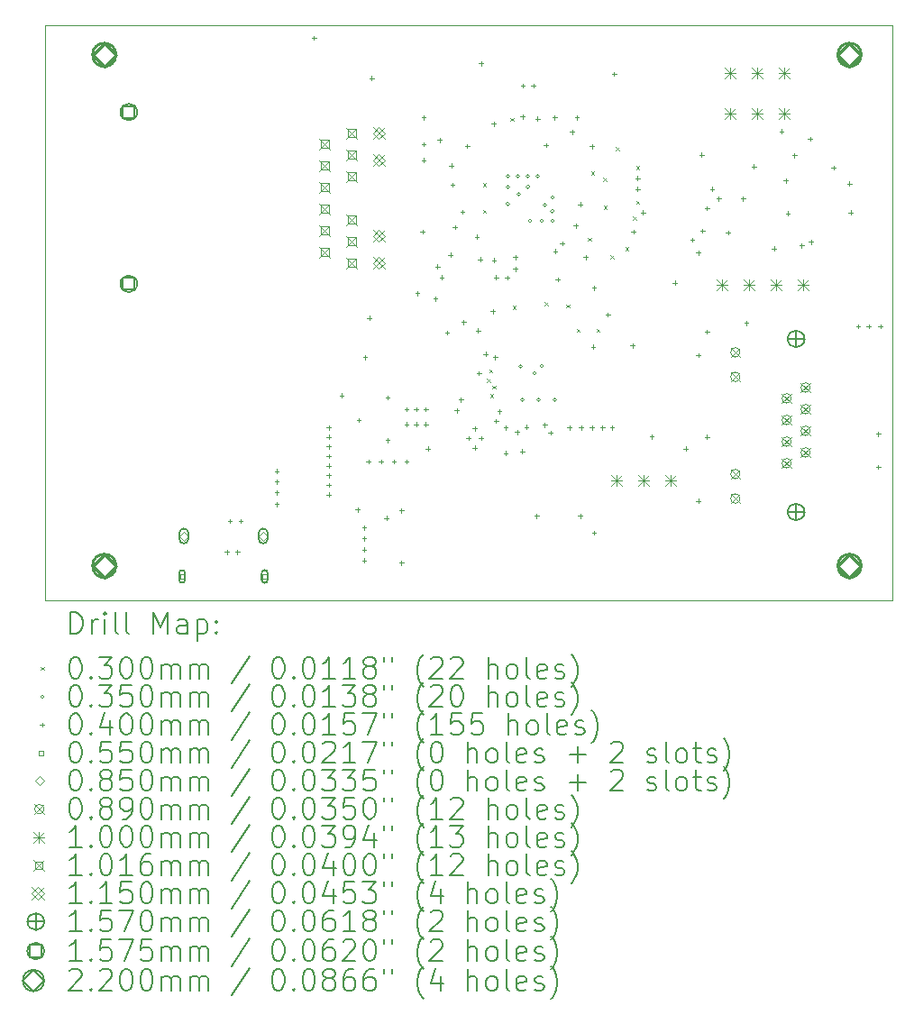
<source format=gbr>
%TF.GenerationSoftware,KiCad,Pcbnew,7.0.1*%
%TF.CreationDate,2023-03-30T19:37:34+02:00*%
%TF.ProjectId,home-media-converter,686f6d65-2d6d-4656-9469-612d636f6e76,rev?*%
%TF.SameCoordinates,Original*%
%TF.FileFunction,Drillmap*%
%TF.FilePolarity,Positive*%
%FSLAX45Y45*%
G04 Gerber Fmt 4.5, Leading zero omitted, Abs format (unit mm)*
G04 Created by KiCad (PCBNEW 7.0.1) date 2023-03-30 19:37:34*
%MOMM*%
%LPD*%
G01*
G04 APERTURE LIST*
%ADD10C,0.100000*%
%ADD11C,0.200000*%
%ADD12C,0.030000*%
%ADD13C,0.035000*%
%ADD14C,0.040000*%
%ADD15C,0.055000*%
%ADD16C,0.085000*%
%ADD17C,0.089000*%
%ADD18C,0.101600*%
%ADD19C,0.115000*%
%ADD20C,0.157000*%
%ADD21C,0.157480*%
%ADD22C,0.220000*%
G04 APERTURE END LIST*
D10*
X3340000Y-10420000D02*
X11300000Y-10420000D01*
X11300000Y-15820000D01*
X3340000Y-15820000D01*
X3340000Y-10420000D01*
D11*
D12*
X7455000Y-11905000D02*
X7485000Y-11935000D01*
X7485000Y-11905000D02*
X7455000Y-11935000D01*
X7455000Y-12155000D02*
X7485000Y-12185000D01*
X7485000Y-12155000D02*
X7455000Y-12185000D01*
X7495898Y-13741996D02*
X7525898Y-13771996D01*
X7525898Y-13741996D02*
X7495898Y-13771996D01*
X7515000Y-13655000D02*
X7545000Y-13685000D01*
X7545000Y-13655000D02*
X7515000Y-13685000D01*
X7525000Y-13885000D02*
X7555000Y-13915000D01*
X7555000Y-13885000D02*
X7525000Y-13915000D01*
X7547149Y-13806045D02*
X7577149Y-13836045D01*
X7577149Y-13806045D02*
X7547149Y-13836045D01*
X7716500Y-11291000D02*
X7746500Y-11321000D01*
X7746500Y-11291000D02*
X7716500Y-11321000D01*
X7735000Y-13055000D02*
X7765000Y-13085000D01*
X7765000Y-13055000D02*
X7735000Y-13085000D01*
X8035000Y-13024800D02*
X8065000Y-13054800D01*
X8065000Y-13024800D02*
X8035000Y-13054800D01*
X8241296Y-13045909D02*
X8271296Y-13075909D01*
X8271296Y-13045909D02*
X8241296Y-13075909D01*
X8335000Y-13274800D02*
X8365000Y-13304800D01*
X8365000Y-13274800D02*
X8335000Y-13304800D01*
X8441475Y-12416776D02*
X8471475Y-12446776D01*
X8471475Y-12416776D02*
X8441475Y-12446776D01*
X8471703Y-11795290D02*
X8501703Y-11825290D01*
X8501703Y-11795290D02*
X8471703Y-11825290D01*
X8523000Y-13274800D02*
X8553000Y-13304800D01*
X8553000Y-13274800D02*
X8523000Y-13304800D01*
X8585000Y-11855000D02*
X8615000Y-11885000D01*
X8615000Y-11855000D02*
X8585000Y-11885000D01*
X8592356Y-12117644D02*
X8622356Y-12147644D01*
X8622356Y-12117644D02*
X8592356Y-12147644D01*
X8655000Y-12585000D02*
X8685000Y-12615000D01*
X8685000Y-12585000D02*
X8655000Y-12615000D01*
X8705000Y-11565000D02*
X8735000Y-11595000D01*
X8735000Y-11565000D02*
X8705000Y-11595000D01*
X8795000Y-12505000D02*
X8825000Y-12535000D01*
X8825000Y-12505000D02*
X8795000Y-12535000D01*
X8867697Y-12217128D02*
X8897697Y-12247128D01*
X8897697Y-12217128D02*
X8867697Y-12247128D01*
X8895000Y-11745000D02*
X8925000Y-11775000D01*
X8925000Y-11745000D02*
X8895000Y-11775000D01*
X8897479Y-12072521D02*
X8927479Y-12102521D01*
X8927479Y-12072521D02*
X8897479Y-12102521D01*
D13*
X7707500Y-11840000D02*
G75*
G03*
X7707500Y-11840000I-17500J0D01*
G01*
X7707500Y-11940000D02*
G75*
G03*
X7707500Y-11940000I-17500J0D01*
G01*
X7707500Y-12100000D02*
G75*
G03*
X7707500Y-12100000I-17500J0D01*
G01*
X7800833Y-11840000D02*
G75*
G03*
X7800833Y-11840000I-17500J0D01*
G01*
X7807500Y-12010000D02*
G75*
G03*
X7807500Y-12010000I-17500J0D01*
G01*
X7827500Y-13630000D02*
G75*
G03*
X7827500Y-13630000I-17500J0D01*
G01*
X7847500Y-13940000D02*
G75*
G03*
X7847500Y-13940000I-17500J0D01*
G01*
X7894167Y-11840000D02*
G75*
G03*
X7894167Y-11840000I-17500J0D01*
G01*
X7897500Y-11940000D02*
G75*
G03*
X7897500Y-11940000I-17500J0D01*
G01*
X7917500Y-12260000D02*
G75*
G03*
X7917500Y-12260000I-17500J0D01*
G01*
X7957500Y-13690000D02*
G75*
G03*
X7957500Y-13690000I-17500J0D01*
G01*
X7987500Y-11840000D02*
G75*
G03*
X7987500Y-11840000I-17500J0D01*
G01*
X7997500Y-13940000D02*
G75*
G03*
X7997500Y-13940000I-17500J0D01*
G01*
X8027500Y-12260000D02*
G75*
G03*
X8027500Y-12260000I-17500J0D01*
G01*
X8027500Y-13620000D02*
G75*
G03*
X8027500Y-13620000I-17500J0D01*
G01*
X8057500Y-12110000D02*
G75*
G03*
X8057500Y-12110000I-17500J0D01*
G01*
X8127500Y-12040000D02*
G75*
G03*
X8127500Y-12040000I-17500J0D01*
G01*
X8127500Y-12170000D02*
G75*
G03*
X8127500Y-12170000I-17500J0D01*
G01*
X8127500Y-12260000D02*
G75*
G03*
X8127500Y-12260000I-17500J0D01*
G01*
X8147500Y-13940000D02*
G75*
G03*
X8147500Y-13940000I-17500J0D01*
G01*
D14*
X5050000Y-15350000D02*
X5050000Y-15390000D01*
X5030000Y-15370000D02*
X5070000Y-15370000D01*
X5080000Y-15060000D02*
X5080000Y-15100000D01*
X5060000Y-15080000D02*
X5100000Y-15080000D01*
X5150000Y-15350000D02*
X5150000Y-15390000D01*
X5130000Y-15370000D02*
X5170000Y-15370000D01*
X5180000Y-15060000D02*
X5180000Y-15100000D01*
X5160000Y-15080000D02*
X5200000Y-15080000D01*
X5520000Y-14590000D02*
X5520000Y-14630000D01*
X5500000Y-14610000D02*
X5540000Y-14610000D01*
X5520000Y-14690000D02*
X5520000Y-14730000D01*
X5500000Y-14710000D02*
X5540000Y-14710000D01*
X5520000Y-14790000D02*
X5520000Y-14830000D01*
X5500000Y-14810000D02*
X5540000Y-14810000D01*
X5520000Y-14900000D02*
X5520000Y-14940000D01*
X5500000Y-14920000D02*
X5540000Y-14920000D01*
X5870000Y-10520000D02*
X5870000Y-10560000D01*
X5850000Y-10540000D02*
X5890000Y-10540000D01*
X6007500Y-14180000D02*
X6007500Y-14220000D01*
X5987500Y-14200000D02*
X6027500Y-14200000D01*
X6007500Y-14270000D02*
X6007500Y-14310000D01*
X5987500Y-14290000D02*
X6027500Y-14290000D01*
X6007500Y-14360000D02*
X6007500Y-14400000D01*
X5987500Y-14380000D02*
X6027500Y-14380000D01*
X6007500Y-14450000D02*
X6007500Y-14490000D01*
X5987500Y-14470000D02*
X6027500Y-14470000D01*
X6007500Y-14540000D02*
X6007500Y-14580000D01*
X5987500Y-14560000D02*
X6027500Y-14560000D01*
X6007500Y-14630000D02*
X6007500Y-14670000D01*
X5987500Y-14650000D02*
X6027500Y-14650000D01*
X6007500Y-14720000D02*
X6007500Y-14760000D01*
X5987500Y-14740000D02*
X6027500Y-14740000D01*
X6007500Y-14810000D02*
X6007500Y-14850000D01*
X5987500Y-14830000D02*
X6027500Y-14830000D01*
X6130000Y-13880000D02*
X6130000Y-13920000D01*
X6110000Y-13900000D02*
X6150000Y-13900000D01*
X6280000Y-14950000D02*
X6280000Y-14990000D01*
X6260000Y-14970000D02*
X6300000Y-14970000D01*
X6290000Y-14110000D02*
X6290000Y-14150000D01*
X6270000Y-14130000D02*
X6310000Y-14130000D01*
X6340000Y-15120000D02*
X6340000Y-15160000D01*
X6320000Y-15140000D02*
X6360000Y-15140000D01*
X6340000Y-15223333D02*
X6340000Y-15263333D01*
X6320000Y-15243333D02*
X6360000Y-15243333D01*
X6340000Y-15326667D02*
X6340000Y-15366667D01*
X6320000Y-15346667D02*
X6360000Y-15346667D01*
X6340000Y-15430000D02*
X6340000Y-15470000D01*
X6320000Y-15450000D02*
X6360000Y-15450000D01*
X6350000Y-13520000D02*
X6350000Y-13560000D01*
X6330000Y-13540000D02*
X6370000Y-13540000D01*
X6380000Y-14500000D02*
X6380000Y-14540000D01*
X6360000Y-14520000D02*
X6400000Y-14520000D01*
X6390000Y-13150000D02*
X6390000Y-13190000D01*
X6370000Y-13170000D02*
X6410000Y-13170000D01*
X6410000Y-10900000D02*
X6410000Y-10940000D01*
X6390000Y-10920000D02*
X6430000Y-10920000D01*
X6500000Y-14500000D02*
X6500000Y-14540000D01*
X6480000Y-14520000D02*
X6520000Y-14520000D01*
X6550000Y-15030000D02*
X6550000Y-15070000D01*
X6530000Y-15050000D02*
X6570000Y-15050000D01*
X6560000Y-13900000D02*
X6560000Y-13940000D01*
X6540000Y-13920000D02*
X6580000Y-13920000D01*
X6560000Y-14300000D02*
X6560000Y-14340000D01*
X6540000Y-14320000D02*
X6580000Y-14320000D01*
X6620000Y-14500000D02*
X6620000Y-14540000D01*
X6600000Y-14520000D02*
X6640000Y-14520000D01*
X6690000Y-14960000D02*
X6690000Y-15000000D01*
X6670000Y-14980000D02*
X6710000Y-14980000D01*
X6690000Y-15450000D02*
X6690000Y-15490000D01*
X6670000Y-15470000D02*
X6710000Y-15470000D01*
X6740000Y-14010000D02*
X6740000Y-14050000D01*
X6720000Y-14030000D02*
X6760000Y-14030000D01*
X6740000Y-14150000D02*
X6740000Y-14190000D01*
X6720000Y-14170000D02*
X6760000Y-14170000D01*
X6740000Y-14500000D02*
X6740000Y-14540000D01*
X6720000Y-14520000D02*
X6760000Y-14520000D01*
X6830000Y-14010000D02*
X6830000Y-14050000D01*
X6810000Y-14030000D02*
X6850000Y-14030000D01*
X6830000Y-14150000D02*
X6830000Y-14190000D01*
X6810000Y-14170000D02*
X6850000Y-14170000D01*
X6840000Y-12920000D02*
X6840000Y-12960000D01*
X6820000Y-12940000D02*
X6860000Y-12940000D01*
X6890000Y-12340000D02*
X6890000Y-12380000D01*
X6870000Y-12360000D02*
X6910000Y-12360000D01*
X6900000Y-11270000D02*
X6900000Y-11310000D01*
X6880000Y-11290000D02*
X6920000Y-11290000D01*
X6900000Y-11520000D02*
X6900000Y-11560000D01*
X6880000Y-11540000D02*
X6920000Y-11540000D01*
X6900000Y-11670000D02*
X6900000Y-11710000D01*
X6880000Y-11690000D02*
X6920000Y-11690000D01*
X6920000Y-14010000D02*
X6920000Y-14050000D01*
X6900000Y-14030000D02*
X6940000Y-14030000D01*
X6920000Y-14150000D02*
X6920000Y-14190000D01*
X6900000Y-14170000D02*
X6940000Y-14170000D01*
X6940000Y-14380000D02*
X6940000Y-14420000D01*
X6920000Y-14400000D02*
X6960000Y-14400000D01*
X7010000Y-12970000D02*
X7010000Y-13010000D01*
X6990000Y-12990000D02*
X7030000Y-12990000D01*
X7030000Y-12670000D02*
X7030000Y-12710000D01*
X7010000Y-12690000D02*
X7050000Y-12690000D01*
X7050000Y-11480000D02*
X7050000Y-11520000D01*
X7030000Y-11500000D02*
X7070000Y-11500000D01*
X7070000Y-12770000D02*
X7070000Y-12810000D01*
X7050000Y-12790000D02*
X7090000Y-12790000D01*
X7120000Y-13290000D02*
X7120000Y-13330000D01*
X7100000Y-13310000D02*
X7140000Y-13310000D01*
X7150000Y-12560000D02*
X7150000Y-12600000D01*
X7130000Y-12580000D02*
X7170000Y-12580000D01*
X7160000Y-11720000D02*
X7160000Y-11760000D01*
X7140000Y-11740000D02*
X7180000Y-11740000D01*
X7170000Y-11900000D02*
X7170000Y-11940000D01*
X7150000Y-11920000D02*
X7190000Y-11920000D01*
X7191927Y-12299305D02*
X7191927Y-12339305D01*
X7171927Y-12319305D02*
X7211927Y-12319305D01*
X7210000Y-14020000D02*
X7210000Y-14060000D01*
X7190000Y-14040000D02*
X7230000Y-14040000D01*
X7250000Y-13920000D02*
X7250000Y-13960000D01*
X7230000Y-13940000D02*
X7270000Y-13940000D01*
X7264164Y-12154930D02*
X7264164Y-12194930D01*
X7244164Y-12174930D02*
X7284164Y-12174930D01*
X7275350Y-13190000D02*
X7275350Y-13230000D01*
X7255350Y-13210000D02*
X7295350Y-13210000D01*
X7310000Y-11537450D02*
X7310000Y-11577450D01*
X7290000Y-11557450D02*
X7330000Y-11557450D01*
X7320000Y-14280000D02*
X7320000Y-14320000D01*
X7300000Y-14300000D02*
X7340000Y-14300000D01*
X7380000Y-14190000D02*
X7380000Y-14230000D01*
X7360000Y-14210000D02*
X7400000Y-14210000D01*
X7380000Y-14370000D02*
X7380000Y-14410000D01*
X7360000Y-14390000D02*
X7400000Y-14390000D01*
X7400000Y-12390000D02*
X7400000Y-12430000D01*
X7380000Y-12410000D02*
X7420000Y-12410000D01*
X7410000Y-13270000D02*
X7410000Y-13310000D01*
X7390000Y-13290000D02*
X7430000Y-13290000D01*
X7420000Y-13670000D02*
X7420000Y-13710000D01*
X7400000Y-13690000D02*
X7440000Y-13690000D01*
X7430000Y-12600000D02*
X7430000Y-12640000D01*
X7410000Y-12620000D02*
X7450000Y-12620000D01*
X7440000Y-10760000D02*
X7440000Y-10800000D01*
X7420000Y-10780000D02*
X7460000Y-10780000D01*
X7440000Y-14280000D02*
X7440000Y-14320000D01*
X7420000Y-14300000D02*
X7460000Y-14300000D01*
X7480000Y-13490000D02*
X7480000Y-13530000D01*
X7460000Y-13510000D02*
X7500000Y-13510000D01*
X7550000Y-13090000D02*
X7550000Y-13130000D01*
X7530000Y-13110000D02*
X7570000Y-13110000D01*
X7556610Y-11326610D02*
X7556610Y-11366610D01*
X7536610Y-11346610D02*
X7576610Y-11346610D01*
X7560000Y-12610000D02*
X7560000Y-12650000D01*
X7540000Y-12630000D02*
X7580000Y-12630000D01*
X7570000Y-13520000D02*
X7570000Y-13560000D01*
X7550000Y-13540000D02*
X7590000Y-13540000D01*
X7580000Y-12770000D02*
X7580000Y-12810000D01*
X7560000Y-12790000D02*
X7600000Y-12790000D01*
X7580000Y-14120000D02*
X7580000Y-14160000D01*
X7560000Y-14140000D02*
X7600000Y-14140000D01*
X7610000Y-14030000D02*
X7610000Y-14070000D01*
X7590000Y-14050000D02*
X7630000Y-14050000D01*
X7670000Y-14180000D02*
X7670000Y-14220000D01*
X7650000Y-14200000D02*
X7690000Y-14200000D01*
X7670000Y-14420000D02*
X7670000Y-14460000D01*
X7650000Y-14440000D02*
X7690000Y-14440000D01*
X7683222Y-12773222D02*
X7683222Y-12813222D01*
X7663222Y-12793222D02*
X7703222Y-12793222D01*
X7760000Y-12690000D02*
X7760000Y-12730000D01*
X7740000Y-12710000D02*
X7780000Y-12710000D01*
X7761778Y-12581778D02*
X7761778Y-12621778D01*
X7741778Y-12601778D02*
X7781778Y-12601778D01*
X7777089Y-14223596D02*
X7777089Y-14263596D01*
X7757089Y-14243596D02*
X7797089Y-14243596D01*
X7825623Y-14404377D02*
X7825623Y-14444377D01*
X7805623Y-14424377D02*
X7845623Y-14424377D01*
X7828718Y-11258718D02*
X7828718Y-11298718D01*
X7808718Y-11278718D02*
X7848718Y-11278718D01*
X7830000Y-10970000D02*
X7830000Y-11010000D01*
X7810000Y-10990000D02*
X7850000Y-10990000D01*
X7865000Y-14175000D02*
X7865000Y-14215000D01*
X7845000Y-14195000D02*
X7885000Y-14195000D01*
X7930000Y-10970000D02*
X7930000Y-11010000D01*
X7910000Y-10990000D02*
X7950000Y-10990000D01*
X7960000Y-15010000D02*
X7960000Y-15050000D01*
X7940000Y-15030000D02*
X7980000Y-15030000D01*
X7970000Y-11280000D02*
X7970000Y-11320000D01*
X7950000Y-11300000D02*
X7990000Y-11300000D01*
X8037450Y-14156558D02*
X8037450Y-14196558D01*
X8017450Y-14176558D02*
X8057450Y-14176558D01*
X8048000Y-11528000D02*
X8048000Y-11568000D01*
X8028000Y-11548000D02*
X8068000Y-11548000D01*
X8090000Y-14230000D02*
X8090000Y-14270000D01*
X8070000Y-14250000D02*
X8110000Y-14250000D01*
X8130000Y-11270000D02*
X8130000Y-11310000D01*
X8110000Y-11290000D02*
X8150000Y-11290000D01*
X8134800Y-12525946D02*
X8134800Y-12565946D01*
X8114800Y-12545946D02*
X8154800Y-12545946D01*
X8160000Y-12790000D02*
X8160000Y-12830000D01*
X8140000Y-12810000D02*
X8180000Y-12810000D01*
X8200000Y-12450000D02*
X8200000Y-12490000D01*
X8180000Y-12470000D02*
X8220000Y-12470000D01*
X8270000Y-14180000D02*
X8270000Y-14220000D01*
X8250000Y-14200000D02*
X8290000Y-14200000D01*
X8294377Y-11404377D02*
X8294377Y-11444377D01*
X8274377Y-11424377D02*
X8314377Y-11424377D01*
X8328094Y-12283857D02*
X8328094Y-12323857D01*
X8308094Y-12303857D02*
X8348094Y-12303857D01*
X8340000Y-11270000D02*
X8340000Y-11310000D01*
X8320000Y-11290000D02*
X8360000Y-11290000D01*
X8369572Y-12085400D02*
X8369572Y-12125400D01*
X8349572Y-12105400D02*
X8389572Y-12105400D01*
X8370000Y-15010000D02*
X8370000Y-15050000D01*
X8350000Y-15030000D02*
X8390000Y-15030000D01*
X8380000Y-14180000D02*
X8380000Y-14220000D01*
X8360000Y-14200000D02*
X8400000Y-14200000D01*
X8420679Y-12579321D02*
X8420679Y-12619321D01*
X8400679Y-12599321D02*
X8440679Y-12599321D01*
X8480000Y-11540000D02*
X8480000Y-11580000D01*
X8460000Y-11560000D02*
X8500000Y-11560000D01*
X8480000Y-14180000D02*
X8480000Y-14220000D01*
X8460000Y-14200000D02*
X8500000Y-14200000D01*
X8490679Y-13420679D02*
X8490679Y-13460679D01*
X8470679Y-13440679D02*
X8510679Y-13440679D01*
X8500000Y-12870000D02*
X8500000Y-12910000D01*
X8480000Y-12890000D02*
X8520000Y-12890000D01*
X8500000Y-15170000D02*
X8500000Y-15210000D01*
X8480000Y-15190000D02*
X8520000Y-15190000D01*
X8580000Y-14180000D02*
X8580000Y-14220000D01*
X8560000Y-14200000D02*
X8600000Y-14200000D01*
X8630000Y-13120000D02*
X8630000Y-13160000D01*
X8610000Y-13140000D02*
X8650000Y-13140000D01*
X8670000Y-14180000D02*
X8670000Y-14220000D01*
X8650000Y-14200000D02*
X8690000Y-14200000D01*
X8690000Y-10860000D02*
X8690000Y-10900000D01*
X8670000Y-10880000D02*
X8710000Y-10880000D01*
X8860000Y-13410000D02*
X8860000Y-13450000D01*
X8840000Y-13430000D02*
X8880000Y-13430000D01*
X8870000Y-12340000D02*
X8870000Y-12380000D01*
X8850000Y-12360000D02*
X8890000Y-12360000D01*
X8910000Y-11840000D02*
X8910000Y-11880000D01*
X8890000Y-11860000D02*
X8930000Y-11860000D01*
X8910000Y-11940000D02*
X8910000Y-11980000D01*
X8890000Y-11960000D02*
X8930000Y-11960000D01*
X8960000Y-12160000D02*
X8960000Y-12200000D01*
X8940000Y-12180000D02*
X8980000Y-12180000D01*
X9041620Y-14266265D02*
X9041620Y-14306265D01*
X9021620Y-14286265D02*
X9061620Y-14286265D01*
X9260000Y-12820000D02*
X9260000Y-12860000D01*
X9240000Y-12840000D02*
X9280000Y-12840000D01*
X9360300Y-14380000D02*
X9360300Y-14420000D01*
X9340300Y-14400000D02*
X9380300Y-14400000D01*
X9422500Y-12417500D02*
X9422500Y-12457500D01*
X9402500Y-12437500D02*
X9442500Y-12437500D01*
X9480000Y-12540000D02*
X9480000Y-12580000D01*
X9460000Y-12560000D02*
X9500000Y-12560000D01*
X9480000Y-13500000D02*
X9480000Y-13540000D01*
X9460000Y-13520000D02*
X9500000Y-13520000D01*
X9480000Y-14870000D02*
X9480000Y-14910000D01*
X9460000Y-14890000D02*
X9500000Y-14890000D01*
X9510000Y-11620000D02*
X9510000Y-11660000D01*
X9490000Y-11640000D02*
X9530000Y-11640000D01*
X9518526Y-12333179D02*
X9518526Y-12373179D01*
X9498526Y-12353179D02*
X9538526Y-12353179D01*
X9560000Y-12120000D02*
X9560000Y-12160000D01*
X9540000Y-12140000D02*
X9580000Y-12140000D01*
X9560000Y-13280000D02*
X9560000Y-13320000D01*
X9540000Y-13300000D02*
X9580000Y-13300000D01*
X9560000Y-14270000D02*
X9560000Y-14310000D01*
X9540000Y-14290000D02*
X9580000Y-14290000D01*
X9610000Y-11940000D02*
X9610000Y-11980000D01*
X9590000Y-11960000D02*
X9630000Y-11960000D01*
X9670000Y-12030000D02*
X9670000Y-12070000D01*
X9650000Y-12050000D02*
X9690000Y-12050000D01*
X9760000Y-12350000D02*
X9760000Y-12390000D01*
X9740000Y-12370000D02*
X9780000Y-12370000D01*
X9900000Y-12030000D02*
X9900000Y-12070000D01*
X9880000Y-12050000D02*
X9920000Y-12050000D01*
X9930000Y-13200000D02*
X9930000Y-13240000D01*
X9910000Y-13220000D02*
X9950000Y-13220000D01*
X10000000Y-11730000D02*
X10000000Y-11770000D01*
X9980000Y-11750000D02*
X10020000Y-11750000D01*
X10190000Y-12500000D02*
X10190000Y-12540000D01*
X10170000Y-12520000D02*
X10210000Y-12520000D01*
X10260000Y-11400000D02*
X10260000Y-11440000D01*
X10240000Y-11420000D02*
X10280000Y-11420000D01*
X10300000Y-11860000D02*
X10300000Y-11900000D01*
X10280000Y-11880000D02*
X10320000Y-11880000D01*
X10320000Y-12170000D02*
X10320000Y-12210000D01*
X10300000Y-12190000D02*
X10340000Y-12190000D01*
X10382500Y-11625500D02*
X10382500Y-11665500D01*
X10362500Y-11645500D02*
X10402500Y-11645500D01*
X10450000Y-12470000D02*
X10450000Y-12510000D01*
X10430000Y-12490000D02*
X10470000Y-12490000D01*
X10530000Y-11470000D02*
X10530000Y-11510000D01*
X10510000Y-11490000D02*
X10550000Y-11490000D01*
X10537038Y-12436481D02*
X10537038Y-12476481D01*
X10517038Y-12456481D02*
X10557038Y-12456481D01*
X10750000Y-11740000D02*
X10750000Y-11780000D01*
X10730000Y-11760000D02*
X10770000Y-11760000D01*
X10900000Y-11890000D02*
X10900000Y-11930000D01*
X10880000Y-11910000D02*
X10920000Y-11910000D01*
X10910000Y-12160000D02*
X10910000Y-12200000D01*
X10890000Y-12180000D02*
X10930000Y-12180000D01*
X10980000Y-13230000D02*
X10980000Y-13270000D01*
X10960000Y-13250000D02*
X11000000Y-13250000D01*
X11080000Y-13230000D02*
X11080000Y-13270000D01*
X11060000Y-13250000D02*
X11100000Y-13250000D01*
X11170000Y-14240000D02*
X11170000Y-14280000D01*
X11150000Y-14260000D02*
X11190000Y-14260000D01*
X11170000Y-14550000D02*
X11170000Y-14590000D01*
X11150000Y-14570000D02*
X11190000Y-14570000D01*
X11190000Y-13230000D02*
X11190000Y-13270000D01*
X11170000Y-13250000D02*
X11210000Y-13250000D01*
D15*
X4651446Y-15618946D02*
X4651446Y-15580054D01*
X4612554Y-15580054D01*
X4612554Y-15618946D01*
X4651446Y-15618946D01*
D11*
X4604500Y-15567000D02*
X4604500Y-15632000D01*
X4604500Y-15632000D02*
G75*
G03*
X4659500Y-15632000I27500J0D01*
G01*
X4659500Y-15632000D02*
X4659500Y-15567000D01*
X4659500Y-15567000D02*
G75*
G03*
X4604500Y-15567000I-27500J0D01*
G01*
D15*
X5426446Y-15618946D02*
X5426446Y-15580054D01*
X5387554Y-15580054D01*
X5387554Y-15618946D01*
X5426446Y-15618946D01*
D11*
X5379500Y-15567000D02*
X5379500Y-15632000D01*
X5379500Y-15632000D02*
G75*
G03*
X5434500Y-15632000I27500J0D01*
G01*
X5434500Y-15632000D02*
X5434500Y-15567000D01*
X5434500Y-15567000D02*
G75*
G03*
X5379500Y-15567000I-27500J0D01*
G01*
D16*
X4647000Y-15262000D02*
X4689500Y-15219500D01*
X4647000Y-15177000D01*
X4604500Y-15219500D01*
X4647000Y-15262000D01*
D11*
X4604500Y-15192000D02*
X4604500Y-15247000D01*
X4604500Y-15247000D02*
G75*
G03*
X4689500Y-15247000I42500J0D01*
G01*
X4689500Y-15247000D02*
X4689500Y-15192000D01*
X4689500Y-15192000D02*
G75*
G03*
X4604500Y-15192000I-42500J0D01*
G01*
D16*
X5392000Y-15262000D02*
X5434500Y-15219500D01*
X5392000Y-15177000D01*
X5349500Y-15219500D01*
X5392000Y-15262000D01*
D11*
X5349500Y-15192000D02*
X5349500Y-15247000D01*
X5349500Y-15247000D02*
G75*
G03*
X5434500Y-15247000I42500J0D01*
G01*
X5434500Y-15247000D02*
X5434500Y-15192000D01*
X5434500Y-15192000D02*
G75*
G03*
X5349500Y-15192000I-42500J0D01*
G01*
D17*
X9783000Y-13450700D02*
X9872000Y-13539700D01*
X9872000Y-13450700D02*
X9783000Y-13539700D01*
X9872000Y-13495200D02*
G75*
G03*
X9872000Y-13495200I-44500J0D01*
G01*
X9783000Y-13679700D02*
X9872000Y-13768700D01*
X9872000Y-13679700D02*
X9783000Y-13768700D01*
X9872000Y-13724200D02*
G75*
G03*
X9872000Y-13724200I-44500J0D01*
G01*
X9783000Y-14593700D02*
X9872000Y-14682700D01*
X9872000Y-14593700D02*
X9783000Y-14682700D01*
X9872000Y-14638200D02*
G75*
G03*
X9872000Y-14638200I-44500J0D01*
G01*
X9783000Y-14822700D02*
X9872000Y-14911700D01*
X9872000Y-14822700D02*
X9783000Y-14911700D01*
X9872000Y-14867200D02*
G75*
G03*
X9872000Y-14867200I-44500J0D01*
G01*
X10265000Y-13882300D02*
X10354000Y-13971300D01*
X10354000Y-13882300D02*
X10265000Y-13971300D01*
X10354000Y-13926800D02*
G75*
G03*
X10354000Y-13926800I-44500J0D01*
G01*
X10265000Y-14085500D02*
X10354000Y-14174500D01*
X10354000Y-14085500D02*
X10265000Y-14174500D01*
X10354000Y-14130000D02*
G75*
G03*
X10354000Y-14130000I-44500J0D01*
G01*
X10265000Y-14288700D02*
X10354000Y-14377700D01*
X10354000Y-14288700D02*
X10265000Y-14377700D01*
X10354000Y-14333200D02*
G75*
G03*
X10354000Y-14333200I-44500J0D01*
G01*
X10265000Y-14491900D02*
X10354000Y-14580900D01*
X10354000Y-14491900D02*
X10265000Y-14580900D01*
X10354000Y-14536400D02*
G75*
G03*
X10354000Y-14536400I-44500J0D01*
G01*
X10443000Y-13780700D02*
X10532000Y-13869700D01*
X10532000Y-13780700D02*
X10443000Y-13869700D01*
X10532000Y-13825200D02*
G75*
G03*
X10532000Y-13825200I-44500J0D01*
G01*
X10443000Y-13983900D02*
X10532000Y-14072900D01*
X10532000Y-13983900D02*
X10443000Y-14072900D01*
X10532000Y-14028400D02*
G75*
G03*
X10532000Y-14028400I-44500J0D01*
G01*
X10443000Y-14187100D02*
X10532000Y-14276100D01*
X10532000Y-14187100D02*
X10443000Y-14276100D01*
X10532000Y-14231600D02*
G75*
G03*
X10532000Y-14231600I-44500J0D01*
G01*
X10443000Y-14390300D02*
X10532000Y-14479300D01*
X10532000Y-14390300D02*
X10443000Y-14479300D01*
X10532000Y-14434800D02*
G75*
G03*
X10532000Y-14434800I-44500J0D01*
G01*
D10*
X8662000Y-14650000D02*
X8762000Y-14750000D01*
X8762000Y-14650000D02*
X8662000Y-14750000D01*
X8712000Y-14650000D02*
X8712000Y-14750000D01*
X8662000Y-14700000D02*
X8762000Y-14700000D01*
X8916000Y-14650000D02*
X9016000Y-14750000D01*
X9016000Y-14650000D02*
X8916000Y-14750000D01*
X8966000Y-14650000D02*
X8966000Y-14750000D01*
X8916000Y-14700000D02*
X9016000Y-14700000D01*
X9170000Y-14650000D02*
X9270000Y-14750000D01*
X9270000Y-14650000D02*
X9170000Y-14750000D01*
X9220000Y-14650000D02*
X9220000Y-14750000D01*
X9170000Y-14700000D02*
X9270000Y-14700000D01*
X9650000Y-12810000D02*
X9750000Y-12910000D01*
X9750000Y-12810000D02*
X9650000Y-12910000D01*
X9700000Y-12810000D02*
X9700000Y-12910000D01*
X9650000Y-12860000D02*
X9750000Y-12860000D01*
X9730000Y-10820000D02*
X9830000Y-10920000D01*
X9830000Y-10820000D02*
X9730000Y-10920000D01*
X9780000Y-10820000D02*
X9780000Y-10920000D01*
X9730000Y-10870000D02*
X9830000Y-10870000D01*
X9730000Y-11200000D02*
X9830000Y-11300000D01*
X9830000Y-11200000D02*
X9730000Y-11300000D01*
X9780000Y-11200000D02*
X9780000Y-11300000D01*
X9730000Y-11250000D02*
X9830000Y-11250000D01*
X9904000Y-12810000D02*
X10004000Y-12910000D01*
X10004000Y-12810000D02*
X9904000Y-12910000D01*
X9954000Y-12810000D02*
X9954000Y-12910000D01*
X9904000Y-12860000D02*
X10004000Y-12860000D01*
X9984000Y-10820000D02*
X10084000Y-10920000D01*
X10084000Y-10820000D02*
X9984000Y-10920000D01*
X10034000Y-10820000D02*
X10034000Y-10920000D01*
X9984000Y-10870000D02*
X10084000Y-10870000D01*
X9984000Y-11200000D02*
X10084000Y-11300000D01*
X10084000Y-11200000D02*
X9984000Y-11300000D01*
X10034000Y-11200000D02*
X10034000Y-11300000D01*
X9984000Y-11250000D02*
X10084000Y-11250000D01*
X10158000Y-12810000D02*
X10258000Y-12910000D01*
X10258000Y-12810000D02*
X10158000Y-12910000D01*
X10208000Y-12810000D02*
X10208000Y-12910000D01*
X10158000Y-12860000D02*
X10258000Y-12860000D01*
X10238000Y-10820000D02*
X10338000Y-10920000D01*
X10338000Y-10820000D02*
X10238000Y-10920000D01*
X10288000Y-10820000D02*
X10288000Y-10920000D01*
X10238000Y-10870000D02*
X10338000Y-10870000D01*
X10238000Y-11200000D02*
X10338000Y-11300000D01*
X10338000Y-11200000D02*
X10238000Y-11300000D01*
X10288000Y-11200000D02*
X10288000Y-11300000D01*
X10238000Y-11250000D02*
X10338000Y-11250000D01*
X10412000Y-12810000D02*
X10512000Y-12910000D01*
X10512000Y-12810000D02*
X10412000Y-12910000D01*
X10462000Y-12810000D02*
X10462000Y-12910000D01*
X10412000Y-12860000D02*
X10512000Y-12860000D01*
D18*
X5921200Y-11485600D02*
X6022800Y-11587200D01*
X6022800Y-11485600D02*
X5921200Y-11587200D01*
X6007921Y-11572321D02*
X6007921Y-11500479D01*
X5936079Y-11500479D01*
X5936079Y-11572321D01*
X6007921Y-11572321D01*
X5921200Y-11688800D02*
X6022800Y-11790400D01*
X6022800Y-11688800D02*
X5921200Y-11790400D01*
X6007921Y-11775521D02*
X6007921Y-11703679D01*
X5936079Y-11703679D01*
X5936079Y-11775521D01*
X6007921Y-11775521D01*
X5921200Y-11892000D02*
X6022800Y-11993600D01*
X6022800Y-11892000D02*
X5921200Y-11993600D01*
X6007921Y-11978721D02*
X6007921Y-11906879D01*
X5936079Y-11906879D01*
X5936079Y-11978721D01*
X6007921Y-11978721D01*
X5921200Y-12095200D02*
X6022800Y-12196800D01*
X6022800Y-12095200D02*
X5921200Y-12196800D01*
X6007921Y-12181921D02*
X6007921Y-12110079D01*
X5936079Y-12110079D01*
X5936079Y-12181921D01*
X6007921Y-12181921D01*
X5921200Y-12298400D02*
X6022800Y-12400000D01*
X6022800Y-12298400D02*
X5921200Y-12400000D01*
X6007921Y-12385121D02*
X6007921Y-12313279D01*
X5936079Y-12313279D01*
X5936079Y-12385121D01*
X6007921Y-12385121D01*
X5921200Y-12501600D02*
X6022800Y-12603200D01*
X6022800Y-12501600D02*
X5921200Y-12603200D01*
X6007921Y-12588321D02*
X6007921Y-12516479D01*
X5936079Y-12516479D01*
X5936079Y-12588321D01*
X6007921Y-12588321D01*
X6175200Y-11384000D02*
X6276800Y-11485600D01*
X6276800Y-11384000D02*
X6175200Y-11485600D01*
X6261921Y-11470721D02*
X6261921Y-11398879D01*
X6190079Y-11398879D01*
X6190079Y-11470721D01*
X6261921Y-11470721D01*
X6175200Y-11587200D02*
X6276800Y-11688800D01*
X6276800Y-11587200D02*
X6175200Y-11688800D01*
X6261921Y-11673921D02*
X6261921Y-11602079D01*
X6190079Y-11602079D01*
X6190079Y-11673921D01*
X6261921Y-11673921D01*
X6175200Y-11790400D02*
X6276800Y-11892000D01*
X6276800Y-11790400D02*
X6175200Y-11892000D01*
X6261921Y-11877121D02*
X6261921Y-11805279D01*
X6190079Y-11805279D01*
X6190079Y-11877121D01*
X6261921Y-11877121D01*
X6175200Y-12196800D02*
X6276800Y-12298400D01*
X6276800Y-12196800D02*
X6175200Y-12298400D01*
X6261921Y-12283521D02*
X6261921Y-12211679D01*
X6190079Y-12211679D01*
X6190079Y-12283521D01*
X6261921Y-12283521D01*
X6175200Y-12400000D02*
X6276800Y-12501600D01*
X6276800Y-12400000D02*
X6175200Y-12501600D01*
X6261921Y-12486721D02*
X6261921Y-12414879D01*
X6190079Y-12414879D01*
X6190079Y-12486721D01*
X6261921Y-12486721D01*
X6175200Y-12603200D02*
X6276800Y-12704800D01*
X6276800Y-12603200D02*
X6175200Y-12704800D01*
X6261921Y-12689921D02*
X6261921Y-12618079D01*
X6190079Y-12618079D01*
X6190079Y-12689921D01*
X6261921Y-12689921D01*
D19*
X6422500Y-11377300D02*
X6537500Y-11492300D01*
X6537500Y-11377300D02*
X6422500Y-11492300D01*
X6480000Y-11492300D02*
X6537500Y-11434800D01*
X6480000Y-11377300D01*
X6422500Y-11434800D01*
X6480000Y-11492300D01*
X6422500Y-11631300D02*
X6537500Y-11746300D01*
X6537500Y-11631300D02*
X6422500Y-11746300D01*
X6480000Y-11746300D02*
X6537500Y-11688800D01*
X6480000Y-11631300D01*
X6422500Y-11688800D01*
X6480000Y-11746300D01*
X6422500Y-12342500D02*
X6537500Y-12457500D01*
X6537500Y-12342500D02*
X6422500Y-12457500D01*
X6480000Y-12457500D02*
X6537500Y-12400000D01*
X6480000Y-12342500D01*
X6422500Y-12400000D01*
X6480000Y-12457500D01*
X6422500Y-12596500D02*
X6537500Y-12711500D01*
X6537500Y-12596500D02*
X6422500Y-12711500D01*
X6480000Y-12711500D02*
X6537500Y-12654000D01*
X6480000Y-12596500D01*
X6422500Y-12654000D01*
X6480000Y-12711500D01*
D20*
X10398500Y-13289700D02*
X10398500Y-13446700D01*
X10320000Y-13368200D02*
X10477000Y-13368200D01*
X10477000Y-13368200D02*
G75*
G03*
X10477000Y-13368200I-78500J0D01*
G01*
X10398500Y-14915700D02*
X10398500Y-15072700D01*
X10320000Y-14994200D02*
X10477000Y-14994200D01*
X10477000Y-14994200D02*
G75*
G03*
X10477000Y-14994200I-78500J0D01*
G01*
D21*
X4186178Y-11293628D02*
X4186178Y-11182272D01*
X4074822Y-11182272D01*
X4074822Y-11293628D01*
X4186178Y-11293628D01*
X4209240Y-11237950D02*
G75*
G03*
X4209240Y-11237950I-78740J0D01*
G01*
X4186178Y-12906528D02*
X4186178Y-12795172D01*
X4074822Y-12795172D01*
X4074822Y-12906528D01*
X4186178Y-12906528D01*
X4209240Y-12850850D02*
G75*
G03*
X4209240Y-12850850I-78740J0D01*
G01*
D22*
X3900000Y-10810000D02*
X4010000Y-10700000D01*
X3900000Y-10590000D01*
X3790000Y-10700000D01*
X3900000Y-10810000D01*
X4010000Y-10700000D02*
G75*
G03*
X4010000Y-10700000I-110000J0D01*
G01*
X3900000Y-15610000D02*
X4010000Y-15500000D01*
X3900000Y-15390000D01*
X3790000Y-15500000D01*
X3900000Y-15610000D01*
X4010000Y-15500000D02*
G75*
G03*
X4010000Y-15500000I-110000J0D01*
G01*
X10900000Y-10810000D02*
X11010000Y-10700000D01*
X10900000Y-10590000D01*
X10790000Y-10700000D01*
X10900000Y-10810000D01*
X11010000Y-10700000D02*
G75*
G03*
X11010000Y-10700000I-110000J0D01*
G01*
X10900000Y-15610000D02*
X11010000Y-15500000D01*
X10900000Y-15390000D01*
X10790000Y-15500000D01*
X10900000Y-15610000D01*
X11010000Y-15500000D02*
G75*
G03*
X11010000Y-15500000I-110000J0D01*
G01*
D11*
X3582619Y-16137524D02*
X3582619Y-15937524D01*
X3582619Y-15937524D02*
X3630238Y-15937524D01*
X3630238Y-15937524D02*
X3658809Y-15947048D01*
X3658809Y-15947048D02*
X3677857Y-15966095D01*
X3677857Y-15966095D02*
X3687381Y-15985143D01*
X3687381Y-15985143D02*
X3696905Y-16023238D01*
X3696905Y-16023238D02*
X3696905Y-16051809D01*
X3696905Y-16051809D02*
X3687381Y-16089905D01*
X3687381Y-16089905D02*
X3677857Y-16108952D01*
X3677857Y-16108952D02*
X3658809Y-16128000D01*
X3658809Y-16128000D02*
X3630238Y-16137524D01*
X3630238Y-16137524D02*
X3582619Y-16137524D01*
X3782619Y-16137524D02*
X3782619Y-16004190D01*
X3782619Y-16042286D02*
X3792143Y-16023238D01*
X3792143Y-16023238D02*
X3801667Y-16013714D01*
X3801667Y-16013714D02*
X3820714Y-16004190D01*
X3820714Y-16004190D02*
X3839762Y-16004190D01*
X3906428Y-16137524D02*
X3906428Y-16004190D01*
X3906428Y-15937524D02*
X3896905Y-15947048D01*
X3896905Y-15947048D02*
X3906428Y-15956571D01*
X3906428Y-15956571D02*
X3915952Y-15947048D01*
X3915952Y-15947048D02*
X3906428Y-15937524D01*
X3906428Y-15937524D02*
X3906428Y-15956571D01*
X4030238Y-16137524D02*
X4011190Y-16128000D01*
X4011190Y-16128000D02*
X4001667Y-16108952D01*
X4001667Y-16108952D02*
X4001667Y-15937524D01*
X4135000Y-16137524D02*
X4115952Y-16128000D01*
X4115952Y-16128000D02*
X4106428Y-16108952D01*
X4106428Y-16108952D02*
X4106428Y-15937524D01*
X4363571Y-16137524D02*
X4363571Y-15937524D01*
X4363571Y-15937524D02*
X4430238Y-16080381D01*
X4430238Y-16080381D02*
X4496905Y-15937524D01*
X4496905Y-15937524D02*
X4496905Y-16137524D01*
X4677857Y-16137524D02*
X4677857Y-16032762D01*
X4677857Y-16032762D02*
X4668333Y-16013714D01*
X4668333Y-16013714D02*
X4649286Y-16004190D01*
X4649286Y-16004190D02*
X4611190Y-16004190D01*
X4611190Y-16004190D02*
X4592143Y-16013714D01*
X4677857Y-16128000D02*
X4658810Y-16137524D01*
X4658810Y-16137524D02*
X4611190Y-16137524D01*
X4611190Y-16137524D02*
X4592143Y-16128000D01*
X4592143Y-16128000D02*
X4582619Y-16108952D01*
X4582619Y-16108952D02*
X4582619Y-16089905D01*
X4582619Y-16089905D02*
X4592143Y-16070857D01*
X4592143Y-16070857D02*
X4611190Y-16061333D01*
X4611190Y-16061333D02*
X4658810Y-16061333D01*
X4658810Y-16061333D02*
X4677857Y-16051809D01*
X4773095Y-16004190D02*
X4773095Y-16204190D01*
X4773095Y-16013714D02*
X4792143Y-16004190D01*
X4792143Y-16004190D02*
X4830238Y-16004190D01*
X4830238Y-16004190D02*
X4849286Y-16013714D01*
X4849286Y-16013714D02*
X4858810Y-16023238D01*
X4858810Y-16023238D02*
X4868333Y-16042286D01*
X4868333Y-16042286D02*
X4868333Y-16099428D01*
X4868333Y-16099428D02*
X4858810Y-16118476D01*
X4858810Y-16118476D02*
X4849286Y-16128000D01*
X4849286Y-16128000D02*
X4830238Y-16137524D01*
X4830238Y-16137524D02*
X4792143Y-16137524D01*
X4792143Y-16137524D02*
X4773095Y-16128000D01*
X4954048Y-16118476D02*
X4963571Y-16128000D01*
X4963571Y-16128000D02*
X4954048Y-16137524D01*
X4954048Y-16137524D02*
X4944524Y-16128000D01*
X4944524Y-16128000D02*
X4954048Y-16118476D01*
X4954048Y-16118476D02*
X4954048Y-16137524D01*
X4954048Y-16013714D02*
X4963571Y-16023238D01*
X4963571Y-16023238D02*
X4954048Y-16032762D01*
X4954048Y-16032762D02*
X4944524Y-16023238D01*
X4944524Y-16023238D02*
X4954048Y-16013714D01*
X4954048Y-16013714D02*
X4954048Y-16032762D01*
D12*
X3305000Y-16450000D02*
X3335000Y-16480000D01*
X3335000Y-16450000D02*
X3305000Y-16480000D01*
D11*
X3620714Y-16357524D02*
X3639762Y-16357524D01*
X3639762Y-16357524D02*
X3658809Y-16367048D01*
X3658809Y-16367048D02*
X3668333Y-16376571D01*
X3668333Y-16376571D02*
X3677857Y-16395619D01*
X3677857Y-16395619D02*
X3687381Y-16433714D01*
X3687381Y-16433714D02*
X3687381Y-16481333D01*
X3687381Y-16481333D02*
X3677857Y-16519428D01*
X3677857Y-16519428D02*
X3668333Y-16538476D01*
X3668333Y-16538476D02*
X3658809Y-16548000D01*
X3658809Y-16548000D02*
X3639762Y-16557524D01*
X3639762Y-16557524D02*
X3620714Y-16557524D01*
X3620714Y-16557524D02*
X3601667Y-16548000D01*
X3601667Y-16548000D02*
X3592143Y-16538476D01*
X3592143Y-16538476D02*
X3582619Y-16519428D01*
X3582619Y-16519428D02*
X3573095Y-16481333D01*
X3573095Y-16481333D02*
X3573095Y-16433714D01*
X3573095Y-16433714D02*
X3582619Y-16395619D01*
X3582619Y-16395619D02*
X3592143Y-16376571D01*
X3592143Y-16376571D02*
X3601667Y-16367048D01*
X3601667Y-16367048D02*
X3620714Y-16357524D01*
X3773095Y-16538476D02*
X3782619Y-16548000D01*
X3782619Y-16548000D02*
X3773095Y-16557524D01*
X3773095Y-16557524D02*
X3763571Y-16548000D01*
X3763571Y-16548000D02*
X3773095Y-16538476D01*
X3773095Y-16538476D02*
X3773095Y-16557524D01*
X3849286Y-16357524D02*
X3973095Y-16357524D01*
X3973095Y-16357524D02*
X3906428Y-16433714D01*
X3906428Y-16433714D02*
X3935000Y-16433714D01*
X3935000Y-16433714D02*
X3954048Y-16443238D01*
X3954048Y-16443238D02*
X3963571Y-16452762D01*
X3963571Y-16452762D02*
X3973095Y-16471809D01*
X3973095Y-16471809D02*
X3973095Y-16519428D01*
X3973095Y-16519428D02*
X3963571Y-16538476D01*
X3963571Y-16538476D02*
X3954048Y-16548000D01*
X3954048Y-16548000D02*
X3935000Y-16557524D01*
X3935000Y-16557524D02*
X3877857Y-16557524D01*
X3877857Y-16557524D02*
X3858809Y-16548000D01*
X3858809Y-16548000D02*
X3849286Y-16538476D01*
X4096905Y-16357524D02*
X4115952Y-16357524D01*
X4115952Y-16357524D02*
X4135000Y-16367048D01*
X4135000Y-16367048D02*
X4144524Y-16376571D01*
X4144524Y-16376571D02*
X4154048Y-16395619D01*
X4154048Y-16395619D02*
X4163571Y-16433714D01*
X4163571Y-16433714D02*
X4163571Y-16481333D01*
X4163571Y-16481333D02*
X4154048Y-16519428D01*
X4154048Y-16519428D02*
X4144524Y-16538476D01*
X4144524Y-16538476D02*
X4135000Y-16548000D01*
X4135000Y-16548000D02*
X4115952Y-16557524D01*
X4115952Y-16557524D02*
X4096905Y-16557524D01*
X4096905Y-16557524D02*
X4077857Y-16548000D01*
X4077857Y-16548000D02*
X4068333Y-16538476D01*
X4068333Y-16538476D02*
X4058809Y-16519428D01*
X4058809Y-16519428D02*
X4049286Y-16481333D01*
X4049286Y-16481333D02*
X4049286Y-16433714D01*
X4049286Y-16433714D02*
X4058809Y-16395619D01*
X4058809Y-16395619D02*
X4068333Y-16376571D01*
X4068333Y-16376571D02*
X4077857Y-16367048D01*
X4077857Y-16367048D02*
X4096905Y-16357524D01*
X4287381Y-16357524D02*
X4306429Y-16357524D01*
X4306429Y-16357524D02*
X4325476Y-16367048D01*
X4325476Y-16367048D02*
X4335000Y-16376571D01*
X4335000Y-16376571D02*
X4344524Y-16395619D01*
X4344524Y-16395619D02*
X4354048Y-16433714D01*
X4354048Y-16433714D02*
X4354048Y-16481333D01*
X4354048Y-16481333D02*
X4344524Y-16519428D01*
X4344524Y-16519428D02*
X4335000Y-16538476D01*
X4335000Y-16538476D02*
X4325476Y-16548000D01*
X4325476Y-16548000D02*
X4306429Y-16557524D01*
X4306429Y-16557524D02*
X4287381Y-16557524D01*
X4287381Y-16557524D02*
X4268333Y-16548000D01*
X4268333Y-16548000D02*
X4258810Y-16538476D01*
X4258810Y-16538476D02*
X4249286Y-16519428D01*
X4249286Y-16519428D02*
X4239762Y-16481333D01*
X4239762Y-16481333D02*
X4239762Y-16433714D01*
X4239762Y-16433714D02*
X4249286Y-16395619D01*
X4249286Y-16395619D02*
X4258810Y-16376571D01*
X4258810Y-16376571D02*
X4268333Y-16367048D01*
X4268333Y-16367048D02*
X4287381Y-16357524D01*
X4439762Y-16557524D02*
X4439762Y-16424190D01*
X4439762Y-16443238D02*
X4449286Y-16433714D01*
X4449286Y-16433714D02*
X4468333Y-16424190D01*
X4468333Y-16424190D02*
X4496905Y-16424190D01*
X4496905Y-16424190D02*
X4515952Y-16433714D01*
X4515952Y-16433714D02*
X4525476Y-16452762D01*
X4525476Y-16452762D02*
X4525476Y-16557524D01*
X4525476Y-16452762D02*
X4535000Y-16433714D01*
X4535000Y-16433714D02*
X4554048Y-16424190D01*
X4554048Y-16424190D02*
X4582619Y-16424190D01*
X4582619Y-16424190D02*
X4601667Y-16433714D01*
X4601667Y-16433714D02*
X4611191Y-16452762D01*
X4611191Y-16452762D02*
X4611191Y-16557524D01*
X4706429Y-16557524D02*
X4706429Y-16424190D01*
X4706429Y-16443238D02*
X4715952Y-16433714D01*
X4715952Y-16433714D02*
X4735000Y-16424190D01*
X4735000Y-16424190D02*
X4763572Y-16424190D01*
X4763572Y-16424190D02*
X4782619Y-16433714D01*
X4782619Y-16433714D02*
X4792143Y-16452762D01*
X4792143Y-16452762D02*
X4792143Y-16557524D01*
X4792143Y-16452762D02*
X4801667Y-16433714D01*
X4801667Y-16433714D02*
X4820714Y-16424190D01*
X4820714Y-16424190D02*
X4849286Y-16424190D01*
X4849286Y-16424190D02*
X4868333Y-16433714D01*
X4868333Y-16433714D02*
X4877857Y-16452762D01*
X4877857Y-16452762D02*
X4877857Y-16557524D01*
X5268333Y-16348000D02*
X5096905Y-16605143D01*
X5525476Y-16357524D02*
X5544524Y-16357524D01*
X5544524Y-16357524D02*
X5563572Y-16367048D01*
X5563572Y-16367048D02*
X5573095Y-16376571D01*
X5573095Y-16376571D02*
X5582619Y-16395619D01*
X5582619Y-16395619D02*
X5592143Y-16433714D01*
X5592143Y-16433714D02*
X5592143Y-16481333D01*
X5592143Y-16481333D02*
X5582619Y-16519428D01*
X5582619Y-16519428D02*
X5573095Y-16538476D01*
X5573095Y-16538476D02*
X5563572Y-16548000D01*
X5563572Y-16548000D02*
X5544524Y-16557524D01*
X5544524Y-16557524D02*
X5525476Y-16557524D01*
X5525476Y-16557524D02*
X5506429Y-16548000D01*
X5506429Y-16548000D02*
X5496905Y-16538476D01*
X5496905Y-16538476D02*
X5487381Y-16519428D01*
X5487381Y-16519428D02*
X5477857Y-16481333D01*
X5477857Y-16481333D02*
X5477857Y-16433714D01*
X5477857Y-16433714D02*
X5487381Y-16395619D01*
X5487381Y-16395619D02*
X5496905Y-16376571D01*
X5496905Y-16376571D02*
X5506429Y-16367048D01*
X5506429Y-16367048D02*
X5525476Y-16357524D01*
X5677857Y-16538476D02*
X5687381Y-16548000D01*
X5687381Y-16548000D02*
X5677857Y-16557524D01*
X5677857Y-16557524D02*
X5668333Y-16548000D01*
X5668333Y-16548000D02*
X5677857Y-16538476D01*
X5677857Y-16538476D02*
X5677857Y-16557524D01*
X5811191Y-16357524D02*
X5830238Y-16357524D01*
X5830238Y-16357524D02*
X5849286Y-16367048D01*
X5849286Y-16367048D02*
X5858810Y-16376571D01*
X5858810Y-16376571D02*
X5868333Y-16395619D01*
X5868333Y-16395619D02*
X5877857Y-16433714D01*
X5877857Y-16433714D02*
X5877857Y-16481333D01*
X5877857Y-16481333D02*
X5868333Y-16519428D01*
X5868333Y-16519428D02*
X5858810Y-16538476D01*
X5858810Y-16538476D02*
X5849286Y-16548000D01*
X5849286Y-16548000D02*
X5830238Y-16557524D01*
X5830238Y-16557524D02*
X5811191Y-16557524D01*
X5811191Y-16557524D02*
X5792143Y-16548000D01*
X5792143Y-16548000D02*
X5782619Y-16538476D01*
X5782619Y-16538476D02*
X5773095Y-16519428D01*
X5773095Y-16519428D02*
X5763572Y-16481333D01*
X5763572Y-16481333D02*
X5763572Y-16433714D01*
X5763572Y-16433714D02*
X5773095Y-16395619D01*
X5773095Y-16395619D02*
X5782619Y-16376571D01*
X5782619Y-16376571D02*
X5792143Y-16367048D01*
X5792143Y-16367048D02*
X5811191Y-16357524D01*
X6068333Y-16557524D02*
X5954048Y-16557524D01*
X6011191Y-16557524D02*
X6011191Y-16357524D01*
X6011191Y-16357524D02*
X5992143Y-16386095D01*
X5992143Y-16386095D02*
X5973095Y-16405143D01*
X5973095Y-16405143D02*
X5954048Y-16414667D01*
X6258810Y-16557524D02*
X6144524Y-16557524D01*
X6201667Y-16557524D02*
X6201667Y-16357524D01*
X6201667Y-16357524D02*
X6182619Y-16386095D01*
X6182619Y-16386095D02*
X6163572Y-16405143D01*
X6163572Y-16405143D02*
X6144524Y-16414667D01*
X6373095Y-16443238D02*
X6354048Y-16433714D01*
X6354048Y-16433714D02*
X6344524Y-16424190D01*
X6344524Y-16424190D02*
X6335000Y-16405143D01*
X6335000Y-16405143D02*
X6335000Y-16395619D01*
X6335000Y-16395619D02*
X6344524Y-16376571D01*
X6344524Y-16376571D02*
X6354048Y-16367048D01*
X6354048Y-16367048D02*
X6373095Y-16357524D01*
X6373095Y-16357524D02*
X6411191Y-16357524D01*
X6411191Y-16357524D02*
X6430238Y-16367048D01*
X6430238Y-16367048D02*
X6439762Y-16376571D01*
X6439762Y-16376571D02*
X6449286Y-16395619D01*
X6449286Y-16395619D02*
X6449286Y-16405143D01*
X6449286Y-16405143D02*
X6439762Y-16424190D01*
X6439762Y-16424190D02*
X6430238Y-16433714D01*
X6430238Y-16433714D02*
X6411191Y-16443238D01*
X6411191Y-16443238D02*
X6373095Y-16443238D01*
X6373095Y-16443238D02*
X6354048Y-16452762D01*
X6354048Y-16452762D02*
X6344524Y-16462286D01*
X6344524Y-16462286D02*
X6335000Y-16481333D01*
X6335000Y-16481333D02*
X6335000Y-16519428D01*
X6335000Y-16519428D02*
X6344524Y-16538476D01*
X6344524Y-16538476D02*
X6354048Y-16548000D01*
X6354048Y-16548000D02*
X6373095Y-16557524D01*
X6373095Y-16557524D02*
X6411191Y-16557524D01*
X6411191Y-16557524D02*
X6430238Y-16548000D01*
X6430238Y-16548000D02*
X6439762Y-16538476D01*
X6439762Y-16538476D02*
X6449286Y-16519428D01*
X6449286Y-16519428D02*
X6449286Y-16481333D01*
X6449286Y-16481333D02*
X6439762Y-16462286D01*
X6439762Y-16462286D02*
X6430238Y-16452762D01*
X6430238Y-16452762D02*
X6411191Y-16443238D01*
X6525476Y-16357524D02*
X6525476Y-16395619D01*
X6601667Y-16357524D02*
X6601667Y-16395619D01*
X6896905Y-16633714D02*
X6887381Y-16624190D01*
X6887381Y-16624190D02*
X6868334Y-16595619D01*
X6868334Y-16595619D02*
X6858810Y-16576571D01*
X6858810Y-16576571D02*
X6849286Y-16548000D01*
X6849286Y-16548000D02*
X6839762Y-16500381D01*
X6839762Y-16500381D02*
X6839762Y-16462286D01*
X6839762Y-16462286D02*
X6849286Y-16414667D01*
X6849286Y-16414667D02*
X6858810Y-16386095D01*
X6858810Y-16386095D02*
X6868334Y-16367048D01*
X6868334Y-16367048D02*
X6887381Y-16338476D01*
X6887381Y-16338476D02*
X6896905Y-16328952D01*
X6963572Y-16376571D02*
X6973095Y-16367048D01*
X6973095Y-16367048D02*
X6992143Y-16357524D01*
X6992143Y-16357524D02*
X7039762Y-16357524D01*
X7039762Y-16357524D02*
X7058810Y-16367048D01*
X7058810Y-16367048D02*
X7068334Y-16376571D01*
X7068334Y-16376571D02*
X7077857Y-16395619D01*
X7077857Y-16395619D02*
X7077857Y-16414667D01*
X7077857Y-16414667D02*
X7068334Y-16443238D01*
X7068334Y-16443238D02*
X6954048Y-16557524D01*
X6954048Y-16557524D02*
X7077857Y-16557524D01*
X7154048Y-16376571D02*
X7163572Y-16367048D01*
X7163572Y-16367048D02*
X7182619Y-16357524D01*
X7182619Y-16357524D02*
X7230238Y-16357524D01*
X7230238Y-16357524D02*
X7249286Y-16367048D01*
X7249286Y-16367048D02*
X7258810Y-16376571D01*
X7258810Y-16376571D02*
X7268334Y-16395619D01*
X7268334Y-16395619D02*
X7268334Y-16414667D01*
X7268334Y-16414667D02*
X7258810Y-16443238D01*
X7258810Y-16443238D02*
X7144524Y-16557524D01*
X7144524Y-16557524D02*
X7268334Y-16557524D01*
X7506429Y-16557524D02*
X7506429Y-16357524D01*
X7592143Y-16557524D02*
X7592143Y-16452762D01*
X7592143Y-16452762D02*
X7582619Y-16433714D01*
X7582619Y-16433714D02*
X7563572Y-16424190D01*
X7563572Y-16424190D02*
X7535000Y-16424190D01*
X7535000Y-16424190D02*
X7515953Y-16433714D01*
X7515953Y-16433714D02*
X7506429Y-16443238D01*
X7715953Y-16557524D02*
X7696905Y-16548000D01*
X7696905Y-16548000D02*
X7687381Y-16538476D01*
X7687381Y-16538476D02*
X7677857Y-16519428D01*
X7677857Y-16519428D02*
X7677857Y-16462286D01*
X7677857Y-16462286D02*
X7687381Y-16443238D01*
X7687381Y-16443238D02*
X7696905Y-16433714D01*
X7696905Y-16433714D02*
X7715953Y-16424190D01*
X7715953Y-16424190D02*
X7744524Y-16424190D01*
X7744524Y-16424190D02*
X7763572Y-16433714D01*
X7763572Y-16433714D02*
X7773096Y-16443238D01*
X7773096Y-16443238D02*
X7782619Y-16462286D01*
X7782619Y-16462286D02*
X7782619Y-16519428D01*
X7782619Y-16519428D02*
X7773096Y-16538476D01*
X7773096Y-16538476D02*
X7763572Y-16548000D01*
X7763572Y-16548000D02*
X7744524Y-16557524D01*
X7744524Y-16557524D02*
X7715953Y-16557524D01*
X7896905Y-16557524D02*
X7877857Y-16548000D01*
X7877857Y-16548000D02*
X7868334Y-16528952D01*
X7868334Y-16528952D02*
X7868334Y-16357524D01*
X8049286Y-16548000D02*
X8030238Y-16557524D01*
X8030238Y-16557524D02*
X7992143Y-16557524D01*
X7992143Y-16557524D02*
X7973096Y-16548000D01*
X7973096Y-16548000D02*
X7963572Y-16528952D01*
X7963572Y-16528952D02*
X7963572Y-16452762D01*
X7963572Y-16452762D02*
X7973096Y-16433714D01*
X7973096Y-16433714D02*
X7992143Y-16424190D01*
X7992143Y-16424190D02*
X8030238Y-16424190D01*
X8030238Y-16424190D02*
X8049286Y-16433714D01*
X8049286Y-16433714D02*
X8058810Y-16452762D01*
X8058810Y-16452762D02*
X8058810Y-16471809D01*
X8058810Y-16471809D02*
X7963572Y-16490857D01*
X8135000Y-16548000D02*
X8154048Y-16557524D01*
X8154048Y-16557524D02*
X8192143Y-16557524D01*
X8192143Y-16557524D02*
X8211191Y-16548000D01*
X8211191Y-16548000D02*
X8220715Y-16528952D01*
X8220715Y-16528952D02*
X8220715Y-16519428D01*
X8220715Y-16519428D02*
X8211191Y-16500381D01*
X8211191Y-16500381D02*
X8192143Y-16490857D01*
X8192143Y-16490857D02*
X8163572Y-16490857D01*
X8163572Y-16490857D02*
X8144524Y-16481333D01*
X8144524Y-16481333D02*
X8135000Y-16462286D01*
X8135000Y-16462286D02*
X8135000Y-16452762D01*
X8135000Y-16452762D02*
X8144524Y-16433714D01*
X8144524Y-16433714D02*
X8163572Y-16424190D01*
X8163572Y-16424190D02*
X8192143Y-16424190D01*
X8192143Y-16424190D02*
X8211191Y-16433714D01*
X8287381Y-16633714D02*
X8296905Y-16624190D01*
X8296905Y-16624190D02*
X8315953Y-16595619D01*
X8315953Y-16595619D02*
X8325477Y-16576571D01*
X8325477Y-16576571D02*
X8335000Y-16548000D01*
X8335000Y-16548000D02*
X8344524Y-16500381D01*
X8344524Y-16500381D02*
X8344524Y-16462286D01*
X8344524Y-16462286D02*
X8335000Y-16414667D01*
X8335000Y-16414667D02*
X8325477Y-16386095D01*
X8325477Y-16386095D02*
X8315953Y-16367048D01*
X8315953Y-16367048D02*
X8296905Y-16338476D01*
X8296905Y-16338476D02*
X8287381Y-16328952D01*
D13*
X3335000Y-16729000D02*
G75*
G03*
X3335000Y-16729000I-17500J0D01*
G01*
D11*
X3620714Y-16621524D02*
X3639762Y-16621524D01*
X3639762Y-16621524D02*
X3658809Y-16631048D01*
X3658809Y-16631048D02*
X3668333Y-16640571D01*
X3668333Y-16640571D02*
X3677857Y-16659619D01*
X3677857Y-16659619D02*
X3687381Y-16697714D01*
X3687381Y-16697714D02*
X3687381Y-16745333D01*
X3687381Y-16745333D02*
X3677857Y-16783429D01*
X3677857Y-16783429D02*
X3668333Y-16802476D01*
X3668333Y-16802476D02*
X3658809Y-16812000D01*
X3658809Y-16812000D02*
X3639762Y-16821524D01*
X3639762Y-16821524D02*
X3620714Y-16821524D01*
X3620714Y-16821524D02*
X3601667Y-16812000D01*
X3601667Y-16812000D02*
X3592143Y-16802476D01*
X3592143Y-16802476D02*
X3582619Y-16783429D01*
X3582619Y-16783429D02*
X3573095Y-16745333D01*
X3573095Y-16745333D02*
X3573095Y-16697714D01*
X3573095Y-16697714D02*
X3582619Y-16659619D01*
X3582619Y-16659619D02*
X3592143Y-16640571D01*
X3592143Y-16640571D02*
X3601667Y-16631048D01*
X3601667Y-16631048D02*
X3620714Y-16621524D01*
X3773095Y-16802476D02*
X3782619Y-16812000D01*
X3782619Y-16812000D02*
X3773095Y-16821524D01*
X3773095Y-16821524D02*
X3763571Y-16812000D01*
X3763571Y-16812000D02*
X3773095Y-16802476D01*
X3773095Y-16802476D02*
X3773095Y-16821524D01*
X3849286Y-16621524D02*
X3973095Y-16621524D01*
X3973095Y-16621524D02*
X3906428Y-16697714D01*
X3906428Y-16697714D02*
X3935000Y-16697714D01*
X3935000Y-16697714D02*
X3954048Y-16707238D01*
X3954048Y-16707238D02*
X3963571Y-16716762D01*
X3963571Y-16716762D02*
X3973095Y-16735809D01*
X3973095Y-16735809D02*
X3973095Y-16783429D01*
X3973095Y-16783429D02*
X3963571Y-16802476D01*
X3963571Y-16802476D02*
X3954048Y-16812000D01*
X3954048Y-16812000D02*
X3935000Y-16821524D01*
X3935000Y-16821524D02*
X3877857Y-16821524D01*
X3877857Y-16821524D02*
X3858809Y-16812000D01*
X3858809Y-16812000D02*
X3849286Y-16802476D01*
X4154048Y-16621524D02*
X4058809Y-16621524D01*
X4058809Y-16621524D02*
X4049286Y-16716762D01*
X4049286Y-16716762D02*
X4058809Y-16707238D01*
X4058809Y-16707238D02*
X4077857Y-16697714D01*
X4077857Y-16697714D02*
X4125476Y-16697714D01*
X4125476Y-16697714D02*
X4144524Y-16707238D01*
X4144524Y-16707238D02*
X4154048Y-16716762D01*
X4154048Y-16716762D02*
X4163571Y-16735809D01*
X4163571Y-16735809D02*
X4163571Y-16783429D01*
X4163571Y-16783429D02*
X4154048Y-16802476D01*
X4154048Y-16802476D02*
X4144524Y-16812000D01*
X4144524Y-16812000D02*
X4125476Y-16821524D01*
X4125476Y-16821524D02*
X4077857Y-16821524D01*
X4077857Y-16821524D02*
X4058809Y-16812000D01*
X4058809Y-16812000D02*
X4049286Y-16802476D01*
X4287381Y-16621524D02*
X4306429Y-16621524D01*
X4306429Y-16621524D02*
X4325476Y-16631048D01*
X4325476Y-16631048D02*
X4335000Y-16640571D01*
X4335000Y-16640571D02*
X4344524Y-16659619D01*
X4344524Y-16659619D02*
X4354048Y-16697714D01*
X4354048Y-16697714D02*
X4354048Y-16745333D01*
X4354048Y-16745333D02*
X4344524Y-16783429D01*
X4344524Y-16783429D02*
X4335000Y-16802476D01*
X4335000Y-16802476D02*
X4325476Y-16812000D01*
X4325476Y-16812000D02*
X4306429Y-16821524D01*
X4306429Y-16821524D02*
X4287381Y-16821524D01*
X4287381Y-16821524D02*
X4268333Y-16812000D01*
X4268333Y-16812000D02*
X4258810Y-16802476D01*
X4258810Y-16802476D02*
X4249286Y-16783429D01*
X4249286Y-16783429D02*
X4239762Y-16745333D01*
X4239762Y-16745333D02*
X4239762Y-16697714D01*
X4239762Y-16697714D02*
X4249286Y-16659619D01*
X4249286Y-16659619D02*
X4258810Y-16640571D01*
X4258810Y-16640571D02*
X4268333Y-16631048D01*
X4268333Y-16631048D02*
X4287381Y-16621524D01*
X4439762Y-16821524D02*
X4439762Y-16688190D01*
X4439762Y-16707238D02*
X4449286Y-16697714D01*
X4449286Y-16697714D02*
X4468333Y-16688190D01*
X4468333Y-16688190D02*
X4496905Y-16688190D01*
X4496905Y-16688190D02*
X4515952Y-16697714D01*
X4515952Y-16697714D02*
X4525476Y-16716762D01*
X4525476Y-16716762D02*
X4525476Y-16821524D01*
X4525476Y-16716762D02*
X4535000Y-16697714D01*
X4535000Y-16697714D02*
X4554048Y-16688190D01*
X4554048Y-16688190D02*
X4582619Y-16688190D01*
X4582619Y-16688190D02*
X4601667Y-16697714D01*
X4601667Y-16697714D02*
X4611191Y-16716762D01*
X4611191Y-16716762D02*
X4611191Y-16821524D01*
X4706429Y-16821524D02*
X4706429Y-16688190D01*
X4706429Y-16707238D02*
X4715952Y-16697714D01*
X4715952Y-16697714D02*
X4735000Y-16688190D01*
X4735000Y-16688190D02*
X4763572Y-16688190D01*
X4763572Y-16688190D02*
X4782619Y-16697714D01*
X4782619Y-16697714D02*
X4792143Y-16716762D01*
X4792143Y-16716762D02*
X4792143Y-16821524D01*
X4792143Y-16716762D02*
X4801667Y-16697714D01*
X4801667Y-16697714D02*
X4820714Y-16688190D01*
X4820714Y-16688190D02*
X4849286Y-16688190D01*
X4849286Y-16688190D02*
X4868333Y-16697714D01*
X4868333Y-16697714D02*
X4877857Y-16716762D01*
X4877857Y-16716762D02*
X4877857Y-16821524D01*
X5268333Y-16612000D02*
X5096905Y-16869143D01*
X5525476Y-16621524D02*
X5544524Y-16621524D01*
X5544524Y-16621524D02*
X5563572Y-16631048D01*
X5563572Y-16631048D02*
X5573095Y-16640571D01*
X5573095Y-16640571D02*
X5582619Y-16659619D01*
X5582619Y-16659619D02*
X5592143Y-16697714D01*
X5592143Y-16697714D02*
X5592143Y-16745333D01*
X5592143Y-16745333D02*
X5582619Y-16783429D01*
X5582619Y-16783429D02*
X5573095Y-16802476D01*
X5573095Y-16802476D02*
X5563572Y-16812000D01*
X5563572Y-16812000D02*
X5544524Y-16821524D01*
X5544524Y-16821524D02*
X5525476Y-16821524D01*
X5525476Y-16821524D02*
X5506429Y-16812000D01*
X5506429Y-16812000D02*
X5496905Y-16802476D01*
X5496905Y-16802476D02*
X5487381Y-16783429D01*
X5487381Y-16783429D02*
X5477857Y-16745333D01*
X5477857Y-16745333D02*
X5477857Y-16697714D01*
X5477857Y-16697714D02*
X5487381Y-16659619D01*
X5487381Y-16659619D02*
X5496905Y-16640571D01*
X5496905Y-16640571D02*
X5506429Y-16631048D01*
X5506429Y-16631048D02*
X5525476Y-16621524D01*
X5677857Y-16802476D02*
X5687381Y-16812000D01*
X5687381Y-16812000D02*
X5677857Y-16821524D01*
X5677857Y-16821524D02*
X5668333Y-16812000D01*
X5668333Y-16812000D02*
X5677857Y-16802476D01*
X5677857Y-16802476D02*
X5677857Y-16821524D01*
X5811191Y-16621524D02*
X5830238Y-16621524D01*
X5830238Y-16621524D02*
X5849286Y-16631048D01*
X5849286Y-16631048D02*
X5858810Y-16640571D01*
X5858810Y-16640571D02*
X5868333Y-16659619D01*
X5868333Y-16659619D02*
X5877857Y-16697714D01*
X5877857Y-16697714D02*
X5877857Y-16745333D01*
X5877857Y-16745333D02*
X5868333Y-16783429D01*
X5868333Y-16783429D02*
X5858810Y-16802476D01*
X5858810Y-16802476D02*
X5849286Y-16812000D01*
X5849286Y-16812000D02*
X5830238Y-16821524D01*
X5830238Y-16821524D02*
X5811191Y-16821524D01*
X5811191Y-16821524D02*
X5792143Y-16812000D01*
X5792143Y-16812000D02*
X5782619Y-16802476D01*
X5782619Y-16802476D02*
X5773095Y-16783429D01*
X5773095Y-16783429D02*
X5763572Y-16745333D01*
X5763572Y-16745333D02*
X5763572Y-16697714D01*
X5763572Y-16697714D02*
X5773095Y-16659619D01*
X5773095Y-16659619D02*
X5782619Y-16640571D01*
X5782619Y-16640571D02*
X5792143Y-16631048D01*
X5792143Y-16631048D02*
X5811191Y-16621524D01*
X6068333Y-16821524D02*
X5954048Y-16821524D01*
X6011191Y-16821524D02*
X6011191Y-16621524D01*
X6011191Y-16621524D02*
X5992143Y-16650095D01*
X5992143Y-16650095D02*
X5973095Y-16669143D01*
X5973095Y-16669143D02*
X5954048Y-16678667D01*
X6135000Y-16621524D02*
X6258810Y-16621524D01*
X6258810Y-16621524D02*
X6192143Y-16697714D01*
X6192143Y-16697714D02*
X6220714Y-16697714D01*
X6220714Y-16697714D02*
X6239762Y-16707238D01*
X6239762Y-16707238D02*
X6249286Y-16716762D01*
X6249286Y-16716762D02*
X6258810Y-16735809D01*
X6258810Y-16735809D02*
X6258810Y-16783429D01*
X6258810Y-16783429D02*
X6249286Y-16802476D01*
X6249286Y-16802476D02*
X6239762Y-16812000D01*
X6239762Y-16812000D02*
X6220714Y-16821524D01*
X6220714Y-16821524D02*
X6163572Y-16821524D01*
X6163572Y-16821524D02*
X6144524Y-16812000D01*
X6144524Y-16812000D02*
X6135000Y-16802476D01*
X6373095Y-16707238D02*
X6354048Y-16697714D01*
X6354048Y-16697714D02*
X6344524Y-16688190D01*
X6344524Y-16688190D02*
X6335000Y-16669143D01*
X6335000Y-16669143D02*
X6335000Y-16659619D01*
X6335000Y-16659619D02*
X6344524Y-16640571D01*
X6344524Y-16640571D02*
X6354048Y-16631048D01*
X6354048Y-16631048D02*
X6373095Y-16621524D01*
X6373095Y-16621524D02*
X6411191Y-16621524D01*
X6411191Y-16621524D02*
X6430238Y-16631048D01*
X6430238Y-16631048D02*
X6439762Y-16640571D01*
X6439762Y-16640571D02*
X6449286Y-16659619D01*
X6449286Y-16659619D02*
X6449286Y-16669143D01*
X6449286Y-16669143D02*
X6439762Y-16688190D01*
X6439762Y-16688190D02*
X6430238Y-16697714D01*
X6430238Y-16697714D02*
X6411191Y-16707238D01*
X6411191Y-16707238D02*
X6373095Y-16707238D01*
X6373095Y-16707238D02*
X6354048Y-16716762D01*
X6354048Y-16716762D02*
X6344524Y-16726286D01*
X6344524Y-16726286D02*
X6335000Y-16745333D01*
X6335000Y-16745333D02*
X6335000Y-16783429D01*
X6335000Y-16783429D02*
X6344524Y-16802476D01*
X6344524Y-16802476D02*
X6354048Y-16812000D01*
X6354048Y-16812000D02*
X6373095Y-16821524D01*
X6373095Y-16821524D02*
X6411191Y-16821524D01*
X6411191Y-16821524D02*
X6430238Y-16812000D01*
X6430238Y-16812000D02*
X6439762Y-16802476D01*
X6439762Y-16802476D02*
X6449286Y-16783429D01*
X6449286Y-16783429D02*
X6449286Y-16745333D01*
X6449286Y-16745333D02*
X6439762Y-16726286D01*
X6439762Y-16726286D02*
X6430238Y-16716762D01*
X6430238Y-16716762D02*
X6411191Y-16707238D01*
X6525476Y-16621524D02*
X6525476Y-16659619D01*
X6601667Y-16621524D02*
X6601667Y-16659619D01*
X6896905Y-16897714D02*
X6887381Y-16888190D01*
X6887381Y-16888190D02*
X6868334Y-16859619D01*
X6868334Y-16859619D02*
X6858810Y-16840571D01*
X6858810Y-16840571D02*
X6849286Y-16812000D01*
X6849286Y-16812000D02*
X6839762Y-16764381D01*
X6839762Y-16764381D02*
X6839762Y-16726286D01*
X6839762Y-16726286D02*
X6849286Y-16678667D01*
X6849286Y-16678667D02*
X6858810Y-16650095D01*
X6858810Y-16650095D02*
X6868334Y-16631048D01*
X6868334Y-16631048D02*
X6887381Y-16602476D01*
X6887381Y-16602476D02*
X6896905Y-16592952D01*
X6963572Y-16640571D02*
X6973095Y-16631048D01*
X6973095Y-16631048D02*
X6992143Y-16621524D01*
X6992143Y-16621524D02*
X7039762Y-16621524D01*
X7039762Y-16621524D02*
X7058810Y-16631048D01*
X7058810Y-16631048D02*
X7068334Y-16640571D01*
X7068334Y-16640571D02*
X7077857Y-16659619D01*
X7077857Y-16659619D02*
X7077857Y-16678667D01*
X7077857Y-16678667D02*
X7068334Y-16707238D01*
X7068334Y-16707238D02*
X6954048Y-16821524D01*
X6954048Y-16821524D02*
X7077857Y-16821524D01*
X7201667Y-16621524D02*
X7220715Y-16621524D01*
X7220715Y-16621524D02*
X7239762Y-16631048D01*
X7239762Y-16631048D02*
X7249286Y-16640571D01*
X7249286Y-16640571D02*
X7258810Y-16659619D01*
X7258810Y-16659619D02*
X7268334Y-16697714D01*
X7268334Y-16697714D02*
X7268334Y-16745333D01*
X7268334Y-16745333D02*
X7258810Y-16783429D01*
X7258810Y-16783429D02*
X7249286Y-16802476D01*
X7249286Y-16802476D02*
X7239762Y-16812000D01*
X7239762Y-16812000D02*
X7220715Y-16821524D01*
X7220715Y-16821524D02*
X7201667Y-16821524D01*
X7201667Y-16821524D02*
X7182619Y-16812000D01*
X7182619Y-16812000D02*
X7173095Y-16802476D01*
X7173095Y-16802476D02*
X7163572Y-16783429D01*
X7163572Y-16783429D02*
X7154048Y-16745333D01*
X7154048Y-16745333D02*
X7154048Y-16697714D01*
X7154048Y-16697714D02*
X7163572Y-16659619D01*
X7163572Y-16659619D02*
X7173095Y-16640571D01*
X7173095Y-16640571D02*
X7182619Y-16631048D01*
X7182619Y-16631048D02*
X7201667Y-16621524D01*
X7506429Y-16821524D02*
X7506429Y-16621524D01*
X7592143Y-16821524D02*
X7592143Y-16716762D01*
X7592143Y-16716762D02*
X7582619Y-16697714D01*
X7582619Y-16697714D02*
X7563572Y-16688190D01*
X7563572Y-16688190D02*
X7535000Y-16688190D01*
X7535000Y-16688190D02*
X7515953Y-16697714D01*
X7515953Y-16697714D02*
X7506429Y-16707238D01*
X7715953Y-16821524D02*
X7696905Y-16812000D01*
X7696905Y-16812000D02*
X7687381Y-16802476D01*
X7687381Y-16802476D02*
X7677857Y-16783429D01*
X7677857Y-16783429D02*
X7677857Y-16726286D01*
X7677857Y-16726286D02*
X7687381Y-16707238D01*
X7687381Y-16707238D02*
X7696905Y-16697714D01*
X7696905Y-16697714D02*
X7715953Y-16688190D01*
X7715953Y-16688190D02*
X7744524Y-16688190D01*
X7744524Y-16688190D02*
X7763572Y-16697714D01*
X7763572Y-16697714D02*
X7773096Y-16707238D01*
X7773096Y-16707238D02*
X7782619Y-16726286D01*
X7782619Y-16726286D02*
X7782619Y-16783429D01*
X7782619Y-16783429D02*
X7773096Y-16802476D01*
X7773096Y-16802476D02*
X7763572Y-16812000D01*
X7763572Y-16812000D02*
X7744524Y-16821524D01*
X7744524Y-16821524D02*
X7715953Y-16821524D01*
X7896905Y-16821524D02*
X7877857Y-16812000D01*
X7877857Y-16812000D02*
X7868334Y-16792952D01*
X7868334Y-16792952D02*
X7868334Y-16621524D01*
X8049286Y-16812000D02*
X8030238Y-16821524D01*
X8030238Y-16821524D02*
X7992143Y-16821524D01*
X7992143Y-16821524D02*
X7973096Y-16812000D01*
X7973096Y-16812000D02*
X7963572Y-16792952D01*
X7963572Y-16792952D02*
X7963572Y-16716762D01*
X7963572Y-16716762D02*
X7973096Y-16697714D01*
X7973096Y-16697714D02*
X7992143Y-16688190D01*
X7992143Y-16688190D02*
X8030238Y-16688190D01*
X8030238Y-16688190D02*
X8049286Y-16697714D01*
X8049286Y-16697714D02*
X8058810Y-16716762D01*
X8058810Y-16716762D02*
X8058810Y-16735809D01*
X8058810Y-16735809D02*
X7963572Y-16754857D01*
X8135000Y-16812000D02*
X8154048Y-16821524D01*
X8154048Y-16821524D02*
X8192143Y-16821524D01*
X8192143Y-16821524D02*
X8211191Y-16812000D01*
X8211191Y-16812000D02*
X8220715Y-16792952D01*
X8220715Y-16792952D02*
X8220715Y-16783429D01*
X8220715Y-16783429D02*
X8211191Y-16764381D01*
X8211191Y-16764381D02*
X8192143Y-16754857D01*
X8192143Y-16754857D02*
X8163572Y-16754857D01*
X8163572Y-16754857D02*
X8144524Y-16745333D01*
X8144524Y-16745333D02*
X8135000Y-16726286D01*
X8135000Y-16726286D02*
X8135000Y-16716762D01*
X8135000Y-16716762D02*
X8144524Y-16697714D01*
X8144524Y-16697714D02*
X8163572Y-16688190D01*
X8163572Y-16688190D02*
X8192143Y-16688190D01*
X8192143Y-16688190D02*
X8211191Y-16697714D01*
X8287381Y-16897714D02*
X8296905Y-16888190D01*
X8296905Y-16888190D02*
X8315953Y-16859619D01*
X8315953Y-16859619D02*
X8325477Y-16840571D01*
X8325477Y-16840571D02*
X8335000Y-16812000D01*
X8335000Y-16812000D02*
X8344524Y-16764381D01*
X8344524Y-16764381D02*
X8344524Y-16726286D01*
X8344524Y-16726286D02*
X8335000Y-16678667D01*
X8335000Y-16678667D02*
X8325477Y-16650095D01*
X8325477Y-16650095D02*
X8315953Y-16631048D01*
X8315953Y-16631048D02*
X8296905Y-16602476D01*
X8296905Y-16602476D02*
X8287381Y-16592952D01*
D14*
X3315000Y-16973000D02*
X3315000Y-17013000D01*
X3295000Y-16993000D02*
X3335000Y-16993000D01*
D11*
X3620714Y-16885524D02*
X3639762Y-16885524D01*
X3639762Y-16885524D02*
X3658809Y-16895048D01*
X3658809Y-16895048D02*
X3668333Y-16904571D01*
X3668333Y-16904571D02*
X3677857Y-16923619D01*
X3677857Y-16923619D02*
X3687381Y-16961714D01*
X3687381Y-16961714D02*
X3687381Y-17009333D01*
X3687381Y-17009333D02*
X3677857Y-17047429D01*
X3677857Y-17047429D02*
X3668333Y-17066476D01*
X3668333Y-17066476D02*
X3658809Y-17076000D01*
X3658809Y-17076000D02*
X3639762Y-17085524D01*
X3639762Y-17085524D02*
X3620714Y-17085524D01*
X3620714Y-17085524D02*
X3601667Y-17076000D01*
X3601667Y-17076000D02*
X3592143Y-17066476D01*
X3592143Y-17066476D02*
X3582619Y-17047429D01*
X3582619Y-17047429D02*
X3573095Y-17009333D01*
X3573095Y-17009333D02*
X3573095Y-16961714D01*
X3573095Y-16961714D02*
X3582619Y-16923619D01*
X3582619Y-16923619D02*
X3592143Y-16904571D01*
X3592143Y-16904571D02*
X3601667Y-16895048D01*
X3601667Y-16895048D02*
X3620714Y-16885524D01*
X3773095Y-17066476D02*
X3782619Y-17076000D01*
X3782619Y-17076000D02*
X3773095Y-17085524D01*
X3773095Y-17085524D02*
X3763571Y-17076000D01*
X3763571Y-17076000D02*
X3773095Y-17066476D01*
X3773095Y-17066476D02*
X3773095Y-17085524D01*
X3954048Y-16952190D02*
X3954048Y-17085524D01*
X3906428Y-16876000D02*
X3858809Y-17018857D01*
X3858809Y-17018857D02*
X3982619Y-17018857D01*
X4096905Y-16885524D02*
X4115952Y-16885524D01*
X4115952Y-16885524D02*
X4135000Y-16895048D01*
X4135000Y-16895048D02*
X4144524Y-16904571D01*
X4144524Y-16904571D02*
X4154048Y-16923619D01*
X4154048Y-16923619D02*
X4163571Y-16961714D01*
X4163571Y-16961714D02*
X4163571Y-17009333D01*
X4163571Y-17009333D02*
X4154048Y-17047429D01*
X4154048Y-17047429D02*
X4144524Y-17066476D01*
X4144524Y-17066476D02*
X4135000Y-17076000D01*
X4135000Y-17076000D02*
X4115952Y-17085524D01*
X4115952Y-17085524D02*
X4096905Y-17085524D01*
X4096905Y-17085524D02*
X4077857Y-17076000D01*
X4077857Y-17076000D02*
X4068333Y-17066476D01*
X4068333Y-17066476D02*
X4058809Y-17047429D01*
X4058809Y-17047429D02*
X4049286Y-17009333D01*
X4049286Y-17009333D02*
X4049286Y-16961714D01*
X4049286Y-16961714D02*
X4058809Y-16923619D01*
X4058809Y-16923619D02*
X4068333Y-16904571D01*
X4068333Y-16904571D02*
X4077857Y-16895048D01*
X4077857Y-16895048D02*
X4096905Y-16885524D01*
X4287381Y-16885524D02*
X4306429Y-16885524D01*
X4306429Y-16885524D02*
X4325476Y-16895048D01*
X4325476Y-16895048D02*
X4335000Y-16904571D01*
X4335000Y-16904571D02*
X4344524Y-16923619D01*
X4344524Y-16923619D02*
X4354048Y-16961714D01*
X4354048Y-16961714D02*
X4354048Y-17009333D01*
X4354048Y-17009333D02*
X4344524Y-17047429D01*
X4344524Y-17047429D02*
X4335000Y-17066476D01*
X4335000Y-17066476D02*
X4325476Y-17076000D01*
X4325476Y-17076000D02*
X4306429Y-17085524D01*
X4306429Y-17085524D02*
X4287381Y-17085524D01*
X4287381Y-17085524D02*
X4268333Y-17076000D01*
X4268333Y-17076000D02*
X4258810Y-17066476D01*
X4258810Y-17066476D02*
X4249286Y-17047429D01*
X4249286Y-17047429D02*
X4239762Y-17009333D01*
X4239762Y-17009333D02*
X4239762Y-16961714D01*
X4239762Y-16961714D02*
X4249286Y-16923619D01*
X4249286Y-16923619D02*
X4258810Y-16904571D01*
X4258810Y-16904571D02*
X4268333Y-16895048D01*
X4268333Y-16895048D02*
X4287381Y-16885524D01*
X4439762Y-17085524D02*
X4439762Y-16952190D01*
X4439762Y-16971238D02*
X4449286Y-16961714D01*
X4449286Y-16961714D02*
X4468333Y-16952190D01*
X4468333Y-16952190D02*
X4496905Y-16952190D01*
X4496905Y-16952190D02*
X4515952Y-16961714D01*
X4515952Y-16961714D02*
X4525476Y-16980762D01*
X4525476Y-16980762D02*
X4525476Y-17085524D01*
X4525476Y-16980762D02*
X4535000Y-16961714D01*
X4535000Y-16961714D02*
X4554048Y-16952190D01*
X4554048Y-16952190D02*
X4582619Y-16952190D01*
X4582619Y-16952190D02*
X4601667Y-16961714D01*
X4601667Y-16961714D02*
X4611191Y-16980762D01*
X4611191Y-16980762D02*
X4611191Y-17085524D01*
X4706429Y-17085524D02*
X4706429Y-16952190D01*
X4706429Y-16971238D02*
X4715952Y-16961714D01*
X4715952Y-16961714D02*
X4735000Y-16952190D01*
X4735000Y-16952190D02*
X4763572Y-16952190D01*
X4763572Y-16952190D02*
X4782619Y-16961714D01*
X4782619Y-16961714D02*
X4792143Y-16980762D01*
X4792143Y-16980762D02*
X4792143Y-17085524D01*
X4792143Y-16980762D02*
X4801667Y-16961714D01*
X4801667Y-16961714D02*
X4820714Y-16952190D01*
X4820714Y-16952190D02*
X4849286Y-16952190D01*
X4849286Y-16952190D02*
X4868333Y-16961714D01*
X4868333Y-16961714D02*
X4877857Y-16980762D01*
X4877857Y-16980762D02*
X4877857Y-17085524D01*
X5268333Y-16876000D02*
X5096905Y-17133143D01*
X5525476Y-16885524D02*
X5544524Y-16885524D01*
X5544524Y-16885524D02*
X5563572Y-16895048D01*
X5563572Y-16895048D02*
X5573095Y-16904571D01*
X5573095Y-16904571D02*
X5582619Y-16923619D01*
X5582619Y-16923619D02*
X5592143Y-16961714D01*
X5592143Y-16961714D02*
X5592143Y-17009333D01*
X5592143Y-17009333D02*
X5582619Y-17047429D01*
X5582619Y-17047429D02*
X5573095Y-17066476D01*
X5573095Y-17066476D02*
X5563572Y-17076000D01*
X5563572Y-17076000D02*
X5544524Y-17085524D01*
X5544524Y-17085524D02*
X5525476Y-17085524D01*
X5525476Y-17085524D02*
X5506429Y-17076000D01*
X5506429Y-17076000D02*
X5496905Y-17066476D01*
X5496905Y-17066476D02*
X5487381Y-17047429D01*
X5487381Y-17047429D02*
X5477857Y-17009333D01*
X5477857Y-17009333D02*
X5477857Y-16961714D01*
X5477857Y-16961714D02*
X5487381Y-16923619D01*
X5487381Y-16923619D02*
X5496905Y-16904571D01*
X5496905Y-16904571D02*
X5506429Y-16895048D01*
X5506429Y-16895048D02*
X5525476Y-16885524D01*
X5677857Y-17066476D02*
X5687381Y-17076000D01*
X5687381Y-17076000D02*
X5677857Y-17085524D01*
X5677857Y-17085524D02*
X5668333Y-17076000D01*
X5668333Y-17076000D02*
X5677857Y-17066476D01*
X5677857Y-17066476D02*
X5677857Y-17085524D01*
X5811191Y-16885524D02*
X5830238Y-16885524D01*
X5830238Y-16885524D02*
X5849286Y-16895048D01*
X5849286Y-16895048D02*
X5858810Y-16904571D01*
X5858810Y-16904571D02*
X5868333Y-16923619D01*
X5868333Y-16923619D02*
X5877857Y-16961714D01*
X5877857Y-16961714D02*
X5877857Y-17009333D01*
X5877857Y-17009333D02*
X5868333Y-17047429D01*
X5868333Y-17047429D02*
X5858810Y-17066476D01*
X5858810Y-17066476D02*
X5849286Y-17076000D01*
X5849286Y-17076000D02*
X5830238Y-17085524D01*
X5830238Y-17085524D02*
X5811191Y-17085524D01*
X5811191Y-17085524D02*
X5792143Y-17076000D01*
X5792143Y-17076000D02*
X5782619Y-17066476D01*
X5782619Y-17066476D02*
X5773095Y-17047429D01*
X5773095Y-17047429D02*
X5763572Y-17009333D01*
X5763572Y-17009333D02*
X5763572Y-16961714D01*
X5763572Y-16961714D02*
X5773095Y-16923619D01*
X5773095Y-16923619D02*
X5782619Y-16904571D01*
X5782619Y-16904571D02*
X5792143Y-16895048D01*
X5792143Y-16895048D02*
X5811191Y-16885524D01*
X6068333Y-17085524D02*
X5954048Y-17085524D01*
X6011191Y-17085524D02*
X6011191Y-16885524D01*
X6011191Y-16885524D02*
X5992143Y-16914095D01*
X5992143Y-16914095D02*
X5973095Y-16933143D01*
X5973095Y-16933143D02*
X5954048Y-16942667D01*
X6249286Y-16885524D02*
X6154048Y-16885524D01*
X6154048Y-16885524D02*
X6144524Y-16980762D01*
X6144524Y-16980762D02*
X6154048Y-16971238D01*
X6154048Y-16971238D02*
X6173095Y-16961714D01*
X6173095Y-16961714D02*
X6220714Y-16961714D01*
X6220714Y-16961714D02*
X6239762Y-16971238D01*
X6239762Y-16971238D02*
X6249286Y-16980762D01*
X6249286Y-16980762D02*
X6258810Y-16999810D01*
X6258810Y-16999810D02*
X6258810Y-17047429D01*
X6258810Y-17047429D02*
X6249286Y-17066476D01*
X6249286Y-17066476D02*
X6239762Y-17076000D01*
X6239762Y-17076000D02*
X6220714Y-17085524D01*
X6220714Y-17085524D02*
X6173095Y-17085524D01*
X6173095Y-17085524D02*
X6154048Y-17076000D01*
X6154048Y-17076000D02*
X6144524Y-17066476D01*
X6325476Y-16885524D02*
X6458810Y-16885524D01*
X6458810Y-16885524D02*
X6373095Y-17085524D01*
X6525476Y-16885524D02*
X6525476Y-16923619D01*
X6601667Y-16885524D02*
X6601667Y-16923619D01*
X6896905Y-17161714D02*
X6887381Y-17152190D01*
X6887381Y-17152190D02*
X6868334Y-17123619D01*
X6868334Y-17123619D02*
X6858810Y-17104571D01*
X6858810Y-17104571D02*
X6849286Y-17076000D01*
X6849286Y-17076000D02*
X6839762Y-17028381D01*
X6839762Y-17028381D02*
X6839762Y-16990286D01*
X6839762Y-16990286D02*
X6849286Y-16942667D01*
X6849286Y-16942667D02*
X6858810Y-16914095D01*
X6858810Y-16914095D02*
X6868334Y-16895048D01*
X6868334Y-16895048D02*
X6887381Y-16866476D01*
X6887381Y-16866476D02*
X6896905Y-16856952D01*
X7077857Y-17085524D02*
X6963572Y-17085524D01*
X7020714Y-17085524D02*
X7020714Y-16885524D01*
X7020714Y-16885524D02*
X7001667Y-16914095D01*
X7001667Y-16914095D02*
X6982619Y-16933143D01*
X6982619Y-16933143D02*
X6963572Y-16942667D01*
X7258810Y-16885524D02*
X7163572Y-16885524D01*
X7163572Y-16885524D02*
X7154048Y-16980762D01*
X7154048Y-16980762D02*
X7163572Y-16971238D01*
X7163572Y-16971238D02*
X7182619Y-16961714D01*
X7182619Y-16961714D02*
X7230238Y-16961714D01*
X7230238Y-16961714D02*
X7249286Y-16971238D01*
X7249286Y-16971238D02*
X7258810Y-16980762D01*
X7258810Y-16980762D02*
X7268334Y-16999810D01*
X7268334Y-16999810D02*
X7268334Y-17047429D01*
X7268334Y-17047429D02*
X7258810Y-17066476D01*
X7258810Y-17066476D02*
X7249286Y-17076000D01*
X7249286Y-17076000D02*
X7230238Y-17085524D01*
X7230238Y-17085524D02*
X7182619Y-17085524D01*
X7182619Y-17085524D02*
X7163572Y-17076000D01*
X7163572Y-17076000D02*
X7154048Y-17066476D01*
X7449286Y-16885524D02*
X7354048Y-16885524D01*
X7354048Y-16885524D02*
X7344524Y-16980762D01*
X7344524Y-16980762D02*
X7354048Y-16971238D01*
X7354048Y-16971238D02*
X7373095Y-16961714D01*
X7373095Y-16961714D02*
X7420715Y-16961714D01*
X7420715Y-16961714D02*
X7439762Y-16971238D01*
X7439762Y-16971238D02*
X7449286Y-16980762D01*
X7449286Y-16980762D02*
X7458810Y-16999810D01*
X7458810Y-16999810D02*
X7458810Y-17047429D01*
X7458810Y-17047429D02*
X7449286Y-17066476D01*
X7449286Y-17066476D02*
X7439762Y-17076000D01*
X7439762Y-17076000D02*
X7420715Y-17085524D01*
X7420715Y-17085524D02*
X7373095Y-17085524D01*
X7373095Y-17085524D02*
X7354048Y-17076000D01*
X7354048Y-17076000D02*
X7344524Y-17066476D01*
X7696905Y-17085524D02*
X7696905Y-16885524D01*
X7782619Y-17085524D02*
X7782619Y-16980762D01*
X7782619Y-16980762D02*
X7773096Y-16961714D01*
X7773096Y-16961714D02*
X7754048Y-16952190D01*
X7754048Y-16952190D02*
X7725476Y-16952190D01*
X7725476Y-16952190D02*
X7706429Y-16961714D01*
X7706429Y-16961714D02*
X7696905Y-16971238D01*
X7906429Y-17085524D02*
X7887381Y-17076000D01*
X7887381Y-17076000D02*
X7877857Y-17066476D01*
X7877857Y-17066476D02*
X7868334Y-17047429D01*
X7868334Y-17047429D02*
X7868334Y-16990286D01*
X7868334Y-16990286D02*
X7877857Y-16971238D01*
X7877857Y-16971238D02*
X7887381Y-16961714D01*
X7887381Y-16961714D02*
X7906429Y-16952190D01*
X7906429Y-16952190D02*
X7935000Y-16952190D01*
X7935000Y-16952190D02*
X7954048Y-16961714D01*
X7954048Y-16961714D02*
X7963572Y-16971238D01*
X7963572Y-16971238D02*
X7973096Y-16990286D01*
X7973096Y-16990286D02*
X7973096Y-17047429D01*
X7973096Y-17047429D02*
X7963572Y-17066476D01*
X7963572Y-17066476D02*
X7954048Y-17076000D01*
X7954048Y-17076000D02*
X7935000Y-17085524D01*
X7935000Y-17085524D02*
X7906429Y-17085524D01*
X8087381Y-17085524D02*
X8068334Y-17076000D01*
X8068334Y-17076000D02*
X8058810Y-17056952D01*
X8058810Y-17056952D02*
X8058810Y-16885524D01*
X8239762Y-17076000D02*
X8220715Y-17085524D01*
X8220715Y-17085524D02*
X8182619Y-17085524D01*
X8182619Y-17085524D02*
X8163572Y-17076000D01*
X8163572Y-17076000D02*
X8154048Y-17056952D01*
X8154048Y-17056952D02*
X8154048Y-16980762D01*
X8154048Y-16980762D02*
X8163572Y-16961714D01*
X8163572Y-16961714D02*
X8182619Y-16952190D01*
X8182619Y-16952190D02*
X8220715Y-16952190D01*
X8220715Y-16952190D02*
X8239762Y-16961714D01*
X8239762Y-16961714D02*
X8249286Y-16980762D01*
X8249286Y-16980762D02*
X8249286Y-16999810D01*
X8249286Y-16999810D02*
X8154048Y-17018857D01*
X8325477Y-17076000D02*
X8344524Y-17085524D01*
X8344524Y-17085524D02*
X8382619Y-17085524D01*
X8382619Y-17085524D02*
X8401667Y-17076000D01*
X8401667Y-17076000D02*
X8411191Y-17056952D01*
X8411191Y-17056952D02*
X8411191Y-17047429D01*
X8411191Y-17047429D02*
X8401667Y-17028381D01*
X8401667Y-17028381D02*
X8382619Y-17018857D01*
X8382619Y-17018857D02*
X8354048Y-17018857D01*
X8354048Y-17018857D02*
X8335000Y-17009333D01*
X8335000Y-17009333D02*
X8325477Y-16990286D01*
X8325477Y-16990286D02*
X8325477Y-16980762D01*
X8325477Y-16980762D02*
X8335000Y-16961714D01*
X8335000Y-16961714D02*
X8354048Y-16952190D01*
X8354048Y-16952190D02*
X8382619Y-16952190D01*
X8382619Y-16952190D02*
X8401667Y-16961714D01*
X8477858Y-17161714D02*
X8487381Y-17152190D01*
X8487381Y-17152190D02*
X8506429Y-17123619D01*
X8506429Y-17123619D02*
X8515953Y-17104571D01*
X8515953Y-17104571D02*
X8525477Y-17076000D01*
X8525477Y-17076000D02*
X8535000Y-17028381D01*
X8535000Y-17028381D02*
X8535000Y-16990286D01*
X8535000Y-16990286D02*
X8525477Y-16942667D01*
X8525477Y-16942667D02*
X8515953Y-16914095D01*
X8515953Y-16914095D02*
X8506429Y-16895048D01*
X8506429Y-16895048D02*
X8487381Y-16866476D01*
X8487381Y-16866476D02*
X8477858Y-16856952D01*
D15*
X3326946Y-17276446D02*
X3326946Y-17237554D01*
X3288054Y-17237554D01*
X3288054Y-17276446D01*
X3326946Y-17276446D01*
D11*
X3620714Y-17149524D02*
X3639762Y-17149524D01*
X3639762Y-17149524D02*
X3658809Y-17159048D01*
X3658809Y-17159048D02*
X3668333Y-17168571D01*
X3668333Y-17168571D02*
X3677857Y-17187619D01*
X3677857Y-17187619D02*
X3687381Y-17225714D01*
X3687381Y-17225714D02*
X3687381Y-17273333D01*
X3687381Y-17273333D02*
X3677857Y-17311429D01*
X3677857Y-17311429D02*
X3668333Y-17330476D01*
X3668333Y-17330476D02*
X3658809Y-17340000D01*
X3658809Y-17340000D02*
X3639762Y-17349524D01*
X3639762Y-17349524D02*
X3620714Y-17349524D01*
X3620714Y-17349524D02*
X3601667Y-17340000D01*
X3601667Y-17340000D02*
X3592143Y-17330476D01*
X3592143Y-17330476D02*
X3582619Y-17311429D01*
X3582619Y-17311429D02*
X3573095Y-17273333D01*
X3573095Y-17273333D02*
X3573095Y-17225714D01*
X3573095Y-17225714D02*
X3582619Y-17187619D01*
X3582619Y-17187619D02*
X3592143Y-17168571D01*
X3592143Y-17168571D02*
X3601667Y-17159048D01*
X3601667Y-17159048D02*
X3620714Y-17149524D01*
X3773095Y-17330476D02*
X3782619Y-17340000D01*
X3782619Y-17340000D02*
X3773095Y-17349524D01*
X3773095Y-17349524D02*
X3763571Y-17340000D01*
X3763571Y-17340000D02*
X3773095Y-17330476D01*
X3773095Y-17330476D02*
X3773095Y-17349524D01*
X3963571Y-17149524D02*
X3868333Y-17149524D01*
X3868333Y-17149524D02*
X3858809Y-17244762D01*
X3858809Y-17244762D02*
X3868333Y-17235238D01*
X3868333Y-17235238D02*
X3887381Y-17225714D01*
X3887381Y-17225714D02*
X3935000Y-17225714D01*
X3935000Y-17225714D02*
X3954048Y-17235238D01*
X3954048Y-17235238D02*
X3963571Y-17244762D01*
X3963571Y-17244762D02*
X3973095Y-17263810D01*
X3973095Y-17263810D02*
X3973095Y-17311429D01*
X3973095Y-17311429D02*
X3963571Y-17330476D01*
X3963571Y-17330476D02*
X3954048Y-17340000D01*
X3954048Y-17340000D02*
X3935000Y-17349524D01*
X3935000Y-17349524D02*
X3887381Y-17349524D01*
X3887381Y-17349524D02*
X3868333Y-17340000D01*
X3868333Y-17340000D02*
X3858809Y-17330476D01*
X4154048Y-17149524D02*
X4058809Y-17149524D01*
X4058809Y-17149524D02*
X4049286Y-17244762D01*
X4049286Y-17244762D02*
X4058809Y-17235238D01*
X4058809Y-17235238D02*
X4077857Y-17225714D01*
X4077857Y-17225714D02*
X4125476Y-17225714D01*
X4125476Y-17225714D02*
X4144524Y-17235238D01*
X4144524Y-17235238D02*
X4154048Y-17244762D01*
X4154048Y-17244762D02*
X4163571Y-17263810D01*
X4163571Y-17263810D02*
X4163571Y-17311429D01*
X4163571Y-17311429D02*
X4154048Y-17330476D01*
X4154048Y-17330476D02*
X4144524Y-17340000D01*
X4144524Y-17340000D02*
X4125476Y-17349524D01*
X4125476Y-17349524D02*
X4077857Y-17349524D01*
X4077857Y-17349524D02*
X4058809Y-17340000D01*
X4058809Y-17340000D02*
X4049286Y-17330476D01*
X4287381Y-17149524D02*
X4306429Y-17149524D01*
X4306429Y-17149524D02*
X4325476Y-17159048D01*
X4325476Y-17159048D02*
X4335000Y-17168571D01*
X4335000Y-17168571D02*
X4344524Y-17187619D01*
X4344524Y-17187619D02*
X4354048Y-17225714D01*
X4354048Y-17225714D02*
X4354048Y-17273333D01*
X4354048Y-17273333D02*
X4344524Y-17311429D01*
X4344524Y-17311429D02*
X4335000Y-17330476D01*
X4335000Y-17330476D02*
X4325476Y-17340000D01*
X4325476Y-17340000D02*
X4306429Y-17349524D01*
X4306429Y-17349524D02*
X4287381Y-17349524D01*
X4287381Y-17349524D02*
X4268333Y-17340000D01*
X4268333Y-17340000D02*
X4258810Y-17330476D01*
X4258810Y-17330476D02*
X4249286Y-17311429D01*
X4249286Y-17311429D02*
X4239762Y-17273333D01*
X4239762Y-17273333D02*
X4239762Y-17225714D01*
X4239762Y-17225714D02*
X4249286Y-17187619D01*
X4249286Y-17187619D02*
X4258810Y-17168571D01*
X4258810Y-17168571D02*
X4268333Y-17159048D01*
X4268333Y-17159048D02*
X4287381Y-17149524D01*
X4439762Y-17349524D02*
X4439762Y-17216190D01*
X4439762Y-17235238D02*
X4449286Y-17225714D01*
X4449286Y-17225714D02*
X4468333Y-17216190D01*
X4468333Y-17216190D02*
X4496905Y-17216190D01*
X4496905Y-17216190D02*
X4515952Y-17225714D01*
X4515952Y-17225714D02*
X4525476Y-17244762D01*
X4525476Y-17244762D02*
X4525476Y-17349524D01*
X4525476Y-17244762D02*
X4535000Y-17225714D01*
X4535000Y-17225714D02*
X4554048Y-17216190D01*
X4554048Y-17216190D02*
X4582619Y-17216190D01*
X4582619Y-17216190D02*
X4601667Y-17225714D01*
X4601667Y-17225714D02*
X4611191Y-17244762D01*
X4611191Y-17244762D02*
X4611191Y-17349524D01*
X4706429Y-17349524D02*
X4706429Y-17216190D01*
X4706429Y-17235238D02*
X4715952Y-17225714D01*
X4715952Y-17225714D02*
X4735000Y-17216190D01*
X4735000Y-17216190D02*
X4763572Y-17216190D01*
X4763572Y-17216190D02*
X4782619Y-17225714D01*
X4782619Y-17225714D02*
X4792143Y-17244762D01*
X4792143Y-17244762D02*
X4792143Y-17349524D01*
X4792143Y-17244762D02*
X4801667Y-17225714D01*
X4801667Y-17225714D02*
X4820714Y-17216190D01*
X4820714Y-17216190D02*
X4849286Y-17216190D01*
X4849286Y-17216190D02*
X4868333Y-17225714D01*
X4868333Y-17225714D02*
X4877857Y-17244762D01*
X4877857Y-17244762D02*
X4877857Y-17349524D01*
X5268333Y-17140000D02*
X5096905Y-17397143D01*
X5525476Y-17149524D02*
X5544524Y-17149524D01*
X5544524Y-17149524D02*
X5563572Y-17159048D01*
X5563572Y-17159048D02*
X5573095Y-17168571D01*
X5573095Y-17168571D02*
X5582619Y-17187619D01*
X5582619Y-17187619D02*
X5592143Y-17225714D01*
X5592143Y-17225714D02*
X5592143Y-17273333D01*
X5592143Y-17273333D02*
X5582619Y-17311429D01*
X5582619Y-17311429D02*
X5573095Y-17330476D01*
X5573095Y-17330476D02*
X5563572Y-17340000D01*
X5563572Y-17340000D02*
X5544524Y-17349524D01*
X5544524Y-17349524D02*
X5525476Y-17349524D01*
X5525476Y-17349524D02*
X5506429Y-17340000D01*
X5506429Y-17340000D02*
X5496905Y-17330476D01*
X5496905Y-17330476D02*
X5487381Y-17311429D01*
X5487381Y-17311429D02*
X5477857Y-17273333D01*
X5477857Y-17273333D02*
X5477857Y-17225714D01*
X5477857Y-17225714D02*
X5487381Y-17187619D01*
X5487381Y-17187619D02*
X5496905Y-17168571D01*
X5496905Y-17168571D02*
X5506429Y-17159048D01*
X5506429Y-17159048D02*
X5525476Y-17149524D01*
X5677857Y-17330476D02*
X5687381Y-17340000D01*
X5687381Y-17340000D02*
X5677857Y-17349524D01*
X5677857Y-17349524D02*
X5668333Y-17340000D01*
X5668333Y-17340000D02*
X5677857Y-17330476D01*
X5677857Y-17330476D02*
X5677857Y-17349524D01*
X5811191Y-17149524D02*
X5830238Y-17149524D01*
X5830238Y-17149524D02*
X5849286Y-17159048D01*
X5849286Y-17159048D02*
X5858810Y-17168571D01*
X5858810Y-17168571D02*
X5868333Y-17187619D01*
X5868333Y-17187619D02*
X5877857Y-17225714D01*
X5877857Y-17225714D02*
X5877857Y-17273333D01*
X5877857Y-17273333D02*
X5868333Y-17311429D01*
X5868333Y-17311429D02*
X5858810Y-17330476D01*
X5858810Y-17330476D02*
X5849286Y-17340000D01*
X5849286Y-17340000D02*
X5830238Y-17349524D01*
X5830238Y-17349524D02*
X5811191Y-17349524D01*
X5811191Y-17349524D02*
X5792143Y-17340000D01*
X5792143Y-17340000D02*
X5782619Y-17330476D01*
X5782619Y-17330476D02*
X5773095Y-17311429D01*
X5773095Y-17311429D02*
X5763572Y-17273333D01*
X5763572Y-17273333D02*
X5763572Y-17225714D01*
X5763572Y-17225714D02*
X5773095Y-17187619D01*
X5773095Y-17187619D02*
X5782619Y-17168571D01*
X5782619Y-17168571D02*
X5792143Y-17159048D01*
X5792143Y-17159048D02*
X5811191Y-17149524D01*
X5954048Y-17168571D02*
X5963572Y-17159048D01*
X5963572Y-17159048D02*
X5982619Y-17149524D01*
X5982619Y-17149524D02*
X6030238Y-17149524D01*
X6030238Y-17149524D02*
X6049286Y-17159048D01*
X6049286Y-17159048D02*
X6058810Y-17168571D01*
X6058810Y-17168571D02*
X6068333Y-17187619D01*
X6068333Y-17187619D02*
X6068333Y-17206667D01*
X6068333Y-17206667D02*
X6058810Y-17235238D01*
X6058810Y-17235238D02*
X5944524Y-17349524D01*
X5944524Y-17349524D02*
X6068333Y-17349524D01*
X6258810Y-17349524D02*
X6144524Y-17349524D01*
X6201667Y-17349524D02*
X6201667Y-17149524D01*
X6201667Y-17149524D02*
X6182619Y-17178095D01*
X6182619Y-17178095D02*
X6163572Y-17197143D01*
X6163572Y-17197143D02*
X6144524Y-17206667D01*
X6325476Y-17149524D02*
X6458810Y-17149524D01*
X6458810Y-17149524D02*
X6373095Y-17349524D01*
X6525476Y-17149524D02*
X6525476Y-17187619D01*
X6601667Y-17149524D02*
X6601667Y-17187619D01*
X6896905Y-17425714D02*
X6887381Y-17416190D01*
X6887381Y-17416190D02*
X6868334Y-17387619D01*
X6868334Y-17387619D02*
X6858810Y-17368571D01*
X6858810Y-17368571D02*
X6849286Y-17340000D01*
X6849286Y-17340000D02*
X6839762Y-17292381D01*
X6839762Y-17292381D02*
X6839762Y-17254286D01*
X6839762Y-17254286D02*
X6849286Y-17206667D01*
X6849286Y-17206667D02*
X6858810Y-17178095D01*
X6858810Y-17178095D02*
X6868334Y-17159048D01*
X6868334Y-17159048D02*
X6887381Y-17130476D01*
X6887381Y-17130476D02*
X6896905Y-17120952D01*
X7011191Y-17149524D02*
X7030238Y-17149524D01*
X7030238Y-17149524D02*
X7049286Y-17159048D01*
X7049286Y-17159048D02*
X7058810Y-17168571D01*
X7058810Y-17168571D02*
X7068334Y-17187619D01*
X7068334Y-17187619D02*
X7077857Y-17225714D01*
X7077857Y-17225714D02*
X7077857Y-17273333D01*
X7077857Y-17273333D02*
X7068334Y-17311429D01*
X7068334Y-17311429D02*
X7058810Y-17330476D01*
X7058810Y-17330476D02*
X7049286Y-17340000D01*
X7049286Y-17340000D02*
X7030238Y-17349524D01*
X7030238Y-17349524D02*
X7011191Y-17349524D01*
X7011191Y-17349524D02*
X6992143Y-17340000D01*
X6992143Y-17340000D02*
X6982619Y-17330476D01*
X6982619Y-17330476D02*
X6973095Y-17311429D01*
X6973095Y-17311429D02*
X6963572Y-17273333D01*
X6963572Y-17273333D02*
X6963572Y-17225714D01*
X6963572Y-17225714D02*
X6973095Y-17187619D01*
X6973095Y-17187619D02*
X6982619Y-17168571D01*
X6982619Y-17168571D02*
X6992143Y-17159048D01*
X6992143Y-17159048D02*
X7011191Y-17149524D01*
X7315953Y-17349524D02*
X7315953Y-17149524D01*
X7401667Y-17349524D02*
X7401667Y-17244762D01*
X7401667Y-17244762D02*
X7392143Y-17225714D01*
X7392143Y-17225714D02*
X7373096Y-17216190D01*
X7373096Y-17216190D02*
X7344524Y-17216190D01*
X7344524Y-17216190D02*
X7325476Y-17225714D01*
X7325476Y-17225714D02*
X7315953Y-17235238D01*
X7525476Y-17349524D02*
X7506429Y-17340000D01*
X7506429Y-17340000D02*
X7496905Y-17330476D01*
X7496905Y-17330476D02*
X7487381Y-17311429D01*
X7487381Y-17311429D02*
X7487381Y-17254286D01*
X7487381Y-17254286D02*
X7496905Y-17235238D01*
X7496905Y-17235238D02*
X7506429Y-17225714D01*
X7506429Y-17225714D02*
X7525476Y-17216190D01*
X7525476Y-17216190D02*
X7554048Y-17216190D01*
X7554048Y-17216190D02*
X7573096Y-17225714D01*
X7573096Y-17225714D02*
X7582619Y-17235238D01*
X7582619Y-17235238D02*
X7592143Y-17254286D01*
X7592143Y-17254286D02*
X7592143Y-17311429D01*
X7592143Y-17311429D02*
X7582619Y-17330476D01*
X7582619Y-17330476D02*
X7573096Y-17340000D01*
X7573096Y-17340000D02*
X7554048Y-17349524D01*
X7554048Y-17349524D02*
X7525476Y-17349524D01*
X7706429Y-17349524D02*
X7687381Y-17340000D01*
X7687381Y-17340000D02*
X7677857Y-17320952D01*
X7677857Y-17320952D02*
X7677857Y-17149524D01*
X7858810Y-17340000D02*
X7839762Y-17349524D01*
X7839762Y-17349524D02*
X7801667Y-17349524D01*
X7801667Y-17349524D02*
X7782619Y-17340000D01*
X7782619Y-17340000D02*
X7773096Y-17320952D01*
X7773096Y-17320952D02*
X7773096Y-17244762D01*
X7773096Y-17244762D02*
X7782619Y-17225714D01*
X7782619Y-17225714D02*
X7801667Y-17216190D01*
X7801667Y-17216190D02*
X7839762Y-17216190D01*
X7839762Y-17216190D02*
X7858810Y-17225714D01*
X7858810Y-17225714D02*
X7868334Y-17244762D01*
X7868334Y-17244762D02*
X7868334Y-17263810D01*
X7868334Y-17263810D02*
X7773096Y-17282857D01*
X7944524Y-17340000D02*
X7963572Y-17349524D01*
X7963572Y-17349524D02*
X8001667Y-17349524D01*
X8001667Y-17349524D02*
X8020715Y-17340000D01*
X8020715Y-17340000D02*
X8030238Y-17320952D01*
X8030238Y-17320952D02*
X8030238Y-17311429D01*
X8030238Y-17311429D02*
X8020715Y-17292381D01*
X8020715Y-17292381D02*
X8001667Y-17282857D01*
X8001667Y-17282857D02*
X7973096Y-17282857D01*
X7973096Y-17282857D02*
X7954048Y-17273333D01*
X7954048Y-17273333D02*
X7944524Y-17254286D01*
X7944524Y-17254286D02*
X7944524Y-17244762D01*
X7944524Y-17244762D02*
X7954048Y-17225714D01*
X7954048Y-17225714D02*
X7973096Y-17216190D01*
X7973096Y-17216190D02*
X8001667Y-17216190D01*
X8001667Y-17216190D02*
X8020715Y-17225714D01*
X8268334Y-17273333D02*
X8420715Y-17273333D01*
X8344524Y-17349524D02*
X8344524Y-17197143D01*
X8658810Y-17168571D02*
X8668334Y-17159048D01*
X8668334Y-17159048D02*
X8687381Y-17149524D01*
X8687381Y-17149524D02*
X8735001Y-17149524D01*
X8735001Y-17149524D02*
X8754048Y-17159048D01*
X8754048Y-17159048D02*
X8763572Y-17168571D01*
X8763572Y-17168571D02*
X8773096Y-17187619D01*
X8773096Y-17187619D02*
X8773096Y-17206667D01*
X8773096Y-17206667D02*
X8763572Y-17235238D01*
X8763572Y-17235238D02*
X8649286Y-17349524D01*
X8649286Y-17349524D02*
X8773096Y-17349524D01*
X9001667Y-17340000D02*
X9020715Y-17349524D01*
X9020715Y-17349524D02*
X9058810Y-17349524D01*
X9058810Y-17349524D02*
X9077858Y-17340000D01*
X9077858Y-17340000D02*
X9087382Y-17320952D01*
X9087382Y-17320952D02*
X9087382Y-17311429D01*
X9087382Y-17311429D02*
X9077858Y-17292381D01*
X9077858Y-17292381D02*
X9058810Y-17282857D01*
X9058810Y-17282857D02*
X9030239Y-17282857D01*
X9030239Y-17282857D02*
X9011191Y-17273333D01*
X9011191Y-17273333D02*
X9001667Y-17254286D01*
X9001667Y-17254286D02*
X9001667Y-17244762D01*
X9001667Y-17244762D02*
X9011191Y-17225714D01*
X9011191Y-17225714D02*
X9030239Y-17216190D01*
X9030239Y-17216190D02*
X9058810Y-17216190D01*
X9058810Y-17216190D02*
X9077858Y-17225714D01*
X9201667Y-17349524D02*
X9182620Y-17340000D01*
X9182620Y-17340000D02*
X9173096Y-17320952D01*
X9173096Y-17320952D02*
X9173096Y-17149524D01*
X9306429Y-17349524D02*
X9287382Y-17340000D01*
X9287382Y-17340000D02*
X9277858Y-17330476D01*
X9277858Y-17330476D02*
X9268334Y-17311429D01*
X9268334Y-17311429D02*
X9268334Y-17254286D01*
X9268334Y-17254286D02*
X9277858Y-17235238D01*
X9277858Y-17235238D02*
X9287382Y-17225714D01*
X9287382Y-17225714D02*
X9306429Y-17216190D01*
X9306429Y-17216190D02*
X9335001Y-17216190D01*
X9335001Y-17216190D02*
X9354048Y-17225714D01*
X9354048Y-17225714D02*
X9363572Y-17235238D01*
X9363572Y-17235238D02*
X9373096Y-17254286D01*
X9373096Y-17254286D02*
X9373096Y-17311429D01*
X9373096Y-17311429D02*
X9363572Y-17330476D01*
X9363572Y-17330476D02*
X9354048Y-17340000D01*
X9354048Y-17340000D02*
X9335001Y-17349524D01*
X9335001Y-17349524D02*
X9306429Y-17349524D01*
X9430239Y-17216190D02*
X9506429Y-17216190D01*
X9458810Y-17149524D02*
X9458810Y-17320952D01*
X9458810Y-17320952D02*
X9468334Y-17340000D01*
X9468334Y-17340000D02*
X9487382Y-17349524D01*
X9487382Y-17349524D02*
X9506429Y-17349524D01*
X9563572Y-17340000D02*
X9582620Y-17349524D01*
X9582620Y-17349524D02*
X9620715Y-17349524D01*
X9620715Y-17349524D02*
X9639763Y-17340000D01*
X9639763Y-17340000D02*
X9649286Y-17320952D01*
X9649286Y-17320952D02*
X9649286Y-17311429D01*
X9649286Y-17311429D02*
X9639763Y-17292381D01*
X9639763Y-17292381D02*
X9620715Y-17282857D01*
X9620715Y-17282857D02*
X9592143Y-17282857D01*
X9592143Y-17282857D02*
X9573096Y-17273333D01*
X9573096Y-17273333D02*
X9563572Y-17254286D01*
X9563572Y-17254286D02*
X9563572Y-17244762D01*
X9563572Y-17244762D02*
X9573096Y-17225714D01*
X9573096Y-17225714D02*
X9592143Y-17216190D01*
X9592143Y-17216190D02*
X9620715Y-17216190D01*
X9620715Y-17216190D02*
X9639763Y-17225714D01*
X9715953Y-17425714D02*
X9725477Y-17416190D01*
X9725477Y-17416190D02*
X9744524Y-17387619D01*
X9744524Y-17387619D02*
X9754048Y-17368571D01*
X9754048Y-17368571D02*
X9763572Y-17340000D01*
X9763572Y-17340000D02*
X9773096Y-17292381D01*
X9773096Y-17292381D02*
X9773096Y-17254286D01*
X9773096Y-17254286D02*
X9763572Y-17206667D01*
X9763572Y-17206667D02*
X9754048Y-17178095D01*
X9754048Y-17178095D02*
X9744524Y-17159048D01*
X9744524Y-17159048D02*
X9725477Y-17130476D01*
X9725477Y-17130476D02*
X9715953Y-17120952D01*
D16*
X3292500Y-17563500D02*
X3335000Y-17521000D01*
X3292500Y-17478500D01*
X3250000Y-17521000D01*
X3292500Y-17563500D01*
D11*
X3620714Y-17413524D02*
X3639762Y-17413524D01*
X3639762Y-17413524D02*
X3658809Y-17423048D01*
X3658809Y-17423048D02*
X3668333Y-17432571D01*
X3668333Y-17432571D02*
X3677857Y-17451619D01*
X3677857Y-17451619D02*
X3687381Y-17489714D01*
X3687381Y-17489714D02*
X3687381Y-17537333D01*
X3687381Y-17537333D02*
X3677857Y-17575429D01*
X3677857Y-17575429D02*
X3668333Y-17594476D01*
X3668333Y-17594476D02*
X3658809Y-17604000D01*
X3658809Y-17604000D02*
X3639762Y-17613524D01*
X3639762Y-17613524D02*
X3620714Y-17613524D01*
X3620714Y-17613524D02*
X3601667Y-17604000D01*
X3601667Y-17604000D02*
X3592143Y-17594476D01*
X3592143Y-17594476D02*
X3582619Y-17575429D01*
X3582619Y-17575429D02*
X3573095Y-17537333D01*
X3573095Y-17537333D02*
X3573095Y-17489714D01*
X3573095Y-17489714D02*
X3582619Y-17451619D01*
X3582619Y-17451619D02*
X3592143Y-17432571D01*
X3592143Y-17432571D02*
X3601667Y-17423048D01*
X3601667Y-17423048D02*
X3620714Y-17413524D01*
X3773095Y-17594476D02*
X3782619Y-17604000D01*
X3782619Y-17604000D02*
X3773095Y-17613524D01*
X3773095Y-17613524D02*
X3763571Y-17604000D01*
X3763571Y-17604000D02*
X3773095Y-17594476D01*
X3773095Y-17594476D02*
X3773095Y-17613524D01*
X3896905Y-17499238D02*
X3877857Y-17489714D01*
X3877857Y-17489714D02*
X3868333Y-17480190D01*
X3868333Y-17480190D02*
X3858809Y-17461143D01*
X3858809Y-17461143D02*
X3858809Y-17451619D01*
X3858809Y-17451619D02*
X3868333Y-17432571D01*
X3868333Y-17432571D02*
X3877857Y-17423048D01*
X3877857Y-17423048D02*
X3896905Y-17413524D01*
X3896905Y-17413524D02*
X3935000Y-17413524D01*
X3935000Y-17413524D02*
X3954048Y-17423048D01*
X3954048Y-17423048D02*
X3963571Y-17432571D01*
X3963571Y-17432571D02*
X3973095Y-17451619D01*
X3973095Y-17451619D02*
X3973095Y-17461143D01*
X3973095Y-17461143D02*
X3963571Y-17480190D01*
X3963571Y-17480190D02*
X3954048Y-17489714D01*
X3954048Y-17489714D02*
X3935000Y-17499238D01*
X3935000Y-17499238D02*
X3896905Y-17499238D01*
X3896905Y-17499238D02*
X3877857Y-17508762D01*
X3877857Y-17508762D02*
X3868333Y-17518286D01*
X3868333Y-17518286D02*
X3858809Y-17537333D01*
X3858809Y-17537333D02*
X3858809Y-17575429D01*
X3858809Y-17575429D02*
X3868333Y-17594476D01*
X3868333Y-17594476D02*
X3877857Y-17604000D01*
X3877857Y-17604000D02*
X3896905Y-17613524D01*
X3896905Y-17613524D02*
X3935000Y-17613524D01*
X3935000Y-17613524D02*
X3954048Y-17604000D01*
X3954048Y-17604000D02*
X3963571Y-17594476D01*
X3963571Y-17594476D02*
X3973095Y-17575429D01*
X3973095Y-17575429D02*
X3973095Y-17537333D01*
X3973095Y-17537333D02*
X3963571Y-17518286D01*
X3963571Y-17518286D02*
X3954048Y-17508762D01*
X3954048Y-17508762D02*
X3935000Y-17499238D01*
X4154048Y-17413524D02*
X4058809Y-17413524D01*
X4058809Y-17413524D02*
X4049286Y-17508762D01*
X4049286Y-17508762D02*
X4058809Y-17499238D01*
X4058809Y-17499238D02*
X4077857Y-17489714D01*
X4077857Y-17489714D02*
X4125476Y-17489714D01*
X4125476Y-17489714D02*
X4144524Y-17499238D01*
X4144524Y-17499238D02*
X4154048Y-17508762D01*
X4154048Y-17508762D02*
X4163571Y-17527810D01*
X4163571Y-17527810D02*
X4163571Y-17575429D01*
X4163571Y-17575429D02*
X4154048Y-17594476D01*
X4154048Y-17594476D02*
X4144524Y-17604000D01*
X4144524Y-17604000D02*
X4125476Y-17613524D01*
X4125476Y-17613524D02*
X4077857Y-17613524D01*
X4077857Y-17613524D02*
X4058809Y-17604000D01*
X4058809Y-17604000D02*
X4049286Y-17594476D01*
X4287381Y-17413524D02*
X4306429Y-17413524D01*
X4306429Y-17413524D02*
X4325476Y-17423048D01*
X4325476Y-17423048D02*
X4335000Y-17432571D01*
X4335000Y-17432571D02*
X4344524Y-17451619D01*
X4344524Y-17451619D02*
X4354048Y-17489714D01*
X4354048Y-17489714D02*
X4354048Y-17537333D01*
X4354048Y-17537333D02*
X4344524Y-17575429D01*
X4344524Y-17575429D02*
X4335000Y-17594476D01*
X4335000Y-17594476D02*
X4325476Y-17604000D01*
X4325476Y-17604000D02*
X4306429Y-17613524D01*
X4306429Y-17613524D02*
X4287381Y-17613524D01*
X4287381Y-17613524D02*
X4268333Y-17604000D01*
X4268333Y-17604000D02*
X4258810Y-17594476D01*
X4258810Y-17594476D02*
X4249286Y-17575429D01*
X4249286Y-17575429D02*
X4239762Y-17537333D01*
X4239762Y-17537333D02*
X4239762Y-17489714D01*
X4239762Y-17489714D02*
X4249286Y-17451619D01*
X4249286Y-17451619D02*
X4258810Y-17432571D01*
X4258810Y-17432571D02*
X4268333Y-17423048D01*
X4268333Y-17423048D02*
X4287381Y-17413524D01*
X4439762Y-17613524D02*
X4439762Y-17480190D01*
X4439762Y-17499238D02*
X4449286Y-17489714D01*
X4449286Y-17489714D02*
X4468333Y-17480190D01*
X4468333Y-17480190D02*
X4496905Y-17480190D01*
X4496905Y-17480190D02*
X4515952Y-17489714D01*
X4515952Y-17489714D02*
X4525476Y-17508762D01*
X4525476Y-17508762D02*
X4525476Y-17613524D01*
X4525476Y-17508762D02*
X4535000Y-17489714D01*
X4535000Y-17489714D02*
X4554048Y-17480190D01*
X4554048Y-17480190D02*
X4582619Y-17480190D01*
X4582619Y-17480190D02*
X4601667Y-17489714D01*
X4601667Y-17489714D02*
X4611191Y-17508762D01*
X4611191Y-17508762D02*
X4611191Y-17613524D01*
X4706429Y-17613524D02*
X4706429Y-17480190D01*
X4706429Y-17499238D02*
X4715952Y-17489714D01*
X4715952Y-17489714D02*
X4735000Y-17480190D01*
X4735000Y-17480190D02*
X4763572Y-17480190D01*
X4763572Y-17480190D02*
X4782619Y-17489714D01*
X4782619Y-17489714D02*
X4792143Y-17508762D01*
X4792143Y-17508762D02*
X4792143Y-17613524D01*
X4792143Y-17508762D02*
X4801667Y-17489714D01*
X4801667Y-17489714D02*
X4820714Y-17480190D01*
X4820714Y-17480190D02*
X4849286Y-17480190D01*
X4849286Y-17480190D02*
X4868333Y-17489714D01*
X4868333Y-17489714D02*
X4877857Y-17508762D01*
X4877857Y-17508762D02*
X4877857Y-17613524D01*
X5268333Y-17404000D02*
X5096905Y-17661143D01*
X5525476Y-17413524D02*
X5544524Y-17413524D01*
X5544524Y-17413524D02*
X5563572Y-17423048D01*
X5563572Y-17423048D02*
X5573095Y-17432571D01*
X5573095Y-17432571D02*
X5582619Y-17451619D01*
X5582619Y-17451619D02*
X5592143Y-17489714D01*
X5592143Y-17489714D02*
X5592143Y-17537333D01*
X5592143Y-17537333D02*
X5582619Y-17575429D01*
X5582619Y-17575429D02*
X5573095Y-17594476D01*
X5573095Y-17594476D02*
X5563572Y-17604000D01*
X5563572Y-17604000D02*
X5544524Y-17613524D01*
X5544524Y-17613524D02*
X5525476Y-17613524D01*
X5525476Y-17613524D02*
X5506429Y-17604000D01*
X5506429Y-17604000D02*
X5496905Y-17594476D01*
X5496905Y-17594476D02*
X5487381Y-17575429D01*
X5487381Y-17575429D02*
X5477857Y-17537333D01*
X5477857Y-17537333D02*
X5477857Y-17489714D01*
X5477857Y-17489714D02*
X5487381Y-17451619D01*
X5487381Y-17451619D02*
X5496905Y-17432571D01*
X5496905Y-17432571D02*
X5506429Y-17423048D01*
X5506429Y-17423048D02*
X5525476Y-17413524D01*
X5677857Y-17594476D02*
X5687381Y-17604000D01*
X5687381Y-17604000D02*
X5677857Y-17613524D01*
X5677857Y-17613524D02*
X5668333Y-17604000D01*
X5668333Y-17604000D02*
X5677857Y-17594476D01*
X5677857Y-17594476D02*
X5677857Y-17613524D01*
X5811191Y-17413524D02*
X5830238Y-17413524D01*
X5830238Y-17413524D02*
X5849286Y-17423048D01*
X5849286Y-17423048D02*
X5858810Y-17432571D01*
X5858810Y-17432571D02*
X5868333Y-17451619D01*
X5868333Y-17451619D02*
X5877857Y-17489714D01*
X5877857Y-17489714D02*
X5877857Y-17537333D01*
X5877857Y-17537333D02*
X5868333Y-17575429D01*
X5868333Y-17575429D02*
X5858810Y-17594476D01*
X5858810Y-17594476D02*
X5849286Y-17604000D01*
X5849286Y-17604000D02*
X5830238Y-17613524D01*
X5830238Y-17613524D02*
X5811191Y-17613524D01*
X5811191Y-17613524D02*
X5792143Y-17604000D01*
X5792143Y-17604000D02*
X5782619Y-17594476D01*
X5782619Y-17594476D02*
X5773095Y-17575429D01*
X5773095Y-17575429D02*
X5763572Y-17537333D01*
X5763572Y-17537333D02*
X5763572Y-17489714D01*
X5763572Y-17489714D02*
X5773095Y-17451619D01*
X5773095Y-17451619D02*
X5782619Y-17432571D01*
X5782619Y-17432571D02*
X5792143Y-17423048D01*
X5792143Y-17423048D02*
X5811191Y-17413524D01*
X5944524Y-17413524D02*
X6068333Y-17413524D01*
X6068333Y-17413524D02*
X6001667Y-17489714D01*
X6001667Y-17489714D02*
X6030238Y-17489714D01*
X6030238Y-17489714D02*
X6049286Y-17499238D01*
X6049286Y-17499238D02*
X6058810Y-17508762D01*
X6058810Y-17508762D02*
X6068333Y-17527810D01*
X6068333Y-17527810D02*
X6068333Y-17575429D01*
X6068333Y-17575429D02*
X6058810Y-17594476D01*
X6058810Y-17594476D02*
X6049286Y-17604000D01*
X6049286Y-17604000D02*
X6030238Y-17613524D01*
X6030238Y-17613524D02*
X5973095Y-17613524D01*
X5973095Y-17613524D02*
X5954048Y-17604000D01*
X5954048Y-17604000D02*
X5944524Y-17594476D01*
X6135000Y-17413524D02*
X6258810Y-17413524D01*
X6258810Y-17413524D02*
X6192143Y-17489714D01*
X6192143Y-17489714D02*
X6220714Y-17489714D01*
X6220714Y-17489714D02*
X6239762Y-17499238D01*
X6239762Y-17499238D02*
X6249286Y-17508762D01*
X6249286Y-17508762D02*
X6258810Y-17527810D01*
X6258810Y-17527810D02*
X6258810Y-17575429D01*
X6258810Y-17575429D02*
X6249286Y-17594476D01*
X6249286Y-17594476D02*
X6239762Y-17604000D01*
X6239762Y-17604000D02*
X6220714Y-17613524D01*
X6220714Y-17613524D02*
X6163572Y-17613524D01*
X6163572Y-17613524D02*
X6144524Y-17604000D01*
X6144524Y-17604000D02*
X6135000Y-17594476D01*
X6439762Y-17413524D02*
X6344524Y-17413524D01*
X6344524Y-17413524D02*
X6335000Y-17508762D01*
X6335000Y-17508762D02*
X6344524Y-17499238D01*
X6344524Y-17499238D02*
X6363572Y-17489714D01*
X6363572Y-17489714D02*
X6411191Y-17489714D01*
X6411191Y-17489714D02*
X6430238Y-17499238D01*
X6430238Y-17499238D02*
X6439762Y-17508762D01*
X6439762Y-17508762D02*
X6449286Y-17527810D01*
X6449286Y-17527810D02*
X6449286Y-17575429D01*
X6449286Y-17575429D02*
X6439762Y-17594476D01*
X6439762Y-17594476D02*
X6430238Y-17604000D01*
X6430238Y-17604000D02*
X6411191Y-17613524D01*
X6411191Y-17613524D02*
X6363572Y-17613524D01*
X6363572Y-17613524D02*
X6344524Y-17604000D01*
X6344524Y-17604000D02*
X6335000Y-17594476D01*
X6525476Y-17413524D02*
X6525476Y-17451619D01*
X6601667Y-17413524D02*
X6601667Y-17451619D01*
X6896905Y-17689714D02*
X6887381Y-17680190D01*
X6887381Y-17680190D02*
X6868334Y-17651619D01*
X6868334Y-17651619D02*
X6858810Y-17632571D01*
X6858810Y-17632571D02*
X6849286Y-17604000D01*
X6849286Y-17604000D02*
X6839762Y-17556381D01*
X6839762Y-17556381D02*
X6839762Y-17518286D01*
X6839762Y-17518286D02*
X6849286Y-17470667D01*
X6849286Y-17470667D02*
X6858810Y-17442095D01*
X6858810Y-17442095D02*
X6868334Y-17423048D01*
X6868334Y-17423048D02*
X6887381Y-17394476D01*
X6887381Y-17394476D02*
X6896905Y-17384952D01*
X7011191Y-17413524D02*
X7030238Y-17413524D01*
X7030238Y-17413524D02*
X7049286Y-17423048D01*
X7049286Y-17423048D02*
X7058810Y-17432571D01*
X7058810Y-17432571D02*
X7068334Y-17451619D01*
X7068334Y-17451619D02*
X7077857Y-17489714D01*
X7077857Y-17489714D02*
X7077857Y-17537333D01*
X7077857Y-17537333D02*
X7068334Y-17575429D01*
X7068334Y-17575429D02*
X7058810Y-17594476D01*
X7058810Y-17594476D02*
X7049286Y-17604000D01*
X7049286Y-17604000D02*
X7030238Y-17613524D01*
X7030238Y-17613524D02*
X7011191Y-17613524D01*
X7011191Y-17613524D02*
X6992143Y-17604000D01*
X6992143Y-17604000D02*
X6982619Y-17594476D01*
X6982619Y-17594476D02*
X6973095Y-17575429D01*
X6973095Y-17575429D02*
X6963572Y-17537333D01*
X6963572Y-17537333D02*
X6963572Y-17489714D01*
X6963572Y-17489714D02*
X6973095Y-17451619D01*
X6973095Y-17451619D02*
X6982619Y-17432571D01*
X6982619Y-17432571D02*
X6992143Y-17423048D01*
X6992143Y-17423048D02*
X7011191Y-17413524D01*
X7315953Y-17613524D02*
X7315953Y-17413524D01*
X7401667Y-17613524D02*
X7401667Y-17508762D01*
X7401667Y-17508762D02*
X7392143Y-17489714D01*
X7392143Y-17489714D02*
X7373096Y-17480190D01*
X7373096Y-17480190D02*
X7344524Y-17480190D01*
X7344524Y-17480190D02*
X7325476Y-17489714D01*
X7325476Y-17489714D02*
X7315953Y-17499238D01*
X7525476Y-17613524D02*
X7506429Y-17604000D01*
X7506429Y-17604000D02*
X7496905Y-17594476D01*
X7496905Y-17594476D02*
X7487381Y-17575429D01*
X7487381Y-17575429D02*
X7487381Y-17518286D01*
X7487381Y-17518286D02*
X7496905Y-17499238D01*
X7496905Y-17499238D02*
X7506429Y-17489714D01*
X7506429Y-17489714D02*
X7525476Y-17480190D01*
X7525476Y-17480190D02*
X7554048Y-17480190D01*
X7554048Y-17480190D02*
X7573096Y-17489714D01*
X7573096Y-17489714D02*
X7582619Y-17499238D01*
X7582619Y-17499238D02*
X7592143Y-17518286D01*
X7592143Y-17518286D02*
X7592143Y-17575429D01*
X7592143Y-17575429D02*
X7582619Y-17594476D01*
X7582619Y-17594476D02*
X7573096Y-17604000D01*
X7573096Y-17604000D02*
X7554048Y-17613524D01*
X7554048Y-17613524D02*
X7525476Y-17613524D01*
X7706429Y-17613524D02*
X7687381Y-17604000D01*
X7687381Y-17604000D02*
X7677857Y-17584952D01*
X7677857Y-17584952D02*
X7677857Y-17413524D01*
X7858810Y-17604000D02*
X7839762Y-17613524D01*
X7839762Y-17613524D02*
X7801667Y-17613524D01*
X7801667Y-17613524D02*
X7782619Y-17604000D01*
X7782619Y-17604000D02*
X7773096Y-17584952D01*
X7773096Y-17584952D02*
X7773096Y-17508762D01*
X7773096Y-17508762D02*
X7782619Y-17489714D01*
X7782619Y-17489714D02*
X7801667Y-17480190D01*
X7801667Y-17480190D02*
X7839762Y-17480190D01*
X7839762Y-17480190D02*
X7858810Y-17489714D01*
X7858810Y-17489714D02*
X7868334Y-17508762D01*
X7868334Y-17508762D02*
X7868334Y-17527810D01*
X7868334Y-17527810D02*
X7773096Y-17546857D01*
X7944524Y-17604000D02*
X7963572Y-17613524D01*
X7963572Y-17613524D02*
X8001667Y-17613524D01*
X8001667Y-17613524D02*
X8020715Y-17604000D01*
X8020715Y-17604000D02*
X8030238Y-17584952D01*
X8030238Y-17584952D02*
X8030238Y-17575429D01*
X8030238Y-17575429D02*
X8020715Y-17556381D01*
X8020715Y-17556381D02*
X8001667Y-17546857D01*
X8001667Y-17546857D02*
X7973096Y-17546857D01*
X7973096Y-17546857D02*
X7954048Y-17537333D01*
X7954048Y-17537333D02*
X7944524Y-17518286D01*
X7944524Y-17518286D02*
X7944524Y-17508762D01*
X7944524Y-17508762D02*
X7954048Y-17489714D01*
X7954048Y-17489714D02*
X7973096Y-17480190D01*
X7973096Y-17480190D02*
X8001667Y-17480190D01*
X8001667Y-17480190D02*
X8020715Y-17489714D01*
X8268334Y-17537333D02*
X8420715Y-17537333D01*
X8344524Y-17613524D02*
X8344524Y-17461143D01*
X8658810Y-17432571D02*
X8668334Y-17423048D01*
X8668334Y-17423048D02*
X8687381Y-17413524D01*
X8687381Y-17413524D02*
X8735001Y-17413524D01*
X8735001Y-17413524D02*
X8754048Y-17423048D01*
X8754048Y-17423048D02*
X8763572Y-17432571D01*
X8763572Y-17432571D02*
X8773096Y-17451619D01*
X8773096Y-17451619D02*
X8773096Y-17470667D01*
X8773096Y-17470667D02*
X8763572Y-17499238D01*
X8763572Y-17499238D02*
X8649286Y-17613524D01*
X8649286Y-17613524D02*
X8773096Y-17613524D01*
X9001667Y-17604000D02*
X9020715Y-17613524D01*
X9020715Y-17613524D02*
X9058810Y-17613524D01*
X9058810Y-17613524D02*
X9077858Y-17604000D01*
X9077858Y-17604000D02*
X9087382Y-17584952D01*
X9087382Y-17584952D02*
X9087382Y-17575429D01*
X9087382Y-17575429D02*
X9077858Y-17556381D01*
X9077858Y-17556381D02*
X9058810Y-17546857D01*
X9058810Y-17546857D02*
X9030239Y-17546857D01*
X9030239Y-17546857D02*
X9011191Y-17537333D01*
X9011191Y-17537333D02*
X9001667Y-17518286D01*
X9001667Y-17518286D02*
X9001667Y-17508762D01*
X9001667Y-17508762D02*
X9011191Y-17489714D01*
X9011191Y-17489714D02*
X9030239Y-17480190D01*
X9030239Y-17480190D02*
X9058810Y-17480190D01*
X9058810Y-17480190D02*
X9077858Y-17489714D01*
X9201667Y-17613524D02*
X9182620Y-17604000D01*
X9182620Y-17604000D02*
X9173096Y-17584952D01*
X9173096Y-17584952D02*
X9173096Y-17413524D01*
X9306429Y-17613524D02*
X9287382Y-17604000D01*
X9287382Y-17604000D02*
X9277858Y-17594476D01*
X9277858Y-17594476D02*
X9268334Y-17575429D01*
X9268334Y-17575429D02*
X9268334Y-17518286D01*
X9268334Y-17518286D02*
X9277858Y-17499238D01*
X9277858Y-17499238D02*
X9287382Y-17489714D01*
X9287382Y-17489714D02*
X9306429Y-17480190D01*
X9306429Y-17480190D02*
X9335001Y-17480190D01*
X9335001Y-17480190D02*
X9354048Y-17489714D01*
X9354048Y-17489714D02*
X9363572Y-17499238D01*
X9363572Y-17499238D02*
X9373096Y-17518286D01*
X9373096Y-17518286D02*
X9373096Y-17575429D01*
X9373096Y-17575429D02*
X9363572Y-17594476D01*
X9363572Y-17594476D02*
X9354048Y-17604000D01*
X9354048Y-17604000D02*
X9335001Y-17613524D01*
X9335001Y-17613524D02*
X9306429Y-17613524D01*
X9430239Y-17480190D02*
X9506429Y-17480190D01*
X9458810Y-17413524D02*
X9458810Y-17584952D01*
X9458810Y-17584952D02*
X9468334Y-17604000D01*
X9468334Y-17604000D02*
X9487382Y-17613524D01*
X9487382Y-17613524D02*
X9506429Y-17613524D01*
X9563572Y-17604000D02*
X9582620Y-17613524D01*
X9582620Y-17613524D02*
X9620715Y-17613524D01*
X9620715Y-17613524D02*
X9639763Y-17604000D01*
X9639763Y-17604000D02*
X9649286Y-17584952D01*
X9649286Y-17584952D02*
X9649286Y-17575429D01*
X9649286Y-17575429D02*
X9639763Y-17556381D01*
X9639763Y-17556381D02*
X9620715Y-17546857D01*
X9620715Y-17546857D02*
X9592143Y-17546857D01*
X9592143Y-17546857D02*
X9573096Y-17537333D01*
X9573096Y-17537333D02*
X9563572Y-17518286D01*
X9563572Y-17518286D02*
X9563572Y-17508762D01*
X9563572Y-17508762D02*
X9573096Y-17489714D01*
X9573096Y-17489714D02*
X9592143Y-17480190D01*
X9592143Y-17480190D02*
X9620715Y-17480190D01*
X9620715Y-17480190D02*
X9639763Y-17489714D01*
X9715953Y-17689714D02*
X9725477Y-17680190D01*
X9725477Y-17680190D02*
X9744524Y-17651619D01*
X9744524Y-17651619D02*
X9754048Y-17632571D01*
X9754048Y-17632571D02*
X9763572Y-17604000D01*
X9763572Y-17604000D02*
X9773096Y-17556381D01*
X9773096Y-17556381D02*
X9773096Y-17518286D01*
X9773096Y-17518286D02*
X9763572Y-17470667D01*
X9763572Y-17470667D02*
X9754048Y-17442095D01*
X9754048Y-17442095D02*
X9744524Y-17423048D01*
X9744524Y-17423048D02*
X9725477Y-17394476D01*
X9725477Y-17394476D02*
X9715953Y-17384952D01*
D17*
X3246000Y-17740500D02*
X3335000Y-17829500D01*
X3335000Y-17740500D02*
X3246000Y-17829500D01*
X3335000Y-17785000D02*
G75*
G03*
X3335000Y-17785000I-44500J0D01*
G01*
D11*
X3620714Y-17677524D02*
X3639762Y-17677524D01*
X3639762Y-17677524D02*
X3658809Y-17687048D01*
X3658809Y-17687048D02*
X3668333Y-17696571D01*
X3668333Y-17696571D02*
X3677857Y-17715619D01*
X3677857Y-17715619D02*
X3687381Y-17753714D01*
X3687381Y-17753714D02*
X3687381Y-17801333D01*
X3687381Y-17801333D02*
X3677857Y-17839429D01*
X3677857Y-17839429D02*
X3668333Y-17858476D01*
X3668333Y-17858476D02*
X3658809Y-17868000D01*
X3658809Y-17868000D02*
X3639762Y-17877524D01*
X3639762Y-17877524D02*
X3620714Y-17877524D01*
X3620714Y-17877524D02*
X3601667Y-17868000D01*
X3601667Y-17868000D02*
X3592143Y-17858476D01*
X3592143Y-17858476D02*
X3582619Y-17839429D01*
X3582619Y-17839429D02*
X3573095Y-17801333D01*
X3573095Y-17801333D02*
X3573095Y-17753714D01*
X3573095Y-17753714D02*
X3582619Y-17715619D01*
X3582619Y-17715619D02*
X3592143Y-17696571D01*
X3592143Y-17696571D02*
X3601667Y-17687048D01*
X3601667Y-17687048D02*
X3620714Y-17677524D01*
X3773095Y-17858476D02*
X3782619Y-17868000D01*
X3782619Y-17868000D02*
X3773095Y-17877524D01*
X3773095Y-17877524D02*
X3763571Y-17868000D01*
X3763571Y-17868000D02*
X3773095Y-17858476D01*
X3773095Y-17858476D02*
X3773095Y-17877524D01*
X3896905Y-17763238D02*
X3877857Y-17753714D01*
X3877857Y-17753714D02*
X3868333Y-17744190D01*
X3868333Y-17744190D02*
X3858809Y-17725143D01*
X3858809Y-17725143D02*
X3858809Y-17715619D01*
X3858809Y-17715619D02*
X3868333Y-17696571D01*
X3868333Y-17696571D02*
X3877857Y-17687048D01*
X3877857Y-17687048D02*
X3896905Y-17677524D01*
X3896905Y-17677524D02*
X3935000Y-17677524D01*
X3935000Y-17677524D02*
X3954048Y-17687048D01*
X3954048Y-17687048D02*
X3963571Y-17696571D01*
X3963571Y-17696571D02*
X3973095Y-17715619D01*
X3973095Y-17715619D02*
X3973095Y-17725143D01*
X3973095Y-17725143D02*
X3963571Y-17744190D01*
X3963571Y-17744190D02*
X3954048Y-17753714D01*
X3954048Y-17753714D02*
X3935000Y-17763238D01*
X3935000Y-17763238D02*
X3896905Y-17763238D01*
X3896905Y-17763238D02*
X3877857Y-17772762D01*
X3877857Y-17772762D02*
X3868333Y-17782286D01*
X3868333Y-17782286D02*
X3858809Y-17801333D01*
X3858809Y-17801333D02*
X3858809Y-17839429D01*
X3858809Y-17839429D02*
X3868333Y-17858476D01*
X3868333Y-17858476D02*
X3877857Y-17868000D01*
X3877857Y-17868000D02*
X3896905Y-17877524D01*
X3896905Y-17877524D02*
X3935000Y-17877524D01*
X3935000Y-17877524D02*
X3954048Y-17868000D01*
X3954048Y-17868000D02*
X3963571Y-17858476D01*
X3963571Y-17858476D02*
X3973095Y-17839429D01*
X3973095Y-17839429D02*
X3973095Y-17801333D01*
X3973095Y-17801333D02*
X3963571Y-17782286D01*
X3963571Y-17782286D02*
X3954048Y-17772762D01*
X3954048Y-17772762D02*
X3935000Y-17763238D01*
X4068333Y-17877524D02*
X4106428Y-17877524D01*
X4106428Y-17877524D02*
X4125476Y-17868000D01*
X4125476Y-17868000D02*
X4135000Y-17858476D01*
X4135000Y-17858476D02*
X4154048Y-17829905D01*
X4154048Y-17829905D02*
X4163571Y-17791810D01*
X4163571Y-17791810D02*
X4163571Y-17715619D01*
X4163571Y-17715619D02*
X4154048Y-17696571D01*
X4154048Y-17696571D02*
X4144524Y-17687048D01*
X4144524Y-17687048D02*
X4125476Y-17677524D01*
X4125476Y-17677524D02*
X4087381Y-17677524D01*
X4087381Y-17677524D02*
X4068333Y-17687048D01*
X4068333Y-17687048D02*
X4058809Y-17696571D01*
X4058809Y-17696571D02*
X4049286Y-17715619D01*
X4049286Y-17715619D02*
X4049286Y-17763238D01*
X4049286Y-17763238D02*
X4058809Y-17782286D01*
X4058809Y-17782286D02*
X4068333Y-17791810D01*
X4068333Y-17791810D02*
X4087381Y-17801333D01*
X4087381Y-17801333D02*
X4125476Y-17801333D01*
X4125476Y-17801333D02*
X4144524Y-17791810D01*
X4144524Y-17791810D02*
X4154048Y-17782286D01*
X4154048Y-17782286D02*
X4163571Y-17763238D01*
X4287381Y-17677524D02*
X4306429Y-17677524D01*
X4306429Y-17677524D02*
X4325476Y-17687048D01*
X4325476Y-17687048D02*
X4335000Y-17696571D01*
X4335000Y-17696571D02*
X4344524Y-17715619D01*
X4344524Y-17715619D02*
X4354048Y-17753714D01*
X4354048Y-17753714D02*
X4354048Y-17801333D01*
X4354048Y-17801333D02*
X4344524Y-17839429D01*
X4344524Y-17839429D02*
X4335000Y-17858476D01*
X4335000Y-17858476D02*
X4325476Y-17868000D01*
X4325476Y-17868000D02*
X4306429Y-17877524D01*
X4306429Y-17877524D02*
X4287381Y-17877524D01*
X4287381Y-17877524D02*
X4268333Y-17868000D01*
X4268333Y-17868000D02*
X4258810Y-17858476D01*
X4258810Y-17858476D02*
X4249286Y-17839429D01*
X4249286Y-17839429D02*
X4239762Y-17801333D01*
X4239762Y-17801333D02*
X4239762Y-17753714D01*
X4239762Y-17753714D02*
X4249286Y-17715619D01*
X4249286Y-17715619D02*
X4258810Y-17696571D01*
X4258810Y-17696571D02*
X4268333Y-17687048D01*
X4268333Y-17687048D02*
X4287381Y-17677524D01*
X4439762Y-17877524D02*
X4439762Y-17744190D01*
X4439762Y-17763238D02*
X4449286Y-17753714D01*
X4449286Y-17753714D02*
X4468333Y-17744190D01*
X4468333Y-17744190D02*
X4496905Y-17744190D01*
X4496905Y-17744190D02*
X4515952Y-17753714D01*
X4515952Y-17753714D02*
X4525476Y-17772762D01*
X4525476Y-17772762D02*
X4525476Y-17877524D01*
X4525476Y-17772762D02*
X4535000Y-17753714D01*
X4535000Y-17753714D02*
X4554048Y-17744190D01*
X4554048Y-17744190D02*
X4582619Y-17744190D01*
X4582619Y-17744190D02*
X4601667Y-17753714D01*
X4601667Y-17753714D02*
X4611191Y-17772762D01*
X4611191Y-17772762D02*
X4611191Y-17877524D01*
X4706429Y-17877524D02*
X4706429Y-17744190D01*
X4706429Y-17763238D02*
X4715952Y-17753714D01*
X4715952Y-17753714D02*
X4735000Y-17744190D01*
X4735000Y-17744190D02*
X4763572Y-17744190D01*
X4763572Y-17744190D02*
X4782619Y-17753714D01*
X4782619Y-17753714D02*
X4792143Y-17772762D01*
X4792143Y-17772762D02*
X4792143Y-17877524D01*
X4792143Y-17772762D02*
X4801667Y-17753714D01*
X4801667Y-17753714D02*
X4820714Y-17744190D01*
X4820714Y-17744190D02*
X4849286Y-17744190D01*
X4849286Y-17744190D02*
X4868333Y-17753714D01*
X4868333Y-17753714D02*
X4877857Y-17772762D01*
X4877857Y-17772762D02*
X4877857Y-17877524D01*
X5268333Y-17668000D02*
X5096905Y-17925143D01*
X5525476Y-17677524D02*
X5544524Y-17677524D01*
X5544524Y-17677524D02*
X5563572Y-17687048D01*
X5563572Y-17687048D02*
X5573095Y-17696571D01*
X5573095Y-17696571D02*
X5582619Y-17715619D01*
X5582619Y-17715619D02*
X5592143Y-17753714D01*
X5592143Y-17753714D02*
X5592143Y-17801333D01*
X5592143Y-17801333D02*
X5582619Y-17839429D01*
X5582619Y-17839429D02*
X5573095Y-17858476D01*
X5573095Y-17858476D02*
X5563572Y-17868000D01*
X5563572Y-17868000D02*
X5544524Y-17877524D01*
X5544524Y-17877524D02*
X5525476Y-17877524D01*
X5525476Y-17877524D02*
X5506429Y-17868000D01*
X5506429Y-17868000D02*
X5496905Y-17858476D01*
X5496905Y-17858476D02*
X5487381Y-17839429D01*
X5487381Y-17839429D02*
X5477857Y-17801333D01*
X5477857Y-17801333D02*
X5477857Y-17753714D01*
X5477857Y-17753714D02*
X5487381Y-17715619D01*
X5487381Y-17715619D02*
X5496905Y-17696571D01*
X5496905Y-17696571D02*
X5506429Y-17687048D01*
X5506429Y-17687048D02*
X5525476Y-17677524D01*
X5677857Y-17858476D02*
X5687381Y-17868000D01*
X5687381Y-17868000D02*
X5677857Y-17877524D01*
X5677857Y-17877524D02*
X5668333Y-17868000D01*
X5668333Y-17868000D02*
X5677857Y-17858476D01*
X5677857Y-17858476D02*
X5677857Y-17877524D01*
X5811191Y-17677524D02*
X5830238Y-17677524D01*
X5830238Y-17677524D02*
X5849286Y-17687048D01*
X5849286Y-17687048D02*
X5858810Y-17696571D01*
X5858810Y-17696571D02*
X5868333Y-17715619D01*
X5868333Y-17715619D02*
X5877857Y-17753714D01*
X5877857Y-17753714D02*
X5877857Y-17801333D01*
X5877857Y-17801333D02*
X5868333Y-17839429D01*
X5868333Y-17839429D02*
X5858810Y-17858476D01*
X5858810Y-17858476D02*
X5849286Y-17868000D01*
X5849286Y-17868000D02*
X5830238Y-17877524D01*
X5830238Y-17877524D02*
X5811191Y-17877524D01*
X5811191Y-17877524D02*
X5792143Y-17868000D01*
X5792143Y-17868000D02*
X5782619Y-17858476D01*
X5782619Y-17858476D02*
X5773095Y-17839429D01*
X5773095Y-17839429D02*
X5763572Y-17801333D01*
X5763572Y-17801333D02*
X5763572Y-17753714D01*
X5763572Y-17753714D02*
X5773095Y-17715619D01*
X5773095Y-17715619D02*
X5782619Y-17696571D01*
X5782619Y-17696571D02*
X5792143Y-17687048D01*
X5792143Y-17687048D02*
X5811191Y-17677524D01*
X5944524Y-17677524D02*
X6068333Y-17677524D01*
X6068333Y-17677524D02*
X6001667Y-17753714D01*
X6001667Y-17753714D02*
X6030238Y-17753714D01*
X6030238Y-17753714D02*
X6049286Y-17763238D01*
X6049286Y-17763238D02*
X6058810Y-17772762D01*
X6058810Y-17772762D02*
X6068333Y-17791810D01*
X6068333Y-17791810D02*
X6068333Y-17839429D01*
X6068333Y-17839429D02*
X6058810Y-17858476D01*
X6058810Y-17858476D02*
X6049286Y-17868000D01*
X6049286Y-17868000D02*
X6030238Y-17877524D01*
X6030238Y-17877524D02*
X5973095Y-17877524D01*
X5973095Y-17877524D02*
X5954048Y-17868000D01*
X5954048Y-17868000D02*
X5944524Y-17858476D01*
X6249286Y-17677524D02*
X6154048Y-17677524D01*
X6154048Y-17677524D02*
X6144524Y-17772762D01*
X6144524Y-17772762D02*
X6154048Y-17763238D01*
X6154048Y-17763238D02*
X6173095Y-17753714D01*
X6173095Y-17753714D02*
X6220714Y-17753714D01*
X6220714Y-17753714D02*
X6239762Y-17763238D01*
X6239762Y-17763238D02*
X6249286Y-17772762D01*
X6249286Y-17772762D02*
X6258810Y-17791810D01*
X6258810Y-17791810D02*
X6258810Y-17839429D01*
X6258810Y-17839429D02*
X6249286Y-17858476D01*
X6249286Y-17858476D02*
X6239762Y-17868000D01*
X6239762Y-17868000D02*
X6220714Y-17877524D01*
X6220714Y-17877524D02*
X6173095Y-17877524D01*
X6173095Y-17877524D02*
X6154048Y-17868000D01*
X6154048Y-17868000D02*
X6144524Y-17858476D01*
X6382619Y-17677524D02*
X6401667Y-17677524D01*
X6401667Y-17677524D02*
X6420714Y-17687048D01*
X6420714Y-17687048D02*
X6430238Y-17696571D01*
X6430238Y-17696571D02*
X6439762Y-17715619D01*
X6439762Y-17715619D02*
X6449286Y-17753714D01*
X6449286Y-17753714D02*
X6449286Y-17801333D01*
X6449286Y-17801333D02*
X6439762Y-17839429D01*
X6439762Y-17839429D02*
X6430238Y-17858476D01*
X6430238Y-17858476D02*
X6420714Y-17868000D01*
X6420714Y-17868000D02*
X6401667Y-17877524D01*
X6401667Y-17877524D02*
X6382619Y-17877524D01*
X6382619Y-17877524D02*
X6363572Y-17868000D01*
X6363572Y-17868000D02*
X6354048Y-17858476D01*
X6354048Y-17858476D02*
X6344524Y-17839429D01*
X6344524Y-17839429D02*
X6335000Y-17801333D01*
X6335000Y-17801333D02*
X6335000Y-17753714D01*
X6335000Y-17753714D02*
X6344524Y-17715619D01*
X6344524Y-17715619D02*
X6354048Y-17696571D01*
X6354048Y-17696571D02*
X6363572Y-17687048D01*
X6363572Y-17687048D02*
X6382619Y-17677524D01*
X6525476Y-17677524D02*
X6525476Y-17715619D01*
X6601667Y-17677524D02*
X6601667Y-17715619D01*
X6896905Y-17953714D02*
X6887381Y-17944190D01*
X6887381Y-17944190D02*
X6868334Y-17915619D01*
X6868334Y-17915619D02*
X6858810Y-17896571D01*
X6858810Y-17896571D02*
X6849286Y-17868000D01*
X6849286Y-17868000D02*
X6839762Y-17820381D01*
X6839762Y-17820381D02*
X6839762Y-17782286D01*
X6839762Y-17782286D02*
X6849286Y-17734667D01*
X6849286Y-17734667D02*
X6858810Y-17706095D01*
X6858810Y-17706095D02*
X6868334Y-17687048D01*
X6868334Y-17687048D02*
X6887381Y-17658476D01*
X6887381Y-17658476D02*
X6896905Y-17648952D01*
X7077857Y-17877524D02*
X6963572Y-17877524D01*
X7020714Y-17877524D02*
X7020714Y-17677524D01*
X7020714Y-17677524D02*
X7001667Y-17706095D01*
X7001667Y-17706095D02*
X6982619Y-17725143D01*
X6982619Y-17725143D02*
X6963572Y-17734667D01*
X7154048Y-17696571D02*
X7163572Y-17687048D01*
X7163572Y-17687048D02*
X7182619Y-17677524D01*
X7182619Y-17677524D02*
X7230238Y-17677524D01*
X7230238Y-17677524D02*
X7249286Y-17687048D01*
X7249286Y-17687048D02*
X7258810Y-17696571D01*
X7258810Y-17696571D02*
X7268334Y-17715619D01*
X7268334Y-17715619D02*
X7268334Y-17734667D01*
X7268334Y-17734667D02*
X7258810Y-17763238D01*
X7258810Y-17763238D02*
X7144524Y-17877524D01*
X7144524Y-17877524D02*
X7268334Y-17877524D01*
X7506429Y-17877524D02*
X7506429Y-17677524D01*
X7592143Y-17877524D02*
X7592143Y-17772762D01*
X7592143Y-17772762D02*
X7582619Y-17753714D01*
X7582619Y-17753714D02*
X7563572Y-17744190D01*
X7563572Y-17744190D02*
X7535000Y-17744190D01*
X7535000Y-17744190D02*
X7515953Y-17753714D01*
X7515953Y-17753714D02*
X7506429Y-17763238D01*
X7715953Y-17877524D02*
X7696905Y-17868000D01*
X7696905Y-17868000D02*
X7687381Y-17858476D01*
X7687381Y-17858476D02*
X7677857Y-17839429D01*
X7677857Y-17839429D02*
X7677857Y-17782286D01*
X7677857Y-17782286D02*
X7687381Y-17763238D01*
X7687381Y-17763238D02*
X7696905Y-17753714D01*
X7696905Y-17753714D02*
X7715953Y-17744190D01*
X7715953Y-17744190D02*
X7744524Y-17744190D01*
X7744524Y-17744190D02*
X7763572Y-17753714D01*
X7763572Y-17753714D02*
X7773096Y-17763238D01*
X7773096Y-17763238D02*
X7782619Y-17782286D01*
X7782619Y-17782286D02*
X7782619Y-17839429D01*
X7782619Y-17839429D02*
X7773096Y-17858476D01*
X7773096Y-17858476D02*
X7763572Y-17868000D01*
X7763572Y-17868000D02*
X7744524Y-17877524D01*
X7744524Y-17877524D02*
X7715953Y-17877524D01*
X7896905Y-17877524D02*
X7877857Y-17868000D01*
X7877857Y-17868000D02*
X7868334Y-17848952D01*
X7868334Y-17848952D02*
X7868334Y-17677524D01*
X8049286Y-17868000D02*
X8030238Y-17877524D01*
X8030238Y-17877524D02*
X7992143Y-17877524D01*
X7992143Y-17877524D02*
X7973096Y-17868000D01*
X7973096Y-17868000D02*
X7963572Y-17848952D01*
X7963572Y-17848952D02*
X7963572Y-17772762D01*
X7963572Y-17772762D02*
X7973096Y-17753714D01*
X7973096Y-17753714D02*
X7992143Y-17744190D01*
X7992143Y-17744190D02*
X8030238Y-17744190D01*
X8030238Y-17744190D02*
X8049286Y-17753714D01*
X8049286Y-17753714D02*
X8058810Y-17772762D01*
X8058810Y-17772762D02*
X8058810Y-17791810D01*
X8058810Y-17791810D02*
X7963572Y-17810857D01*
X8135000Y-17868000D02*
X8154048Y-17877524D01*
X8154048Y-17877524D02*
X8192143Y-17877524D01*
X8192143Y-17877524D02*
X8211191Y-17868000D01*
X8211191Y-17868000D02*
X8220715Y-17848952D01*
X8220715Y-17848952D02*
X8220715Y-17839429D01*
X8220715Y-17839429D02*
X8211191Y-17820381D01*
X8211191Y-17820381D02*
X8192143Y-17810857D01*
X8192143Y-17810857D02*
X8163572Y-17810857D01*
X8163572Y-17810857D02*
X8144524Y-17801333D01*
X8144524Y-17801333D02*
X8135000Y-17782286D01*
X8135000Y-17782286D02*
X8135000Y-17772762D01*
X8135000Y-17772762D02*
X8144524Y-17753714D01*
X8144524Y-17753714D02*
X8163572Y-17744190D01*
X8163572Y-17744190D02*
X8192143Y-17744190D01*
X8192143Y-17744190D02*
X8211191Y-17753714D01*
X8287381Y-17953714D02*
X8296905Y-17944190D01*
X8296905Y-17944190D02*
X8315953Y-17915619D01*
X8315953Y-17915619D02*
X8325477Y-17896571D01*
X8325477Y-17896571D02*
X8335000Y-17868000D01*
X8335000Y-17868000D02*
X8344524Y-17820381D01*
X8344524Y-17820381D02*
X8344524Y-17782286D01*
X8344524Y-17782286D02*
X8335000Y-17734667D01*
X8335000Y-17734667D02*
X8325477Y-17706095D01*
X8325477Y-17706095D02*
X8315953Y-17687048D01*
X8315953Y-17687048D02*
X8296905Y-17658476D01*
X8296905Y-17658476D02*
X8287381Y-17648952D01*
D10*
X3235000Y-17999000D02*
X3335000Y-18099000D01*
X3335000Y-17999000D02*
X3235000Y-18099000D01*
X3285000Y-17999000D02*
X3285000Y-18099000D01*
X3235000Y-18049000D02*
X3335000Y-18049000D01*
D11*
X3687381Y-18141524D02*
X3573095Y-18141524D01*
X3630238Y-18141524D02*
X3630238Y-17941524D01*
X3630238Y-17941524D02*
X3611190Y-17970095D01*
X3611190Y-17970095D02*
X3592143Y-17989143D01*
X3592143Y-17989143D02*
X3573095Y-17998667D01*
X3773095Y-18122476D02*
X3782619Y-18132000D01*
X3782619Y-18132000D02*
X3773095Y-18141524D01*
X3773095Y-18141524D02*
X3763571Y-18132000D01*
X3763571Y-18132000D02*
X3773095Y-18122476D01*
X3773095Y-18122476D02*
X3773095Y-18141524D01*
X3906428Y-17941524D02*
X3925476Y-17941524D01*
X3925476Y-17941524D02*
X3944524Y-17951048D01*
X3944524Y-17951048D02*
X3954048Y-17960571D01*
X3954048Y-17960571D02*
X3963571Y-17979619D01*
X3963571Y-17979619D02*
X3973095Y-18017714D01*
X3973095Y-18017714D02*
X3973095Y-18065333D01*
X3973095Y-18065333D02*
X3963571Y-18103429D01*
X3963571Y-18103429D02*
X3954048Y-18122476D01*
X3954048Y-18122476D02*
X3944524Y-18132000D01*
X3944524Y-18132000D02*
X3925476Y-18141524D01*
X3925476Y-18141524D02*
X3906428Y-18141524D01*
X3906428Y-18141524D02*
X3887381Y-18132000D01*
X3887381Y-18132000D02*
X3877857Y-18122476D01*
X3877857Y-18122476D02*
X3868333Y-18103429D01*
X3868333Y-18103429D02*
X3858809Y-18065333D01*
X3858809Y-18065333D02*
X3858809Y-18017714D01*
X3858809Y-18017714D02*
X3868333Y-17979619D01*
X3868333Y-17979619D02*
X3877857Y-17960571D01*
X3877857Y-17960571D02*
X3887381Y-17951048D01*
X3887381Y-17951048D02*
X3906428Y-17941524D01*
X4096905Y-17941524D02*
X4115952Y-17941524D01*
X4115952Y-17941524D02*
X4135000Y-17951048D01*
X4135000Y-17951048D02*
X4144524Y-17960571D01*
X4144524Y-17960571D02*
X4154048Y-17979619D01*
X4154048Y-17979619D02*
X4163571Y-18017714D01*
X4163571Y-18017714D02*
X4163571Y-18065333D01*
X4163571Y-18065333D02*
X4154048Y-18103429D01*
X4154048Y-18103429D02*
X4144524Y-18122476D01*
X4144524Y-18122476D02*
X4135000Y-18132000D01*
X4135000Y-18132000D02*
X4115952Y-18141524D01*
X4115952Y-18141524D02*
X4096905Y-18141524D01*
X4096905Y-18141524D02*
X4077857Y-18132000D01*
X4077857Y-18132000D02*
X4068333Y-18122476D01*
X4068333Y-18122476D02*
X4058809Y-18103429D01*
X4058809Y-18103429D02*
X4049286Y-18065333D01*
X4049286Y-18065333D02*
X4049286Y-18017714D01*
X4049286Y-18017714D02*
X4058809Y-17979619D01*
X4058809Y-17979619D02*
X4068333Y-17960571D01*
X4068333Y-17960571D02*
X4077857Y-17951048D01*
X4077857Y-17951048D02*
X4096905Y-17941524D01*
X4287381Y-17941524D02*
X4306429Y-17941524D01*
X4306429Y-17941524D02*
X4325476Y-17951048D01*
X4325476Y-17951048D02*
X4335000Y-17960571D01*
X4335000Y-17960571D02*
X4344524Y-17979619D01*
X4344524Y-17979619D02*
X4354048Y-18017714D01*
X4354048Y-18017714D02*
X4354048Y-18065333D01*
X4354048Y-18065333D02*
X4344524Y-18103429D01*
X4344524Y-18103429D02*
X4335000Y-18122476D01*
X4335000Y-18122476D02*
X4325476Y-18132000D01*
X4325476Y-18132000D02*
X4306429Y-18141524D01*
X4306429Y-18141524D02*
X4287381Y-18141524D01*
X4287381Y-18141524D02*
X4268333Y-18132000D01*
X4268333Y-18132000D02*
X4258810Y-18122476D01*
X4258810Y-18122476D02*
X4249286Y-18103429D01*
X4249286Y-18103429D02*
X4239762Y-18065333D01*
X4239762Y-18065333D02*
X4239762Y-18017714D01*
X4239762Y-18017714D02*
X4249286Y-17979619D01*
X4249286Y-17979619D02*
X4258810Y-17960571D01*
X4258810Y-17960571D02*
X4268333Y-17951048D01*
X4268333Y-17951048D02*
X4287381Y-17941524D01*
X4439762Y-18141524D02*
X4439762Y-18008190D01*
X4439762Y-18027238D02*
X4449286Y-18017714D01*
X4449286Y-18017714D02*
X4468333Y-18008190D01*
X4468333Y-18008190D02*
X4496905Y-18008190D01*
X4496905Y-18008190D02*
X4515952Y-18017714D01*
X4515952Y-18017714D02*
X4525476Y-18036762D01*
X4525476Y-18036762D02*
X4525476Y-18141524D01*
X4525476Y-18036762D02*
X4535000Y-18017714D01*
X4535000Y-18017714D02*
X4554048Y-18008190D01*
X4554048Y-18008190D02*
X4582619Y-18008190D01*
X4582619Y-18008190D02*
X4601667Y-18017714D01*
X4601667Y-18017714D02*
X4611191Y-18036762D01*
X4611191Y-18036762D02*
X4611191Y-18141524D01*
X4706429Y-18141524D02*
X4706429Y-18008190D01*
X4706429Y-18027238D02*
X4715952Y-18017714D01*
X4715952Y-18017714D02*
X4735000Y-18008190D01*
X4735000Y-18008190D02*
X4763572Y-18008190D01*
X4763572Y-18008190D02*
X4782619Y-18017714D01*
X4782619Y-18017714D02*
X4792143Y-18036762D01*
X4792143Y-18036762D02*
X4792143Y-18141524D01*
X4792143Y-18036762D02*
X4801667Y-18017714D01*
X4801667Y-18017714D02*
X4820714Y-18008190D01*
X4820714Y-18008190D02*
X4849286Y-18008190D01*
X4849286Y-18008190D02*
X4868333Y-18017714D01*
X4868333Y-18017714D02*
X4877857Y-18036762D01*
X4877857Y-18036762D02*
X4877857Y-18141524D01*
X5268333Y-17932000D02*
X5096905Y-18189143D01*
X5525476Y-17941524D02*
X5544524Y-17941524D01*
X5544524Y-17941524D02*
X5563572Y-17951048D01*
X5563572Y-17951048D02*
X5573095Y-17960571D01*
X5573095Y-17960571D02*
X5582619Y-17979619D01*
X5582619Y-17979619D02*
X5592143Y-18017714D01*
X5592143Y-18017714D02*
X5592143Y-18065333D01*
X5592143Y-18065333D02*
X5582619Y-18103429D01*
X5582619Y-18103429D02*
X5573095Y-18122476D01*
X5573095Y-18122476D02*
X5563572Y-18132000D01*
X5563572Y-18132000D02*
X5544524Y-18141524D01*
X5544524Y-18141524D02*
X5525476Y-18141524D01*
X5525476Y-18141524D02*
X5506429Y-18132000D01*
X5506429Y-18132000D02*
X5496905Y-18122476D01*
X5496905Y-18122476D02*
X5487381Y-18103429D01*
X5487381Y-18103429D02*
X5477857Y-18065333D01*
X5477857Y-18065333D02*
X5477857Y-18017714D01*
X5477857Y-18017714D02*
X5487381Y-17979619D01*
X5487381Y-17979619D02*
X5496905Y-17960571D01*
X5496905Y-17960571D02*
X5506429Y-17951048D01*
X5506429Y-17951048D02*
X5525476Y-17941524D01*
X5677857Y-18122476D02*
X5687381Y-18132000D01*
X5687381Y-18132000D02*
X5677857Y-18141524D01*
X5677857Y-18141524D02*
X5668333Y-18132000D01*
X5668333Y-18132000D02*
X5677857Y-18122476D01*
X5677857Y-18122476D02*
X5677857Y-18141524D01*
X5811191Y-17941524D02*
X5830238Y-17941524D01*
X5830238Y-17941524D02*
X5849286Y-17951048D01*
X5849286Y-17951048D02*
X5858810Y-17960571D01*
X5858810Y-17960571D02*
X5868333Y-17979619D01*
X5868333Y-17979619D02*
X5877857Y-18017714D01*
X5877857Y-18017714D02*
X5877857Y-18065333D01*
X5877857Y-18065333D02*
X5868333Y-18103429D01*
X5868333Y-18103429D02*
X5858810Y-18122476D01*
X5858810Y-18122476D02*
X5849286Y-18132000D01*
X5849286Y-18132000D02*
X5830238Y-18141524D01*
X5830238Y-18141524D02*
X5811191Y-18141524D01*
X5811191Y-18141524D02*
X5792143Y-18132000D01*
X5792143Y-18132000D02*
X5782619Y-18122476D01*
X5782619Y-18122476D02*
X5773095Y-18103429D01*
X5773095Y-18103429D02*
X5763572Y-18065333D01*
X5763572Y-18065333D02*
X5763572Y-18017714D01*
X5763572Y-18017714D02*
X5773095Y-17979619D01*
X5773095Y-17979619D02*
X5782619Y-17960571D01*
X5782619Y-17960571D02*
X5792143Y-17951048D01*
X5792143Y-17951048D02*
X5811191Y-17941524D01*
X5944524Y-17941524D02*
X6068333Y-17941524D01*
X6068333Y-17941524D02*
X6001667Y-18017714D01*
X6001667Y-18017714D02*
X6030238Y-18017714D01*
X6030238Y-18017714D02*
X6049286Y-18027238D01*
X6049286Y-18027238D02*
X6058810Y-18036762D01*
X6058810Y-18036762D02*
X6068333Y-18055810D01*
X6068333Y-18055810D02*
X6068333Y-18103429D01*
X6068333Y-18103429D02*
X6058810Y-18122476D01*
X6058810Y-18122476D02*
X6049286Y-18132000D01*
X6049286Y-18132000D02*
X6030238Y-18141524D01*
X6030238Y-18141524D02*
X5973095Y-18141524D01*
X5973095Y-18141524D02*
X5954048Y-18132000D01*
X5954048Y-18132000D02*
X5944524Y-18122476D01*
X6163572Y-18141524D02*
X6201667Y-18141524D01*
X6201667Y-18141524D02*
X6220714Y-18132000D01*
X6220714Y-18132000D02*
X6230238Y-18122476D01*
X6230238Y-18122476D02*
X6249286Y-18093905D01*
X6249286Y-18093905D02*
X6258810Y-18055810D01*
X6258810Y-18055810D02*
X6258810Y-17979619D01*
X6258810Y-17979619D02*
X6249286Y-17960571D01*
X6249286Y-17960571D02*
X6239762Y-17951048D01*
X6239762Y-17951048D02*
X6220714Y-17941524D01*
X6220714Y-17941524D02*
X6182619Y-17941524D01*
X6182619Y-17941524D02*
X6163572Y-17951048D01*
X6163572Y-17951048D02*
X6154048Y-17960571D01*
X6154048Y-17960571D02*
X6144524Y-17979619D01*
X6144524Y-17979619D02*
X6144524Y-18027238D01*
X6144524Y-18027238D02*
X6154048Y-18046286D01*
X6154048Y-18046286D02*
X6163572Y-18055810D01*
X6163572Y-18055810D02*
X6182619Y-18065333D01*
X6182619Y-18065333D02*
X6220714Y-18065333D01*
X6220714Y-18065333D02*
X6239762Y-18055810D01*
X6239762Y-18055810D02*
X6249286Y-18046286D01*
X6249286Y-18046286D02*
X6258810Y-18027238D01*
X6430238Y-18008190D02*
X6430238Y-18141524D01*
X6382619Y-17932000D02*
X6335000Y-18074857D01*
X6335000Y-18074857D02*
X6458810Y-18074857D01*
X6525476Y-17941524D02*
X6525476Y-17979619D01*
X6601667Y-17941524D02*
X6601667Y-17979619D01*
X6896905Y-18217714D02*
X6887381Y-18208190D01*
X6887381Y-18208190D02*
X6868334Y-18179619D01*
X6868334Y-18179619D02*
X6858810Y-18160571D01*
X6858810Y-18160571D02*
X6849286Y-18132000D01*
X6849286Y-18132000D02*
X6839762Y-18084381D01*
X6839762Y-18084381D02*
X6839762Y-18046286D01*
X6839762Y-18046286D02*
X6849286Y-17998667D01*
X6849286Y-17998667D02*
X6858810Y-17970095D01*
X6858810Y-17970095D02*
X6868334Y-17951048D01*
X6868334Y-17951048D02*
X6887381Y-17922476D01*
X6887381Y-17922476D02*
X6896905Y-17912952D01*
X7077857Y-18141524D02*
X6963572Y-18141524D01*
X7020714Y-18141524D02*
X7020714Y-17941524D01*
X7020714Y-17941524D02*
X7001667Y-17970095D01*
X7001667Y-17970095D02*
X6982619Y-17989143D01*
X6982619Y-17989143D02*
X6963572Y-17998667D01*
X7144524Y-17941524D02*
X7268334Y-17941524D01*
X7268334Y-17941524D02*
X7201667Y-18017714D01*
X7201667Y-18017714D02*
X7230238Y-18017714D01*
X7230238Y-18017714D02*
X7249286Y-18027238D01*
X7249286Y-18027238D02*
X7258810Y-18036762D01*
X7258810Y-18036762D02*
X7268334Y-18055810D01*
X7268334Y-18055810D02*
X7268334Y-18103429D01*
X7268334Y-18103429D02*
X7258810Y-18122476D01*
X7258810Y-18122476D02*
X7249286Y-18132000D01*
X7249286Y-18132000D02*
X7230238Y-18141524D01*
X7230238Y-18141524D02*
X7173095Y-18141524D01*
X7173095Y-18141524D02*
X7154048Y-18132000D01*
X7154048Y-18132000D02*
X7144524Y-18122476D01*
X7506429Y-18141524D02*
X7506429Y-17941524D01*
X7592143Y-18141524D02*
X7592143Y-18036762D01*
X7592143Y-18036762D02*
X7582619Y-18017714D01*
X7582619Y-18017714D02*
X7563572Y-18008190D01*
X7563572Y-18008190D02*
X7535000Y-18008190D01*
X7535000Y-18008190D02*
X7515953Y-18017714D01*
X7515953Y-18017714D02*
X7506429Y-18027238D01*
X7715953Y-18141524D02*
X7696905Y-18132000D01*
X7696905Y-18132000D02*
X7687381Y-18122476D01*
X7687381Y-18122476D02*
X7677857Y-18103429D01*
X7677857Y-18103429D02*
X7677857Y-18046286D01*
X7677857Y-18046286D02*
X7687381Y-18027238D01*
X7687381Y-18027238D02*
X7696905Y-18017714D01*
X7696905Y-18017714D02*
X7715953Y-18008190D01*
X7715953Y-18008190D02*
X7744524Y-18008190D01*
X7744524Y-18008190D02*
X7763572Y-18017714D01*
X7763572Y-18017714D02*
X7773096Y-18027238D01*
X7773096Y-18027238D02*
X7782619Y-18046286D01*
X7782619Y-18046286D02*
X7782619Y-18103429D01*
X7782619Y-18103429D02*
X7773096Y-18122476D01*
X7773096Y-18122476D02*
X7763572Y-18132000D01*
X7763572Y-18132000D02*
X7744524Y-18141524D01*
X7744524Y-18141524D02*
X7715953Y-18141524D01*
X7896905Y-18141524D02*
X7877857Y-18132000D01*
X7877857Y-18132000D02*
X7868334Y-18112952D01*
X7868334Y-18112952D02*
X7868334Y-17941524D01*
X8049286Y-18132000D02*
X8030238Y-18141524D01*
X8030238Y-18141524D02*
X7992143Y-18141524D01*
X7992143Y-18141524D02*
X7973096Y-18132000D01*
X7973096Y-18132000D02*
X7963572Y-18112952D01*
X7963572Y-18112952D02*
X7963572Y-18036762D01*
X7963572Y-18036762D02*
X7973096Y-18017714D01*
X7973096Y-18017714D02*
X7992143Y-18008190D01*
X7992143Y-18008190D02*
X8030238Y-18008190D01*
X8030238Y-18008190D02*
X8049286Y-18017714D01*
X8049286Y-18017714D02*
X8058810Y-18036762D01*
X8058810Y-18036762D02*
X8058810Y-18055810D01*
X8058810Y-18055810D02*
X7963572Y-18074857D01*
X8135000Y-18132000D02*
X8154048Y-18141524D01*
X8154048Y-18141524D02*
X8192143Y-18141524D01*
X8192143Y-18141524D02*
X8211191Y-18132000D01*
X8211191Y-18132000D02*
X8220715Y-18112952D01*
X8220715Y-18112952D02*
X8220715Y-18103429D01*
X8220715Y-18103429D02*
X8211191Y-18084381D01*
X8211191Y-18084381D02*
X8192143Y-18074857D01*
X8192143Y-18074857D02*
X8163572Y-18074857D01*
X8163572Y-18074857D02*
X8144524Y-18065333D01*
X8144524Y-18065333D02*
X8135000Y-18046286D01*
X8135000Y-18046286D02*
X8135000Y-18036762D01*
X8135000Y-18036762D02*
X8144524Y-18017714D01*
X8144524Y-18017714D02*
X8163572Y-18008190D01*
X8163572Y-18008190D02*
X8192143Y-18008190D01*
X8192143Y-18008190D02*
X8211191Y-18017714D01*
X8287381Y-18217714D02*
X8296905Y-18208190D01*
X8296905Y-18208190D02*
X8315953Y-18179619D01*
X8315953Y-18179619D02*
X8325477Y-18160571D01*
X8325477Y-18160571D02*
X8335000Y-18132000D01*
X8335000Y-18132000D02*
X8344524Y-18084381D01*
X8344524Y-18084381D02*
X8344524Y-18046286D01*
X8344524Y-18046286D02*
X8335000Y-17998667D01*
X8335000Y-17998667D02*
X8325477Y-17970095D01*
X8325477Y-17970095D02*
X8315953Y-17951048D01*
X8315953Y-17951048D02*
X8296905Y-17922476D01*
X8296905Y-17922476D02*
X8287381Y-17912952D01*
D18*
X3233400Y-18262200D02*
X3335000Y-18363800D01*
X3335000Y-18262200D02*
X3233400Y-18363800D01*
X3320121Y-18348921D02*
X3320121Y-18277079D01*
X3248279Y-18277079D01*
X3248279Y-18348921D01*
X3320121Y-18348921D01*
D11*
X3687381Y-18405524D02*
X3573095Y-18405524D01*
X3630238Y-18405524D02*
X3630238Y-18205524D01*
X3630238Y-18205524D02*
X3611190Y-18234095D01*
X3611190Y-18234095D02*
X3592143Y-18253143D01*
X3592143Y-18253143D02*
X3573095Y-18262667D01*
X3773095Y-18386476D02*
X3782619Y-18396000D01*
X3782619Y-18396000D02*
X3773095Y-18405524D01*
X3773095Y-18405524D02*
X3763571Y-18396000D01*
X3763571Y-18396000D02*
X3773095Y-18386476D01*
X3773095Y-18386476D02*
X3773095Y-18405524D01*
X3906428Y-18205524D02*
X3925476Y-18205524D01*
X3925476Y-18205524D02*
X3944524Y-18215048D01*
X3944524Y-18215048D02*
X3954048Y-18224571D01*
X3954048Y-18224571D02*
X3963571Y-18243619D01*
X3963571Y-18243619D02*
X3973095Y-18281714D01*
X3973095Y-18281714D02*
X3973095Y-18329333D01*
X3973095Y-18329333D02*
X3963571Y-18367429D01*
X3963571Y-18367429D02*
X3954048Y-18386476D01*
X3954048Y-18386476D02*
X3944524Y-18396000D01*
X3944524Y-18396000D02*
X3925476Y-18405524D01*
X3925476Y-18405524D02*
X3906428Y-18405524D01*
X3906428Y-18405524D02*
X3887381Y-18396000D01*
X3887381Y-18396000D02*
X3877857Y-18386476D01*
X3877857Y-18386476D02*
X3868333Y-18367429D01*
X3868333Y-18367429D02*
X3858809Y-18329333D01*
X3858809Y-18329333D02*
X3858809Y-18281714D01*
X3858809Y-18281714D02*
X3868333Y-18243619D01*
X3868333Y-18243619D02*
X3877857Y-18224571D01*
X3877857Y-18224571D02*
X3887381Y-18215048D01*
X3887381Y-18215048D02*
X3906428Y-18205524D01*
X4163571Y-18405524D02*
X4049286Y-18405524D01*
X4106428Y-18405524D02*
X4106428Y-18205524D01*
X4106428Y-18205524D02*
X4087381Y-18234095D01*
X4087381Y-18234095D02*
X4068333Y-18253143D01*
X4068333Y-18253143D02*
X4049286Y-18262667D01*
X4335000Y-18205524D02*
X4296905Y-18205524D01*
X4296905Y-18205524D02*
X4277857Y-18215048D01*
X4277857Y-18215048D02*
X4268333Y-18224571D01*
X4268333Y-18224571D02*
X4249286Y-18253143D01*
X4249286Y-18253143D02*
X4239762Y-18291238D01*
X4239762Y-18291238D02*
X4239762Y-18367429D01*
X4239762Y-18367429D02*
X4249286Y-18386476D01*
X4249286Y-18386476D02*
X4258810Y-18396000D01*
X4258810Y-18396000D02*
X4277857Y-18405524D01*
X4277857Y-18405524D02*
X4315952Y-18405524D01*
X4315952Y-18405524D02*
X4335000Y-18396000D01*
X4335000Y-18396000D02*
X4344524Y-18386476D01*
X4344524Y-18386476D02*
X4354048Y-18367429D01*
X4354048Y-18367429D02*
X4354048Y-18319810D01*
X4354048Y-18319810D02*
X4344524Y-18300762D01*
X4344524Y-18300762D02*
X4335000Y-18291238D01*
X4335000Y-18291238D02*
X4315952Y-18281714D01*
X4315952Y-18281714D02*
X4277857Y-18281714D01*
X4277857Y-18281714D02*
X4258810Y-18291238D01*
X4258810Y-18291238D02*
X4249286Y-18300762D01*
X4249286Y-18300762D02*
X4239762Y-18319810D01*
X4439762Y-18405524D02*
X4439762Y-18272190D01*
X4439762Y-18291238D02*
X4449286Y-18281714D01*
X4449286Y-18281714D02*
X4468333Y-18272190D01*
X4468333Y-18272190D02*
X4496905Y-18272190D01*
X4496905Y-18272190D02*
X4515952Y-18281714D01*
X4515952Y-18281714D02*
X4525476Y-18300762D01*
X4525476Y-18300762D02*
X4525476Y-18405524D01*
X4525476Y-18300762D02*
X4535000Y-18281714D01*
X4535000Y-18281714D02*
X4554048Y-18272190D01*
X4554048Y-18272190D02*
X4582619Y-18272190D01*
X4582619Y-18272190D02*
X4601667Y-18281714D01*
X4601667Y-18281714D02*
X4611191Y-18300762D01*
X4611191Y-18300762D02*
X4611191Y-18405524D01*
X4706429Y-18405524D02*
X4706429Y-18272190D01*
X4706429Y-18291238D02*
X4715952Y-18281714D01*
X4715952Y-18281714D02*
X4735000Y-18272190D01*
X4735000Y-18272190D02*
X4763572Y-18272190D01*
X4763572Y-18272190D02*
X4782619Y-18281714D01*
X4782619Y-18281714D02*
X4792143Y-18300762D01*
X4792143Y-18300762D02*
X4792143Y-18405524D01*
X4792143Y-18300762D02*
X4801667Y-18281714D01*
X4801667Y-18281714D02*
X4820714Y-18272190D01*
X4820714Y-18272190D02*
X4849286Y-18272190D01*
X4849286Y-18272190D02*
X4868333Y-18281714D01*
X4868333Y-18281714D02*
X4877857Y-18300762D01*
X4877857Y-18300762D02*
X4877857Y-18405524D01*
X5268333Y-18196000D02*
X5096905Y-18453143D01*
X5525476Y-18205524D02*
X5544524Y-18205524D01*
X5544524Y-18205524D02*
X5563572Y-18215048D01*
X5563572Y-18215048D02*
X5573095Y-18224571D01*
X5573095Y-18224571D02*
X5582619Y-18243619D01*
X5582619Y-18243619D02*
X5592143Y-18281714D01*
X5592143Y-18281714D02*
X5592143Y-18329333D01*
X5592143Y-18329333D02*
X5582619Y-18367429D01*
X5582619Y-18367429D02*
X5573095Y-18386476D01*
X5573095Y-18386476D02*
X5563572Y-18396000D01*
X5563572Y-18396000D02*
X5544524Y-18405524D01*
X5544524Y-18405524D02*
X5525476Y-18405524D01*
X5525476Y-18405524D02*
X5506429Y-18396000D01*
X5506429Y-18396000D02*
X5496905Y-18386476D01*
X5496905Y-18386476D02*
X5487381Y-18367429D01*
X5487381Y-18367429D02*
X5477857Y-18329333D01*
X5477857Y-18329333D02*
X5477857Y-18281714D01*
X5477857Y-18281714D02*
X5487381Y-18243619D01*
X5487381Y-18243619D02*
X5496905Y-18224571D01*
X5496905Y-18224571D02*
X5506429Y-18215048D01*
X5506429Y-18215048D02*
X5525476Y-18205524D01*
X5677857Y-18386476D02*
X5687381Y-18396000D01*
X5687381Y-18396000D02*
X5677857Y-18405524D01*
X5677857Y-18405524D02*
X5668333Y-18396000D01*
X5668333Y-18396000D02*
X5677857Y-18386476D01*
X5677857Y-18386476D02*
X5677857Y-18405524D01*
X5811191Y-18205524D02*
X5830238Y-18205524D01*
X5830238Y-18205524D02*
X5849286Y-18215048D01*
X5849286Y-18215048D02*
X5858810Y-18224571D01*
X5858810Y-18224571D02*
X5868333Y-18243619D01*
X5868333Y-18243619D02*
X5877857Y-18281714D01*
X5877857Y-18281714D02*
X5877857Y-18329333D01*
X5877857Y-18329333D02*
X5868333Y-18367429D01*
X5868333Y-18367429D02*
X5858810Y-18386476D01*
X5858810Y-18386476D02*
X5849286Y-18396000D01*
X5849286Y-18396000D02*
X5830238Y-18405524D01*
X5830238Y-18405524D02*
X5811191Y-18405524D01*
X5811191Y-18405524D02*
X5792143Y-18396000D01*
X5792143Y-18396000D02*
X5782619Y-18386476D01*
X5782619Y-18386476D02*
X5773095Y-18367429D01*
X5773095Y-18367429D02*
X5763572Y-18329333D01*
X5763572Y-18329333D02*
X5763572Y-18281714D01*
X5763572Y-18281714D02*
X5773095Y-18243619D01*
X5773095Y-18243619D02*
X5782619Y-18224571D01*
X5782619Y-18224571D02*
X5792143Y-18215048D01*
X5792143Y-18215048D02*
X5811191Y-18205524D01*
X6049286Y-18272190D02*
X6049286Y-18405524D01*
X6001667Y-18196000D02*
X5954048Y-18338857D01*
X5954048Y-18338857D02*
X6077857Y-18338857D01*
X6192143Y-18205524D02*
X6211191Y-18205524D01*
X6211191Y-18205524D02*
X6230238Y-18215048D01*
X6230238Y-18215048D02*
X6239762Y-18224571D01*
X6239762Y-18224571D02*
X6249286Y-18243619D01*
X6249286Y-18243619D02*
X6258810Y-18281714D01*
X6258810Y-18281714D02*
X6258810Y-18329333D01*
X6258810Y-18329333D02*
X6249286Y-18367429D01*
X6249286Y-18367429D02*
X6239762Y-18386476D01*
X6239762Y-18386476D02*
X6230238Y-18396000D01*
X6230238Y-18396000D02*
X6211191Y-18405524D01*
X6211191Y-18405524D02*
X6192143Y-18405524D01*
X6192143Y-18405524D02*
X6173095Y-18396000D01*
X6173095Y-18396000D02*
X6163572Y-18386476D01*
X6163572Y-18386476D02*
X6154048Y-18367429D01*
X6154048Y-18367429D02*
X6144524Y-18329333D01*
X6144524Y-18329333D02*
X6144524Y-18281714D01*
X6144524Y-18281714D02*
X6154048Y-18243619D01*
X6154048Y-18243619D02*
X6163572Y-18224571D01*
X6163572Y-18224571D02*
X6173095Y-18215048D01*
X6173095Y-18215048D02*
X6192143Y-18205524D01*
X6382619Y-18205524D02*
X6401667Y-18205524D01*
X6401667Y-18205524D02*
X6420714Y-18215048D01*
X6420714Y-18215048D02*
X6430238Y-18224571D01*
X6430238Y-18224571D02*
X6439762Y-18243619D01*
X6439762Y-18243619D02*
X6449286Y-18281714D01*
X6449286Y-18281714D02*
X6449286Y-18329333D01*
X6449286Y-18329333D02*
X6439762Y-18367429D01*
X6439762Y-18367429D02*
X6430238Y-18386476D01*
X6430238Y-18386476D02*
X6420714Y-18396000D01*
X6420714Y-18396000D02*
X6401667Y-18405524D01*
X6401667Y-18405524D02*
X6382619Y-18405524D01*
X6382619Y-18405524D02*
X6363572Y-18396000D01*
X6363572Y-18396000D02*
X6354048Y-18386476D01*
X6354048Y-18386476D02*
X6344524Y-18367429D01*
X6344524Y-18367429D02*
X6335000Y-18329333D01*
X6335000Y-18329333D02*
X6335000Y-18281714D01*
X6335000Y-18281714D02*
X6344524Y-18243619D01*
X6344524Y-18243619D02*
X6354048Y-18224571D01*
X6354048Y-18224571D02*
X6363572Y-18215048D01*
X6363572Y-18215048D02*
X6382619Y-18205524D01*
X6525476Y-18205524D02*
X6525476Y-18243619D01*
X6601667Y-18205524D02*
X6601667Y-18243619D01*
X6896905Y-18481714D02*
X6887381Y-18472190D01*
X6887381Y-18472190D02*
X6868334Y-18443619D01*
X6868334Y-18443619D02*
X6858810Y-18424571D01*
X6858810Y-18424571D02*
X6849286Y-18396000D01*
X6849286Y-18396000D02*
X6839762Y-18348381D01*
X6839762Y-18348381D02*
X6839762Y-18310286D01*
X6839762Y-18310286D02*
X6849286Y-18262667D01*
X6849286Y-18262667D02*
X6858810Y-18234095D01*
X6858810Y-18234095D02*
X6868334Y-18215048D01*
X6868334Y-18215048D02*
X6887381Y-18186476D01*
X6887381Y-18186476D02*
X6896905Y-18176952D01*
X7077857Y-18405524D02*
X6963572Y-18405524D01*
X7020714Y-18405524D02*
X7020714Y-18205524D01*
X7020714Y-18205524D02*
X7001667Y-18234095D01*
X7001667Y-18234095D02*
X6982619Y-18253143D01*
X6982619Y-18253143D02*
X6963572Y-18262667D01*
X7154048Y-18224571D02*
X7163572Y-18215048D01*
X7163572Y-18215048D02*
X7182619Y-18205524D01*
X7182619Y-18205524D02*
X7230238Y-18205524D01*
X7230238Y-18205524D02*
X7249286Y-18215048D01*
X7249286Y-18215048D02*
X7258810Y-18224571D01*
X7258810Y-18224571D02*
X7268334Y-18243619D01*
X7268334Y-18243619D02*
X7268334Y-18262667D01*
X7268334Y-18262667D02*
X7258810Y-18291238D01*
X7258810Y-18291238D02*
X7144524Y-18405524D01*
X7144524Y-18405524D02*
X7268334Y-18405524D01*
X7506429Y-18405524D02*
X7506429Y-18205524D01*
X7592143Y-18405524D02*
X7592143Y-18300762D01*
X7592143Y-18300762D02*
X7582619Y-18281714D01*
X7582619Y-18281714D02*
X7563572Y-18272190D01*
X7563572Y-18272190D02*
X7535000Y-18272190D01*
X7535000Y-18272190D02*
X7515953Y-18281714D01*
X7515953Y-18281714D02*
X7506429Y-18291238D01*
X7715953Y-18405524D02*
X7696905Y-18396000D01*
X7696905Y-18396000D02*
X7687381Y-18386476D01*
X7687381Y-18386476D02*
X7677857Y-18367429D01*
X7677857Y-18367429D02*
X7677857Y-18310286D01*
X7677857Y-18310286D02*
X7687381Y-18291238D01*
X7687381Y-18291238D02*
X7696905Y-18281714D01*
X7696905Y-18281714D02*
X7715953Y-18272190D01*
X7715953Y-18272190D02*
X7744524Y-18272190D01*
X7744524Y-18272190D02*
X7763572Y-18281714D01*
X7763572Y-18281714D02*
X7773096Y-18291238D01*
X7773096Y-18291238D02*
X7782619Y-18310286D01*
X7782619Y-18310286D02*
X7782619Y-18367429D01*
X7782619Y-18367429D02*
X7773096Y-18386476D01*
X7773096Y-18386476D02*
X7763572Y-18396000D01*
X7763572Y-18396000D02*
X7744524Y-18405524D01*
X7744524Y-18405524D02*
X7715953Y-18405524D01*
X7896905Y-18405524D02*
X7877857Y-18396000D01*
X7877857Y-18396000D02*
X7868334Y-18376952D01*
X7868334Y-18376952D02*
X7868334Y-18205524D01*
X8049286Y-18396000D02*
X8030238Y-18405524D01*
X8030238Y-18405524D02*
X7992143Y-18405524D01*
X7992143Y-18405524D02*
X7973096Y-18396000D01*
X7973096Y-18396000D02*
X7963572Y-18376952D01*
X7963572Y-18376952D02*
X7963572Y-18300762D01*
X7963572Y-18300762D02*
X7973096Y-18281714D01*
X7973096Y-18281714D02*
X7992143Y-18272190D01*
X7992143Y-18272190D02*
X8030238Y-18272190D01*
X8030238Y-18272190D02*
X8049286Y-18281714D01*
X8049286Y-18281714D02*
X8058810Y-18300762D01*
X8058810Y-18300762D02*
X8058810Y-18319810D01*
X8058810Y-18319810D02*
X7963572Y-18338857D01*
X8135000Y-18396000D02*
X8154048Y-18405524D01*
X8154048Y-18405524D02*
X8192143Y-18405524D01*
X8192143Y-18405524D02*
X8211191Y-18396000D01*
X8211191Y-18396000D02*
X8220715Y-18376952D01*
X8220715Y-18376952D02*
X8220715Y-18367429D01*
X8220715Y-18367429D02*
X8211191Y-18348381D01*
X8211191Y-18348381D02*
X8192143Y-18338857D01*
X8192143Y-18338857D02*
X8163572Y-18338857D01*
X8163572Y-18338857D02*
X8144524Y-18329333D01*
X8144524Y-18329333D02*
X8135000Y-18310286D01*
X8135000Y-18310286D02*
X8135000Y-18300762D01*
X8135000Y-18300762D02*
X8144524Y-18281714D01*
X8144524Y-18281714D02*
X8163572Y-18272190D01*
X8163572Y-18272190D02*
X8192143Y-18272190D01*
X8192143Y-18272190D02*
X8211191Y-18281714D01*
X8287381Y-18481714D02*
X8296905Y-18472190D01*
X8296905Y-18472190D02*
X8315953Y-18443619D01*
X8315953Y-18443619D02*
X8325477Y-18424571D01*
X8325477Y-18424571D02*
X8335000Y-18396000D01*
X8335000Y-18396000D02*
X8344524Y-18348381D01*
X8344524Y-18348381D02*
X8344524Y-18310286D01*
X8344524Y-18310286D02*
X8335000Y-18262667D01*
X8335000Y-18262667D02*
X8325477Y-18234095D01*
X8325477Y-18234095D02*
X8315953Y-18215048D01*
X8315953Y-18215048D02*
X8296905Y-18186476D01*
X8296905Y-18186476D02*
X8287381Y-18176952D01*
D19*
X3220000Y-18519500D02*
X3335000Y-18634500D01*
X3335000Y-18519500D02*
X3220000Y-18634500D01*
X3277500Y-18634500D02*
X3335000Y-18577000D01*
X3277500Y-18519500D01*
X3220000Y-18577000D01*
X3277500Y-18634500D01*
D11*
X3687381Y-18669524D02*
X3573095Y-18669524D01*
X3630238Y-18669524D02*
X3630238Y-18469524D01*
X3630238Y-18469524D02*
X3611190Y-18498095D01*
X3611190Y-18498095D02*
X3592143Y-18517143D01*
X3592143Y-18517143D02*
X3573095Y-18526667D01*
X3773095Y-18650476D02*
X3782619Y-18660000D01*
X3782619Y-18660000D02*
X3773095Y-18669524D01*
X3773095Y-18669524D02*
X3763571Y-18660000D01*
X3763571Y-18660000D02*
X3773095Y-18650476D01*
X3773095Y-18650476D02*
X3773095Y-18669524D01*
X3973095Y-18669524D02*
X3858809Y-18669524D01*
X3915952Y-18669524D02*
X3915952Y-18469524D01*
X3915952Y-18469524D02*
X3896905Y-18498095D01*
X3896905Y-18498095D02*
X3877857Y-18517143D01*
X3877857Y-18517143D02*
X3858809Y-18526667D01*
X4154048Y-18469524D02*
X4058809Y-18469524D01*
X4058809Y-18469524D02*
X4049286Y-18564762D01*
X4049286Y-18564762D02*
X4058809Y-18555238D01*
X4058809Y-18555238D02*
X4077857Y-18545714D01*
X4077857Y-18545714D02*
X4125476Y-18545714D01*
X4125476Y-18545714D02*
X4144524Y-18555238D01*
X4144524Y-18555238D02*
X4154048Y-18564762D01*
X4154048Y-18564762D02*
X4163571Y-18583810D01*
X4163571Y-18583810D02*
X4163571Y-18631429D01*
X4163571Y-18631429D02*
X4154048Y-18650476D01*
X4154048Y-18650476D02*
X4144524Y-18660000D01*
X4144524Y-18660000D02*
X4125476Y-18669524D01*
X4125476Y-18669524D02*
X4077857Y-18669524D01*
X4077857Y-18669524D02*
X4058809Y-18660000D01*
X4058809Y-18660000D02*
X4049286Y-18650476D01*
X4287381Y-18469524D02*
X4306429Y-18469524D01*
X4306429Y-18469524D02*
X4325476Y-18479048D01*
X4325476Y-18479048D02*
X4335000Y-18488571D01*
X4335000Y-18488571D02*
X4344524Y-18507619D01*
X4344524Y-18507619D02*
X4354048Y-18545714D01*
X4354048Y-18545714D02*
X4354048Y-18593333D01*
X4354048Y-18593333D02*
X4344524Y-18631429D01*
X4344524Y-18631429D02*
X4335000Y-18650476D01*
X4335000Y-18650476D02*
X4325476Y-18660000D01*
X4325476Y-18660000D02*
X4306429Y-18669524D01*
X4306429Y-18669524D02*
X4287381Y-18669524D01*
X4287381Y-18669524D02*
X4268333Y-18660000D01*
X4268333Y-18660000D02*
X4258810Y-18650476D01*
X4258810Y-18650476D02*
X4249286Y-18631429D01*
X4249286Y-18631429D02*
X4239762Y-18593333D01*
X4239762Y-18593333D02*
X4239762Y-18545714D01*
X4239762Y-18545714D02*
X4249286Y-18507619D01*
X4249286Y-18507619D02*
X4258810Y-18488571D01*
X4258810Y-18488571D02*
X4268333Y-18479048D01*
X4268333Y-18479048D02*
X4287381Y-18469524D01*
X4439762Y-18669524D02*
X4439762Y-18536190D01*
X4439762Y-18555238D02*
X4449286Y-18545714D01*
X4449286Y-18545714D02*
X4468333Y-18536190D01*
X4468333Y-18536190D02*
X4496905Y-18536190D01*
X4496905Y-18536190D02*
X4515952Y-18545714D01*
X4515952Y-18545714D02*
X4525476Y-18564762D01*
X4525476Y-18564762D02*
X4525476Y-18669524D01*
X4525476Y-18564762D02*
X4535000Y-18545714D01*
X4535000Y-18545714D02*
X4554048Y-18536190D01*
X4554048Y-18536190D02*
X4582619Y-18536190D01*
X4582619Y-18536190D02*
X4601667Y-18545714D01*
X4601667Y-18545714D02*
X4611191Y-18564762D01*
X4611191Y-18564762D02*
X4611191Y-18669524D01*
X4706429Y-18669524D02*
X4706429Y-18536190D01*
X4706429Y-18555238D02*
X4715952Y-18545714D01*
X4715952Y-18545714D02*
X4735000Y-18536190D01*
X4735000Y-18536190D02*
X4763572Y-18536190D01*
X4763572Y-18536190D02*
X4782619Y-18545714D01*
X4782619Y-18545714D02*
X4792143Y-18564762D01*
X4792143Y-18564762D02*
X4792143Y-18669524D01*
X4792143Y-18564762D02*
X4801667Y-18545714D01*
X4801667Y-18545714D02*
X4820714Y-18536190D01*
X4820714Y-18536190D02*
X4849286Y-18536190D01*
X4849286Y-18536190D02*
X4868333Y-18545714D01*
X4868333Y-18545714D02*
X4877857Y-18564762D01*
X4877857Y-18564762D02*
X4877857Y-18669524D01*
X5268333Y-18460000D02*
X5096905Y-18717143D01*
X5525476Y-18469524D02*
X5544524Y-18469524D01*
X5544524Y-18469524D02*
X5563572Y-18479048D01*
X5563572Y-18479048D02*
X5573095Y-18488571D01*
X5573095Y-18488571D02*
X5582619Y-18507619D01*
X5582619Y-18507619D02*
X5592143Y-18545714D01*
X5592143Y-18545714D02*
X5592143Y-18593333D01*
X5592143Y-18593333D02*
X5582619Y-18631429D01*
X5582619Y-18631429D02*
X5573095Y-18650476D01*
X5573095Y-18650476D02*
X5563572Y-18660000D01*
X5563572Y-18660000D02*
X5544524Y-18669524D01*
X5544524Y-18669524D02*
X5525476Y-18669524D01*
X5525476Y-18669524D02*
X5506429Y-18660000D01*
X5506429Y-18660000D02*
X5496905Y-18650476D01*
X5496905Y-18650476D02*
X5487381Y-18631429D01*
X5487381Y-18631429D02*
X5477857Y-18593333D01*
X5477857Y-18593333D02*
X5477857Y-18545714D01*
X5477857Y-18545714D02*
X5487381Y-18507619D01*
X5487381Y-18507619D02*
X5496905Y-18488571D01*
X5496905Y-18488571D02*
X5506429Y-18479048D01*
X5506429Y-18479048D02*
X5525476Y-18469524D01*
X5677857Y-18650476D02*
X5687381Y-18660000D01*
X5687381Y-18660000D02*
X5677857Y-18669524D01*
X5677857Y-18669524D02*
X5668333Y-18660000D01*
X5668333Y-18660000D02*
X5677857Y-18650476D01*
X5677857Y-18650476D02*
X5677857Y-18669524D01*
X5811191Y-18469524D02*
X5830238Y-18469524D01*
X5830238Y-18469524D02*
X5849286Y-18479048D01*
X5849286Y-18479048D02*
X5858810Y-18488571D01*
X5858810Y-18488571D02*
X5868333Y-18507619D01*
X5868333Y-18507619D02*
X5877857Y-18545714D01*
X5877857Y-18545714D02*
X5877857Y-18593333D01*
X5877857Y-18593333D02*
X5868333Y-18631429D01*
X5868333Y-18631429D02*
X5858810Y-18650476D01*
X5858810Y-18650476D02*
X5849286Y-18660000D01*
X5849286Y-18660000D02*
X5830238Y-18669524D01*
X5830238Y-18669524D02*
X5811191Y-18669524D01*
X5811191Y-18669524D02*
X5792143Y-18660000D01*
X5792143Y-18660000D02*
X5782619Y-18650476D01*
X5782619Y-18650476D02*
X5773095Y-18631429D01*
X5773095Y-18631429D02*
X5763572Y-18593333D01*
X5763572Y-18593333D02*
X5763572Y-18545714D01*
X5763572Y-18545714D02*
X5773095Y-18507619D01*
X5773095Y-18507619D02*
X5782619Y-18488571D01*
X5782619Y-18488571D02*
X5792143Y-18479048D01*
X5792143Y-18479048D02*
X5811191Y-18469524D01*
X6049286Y-18536190D02*
X6049286Y-18669524D01*
X6001667Y-18460000D02*
X5954048Y-18602857D01*
X5954048Y-18602857D02*
X6077857Y-18602857D01*
X6249286Y-18469524D02*
X6154048Y-18469524D01*
X6154048Y-18469524D02*
X6144524Y-18564762D01*
X6144524Y-18564762D02*
X6154048Y-18555238D01*
X6154048Y-18555238D02*
X6173095Y-18545714D01*
X6173095Y-18545714D02*
X6220714Y-18545714D01*
X6220714Y-18545714D02*
X6239762Y-18555238D01*
X6239762Y-18555238D02*
X6249286Y-18564762D01*
X6249286Y-18564762D02*
X6258810Y-18583810D01*
X6258810Y-18583810D02*
X6258810Y-18631429D01*
X6258810Y-18631429D02*
X6249286Y-18650476D01*
X6249286Y-18650476D02*
X6239762Y-18660000D01*
X6239762Y-18660000D02*
X6220714Y-18669524D01*
X6220714Y-18669524D02*
X6173095Y-18669524D01*
X6173095Y-18669524D02*
X6154048Y-18660000D01*
X6154048Y-18660000D02*
X6144524Y-18650476D01*
X6325476Y-18469524D02*
X6449286Y-18469524D01*
X6449286Y-18469524D02*
X6382619Y-18545714D01*
X6382619Y-18545714D02*
X6411191Y-18545714D01*
X6411191Y-18545714D02*
X6430238Y-18555238D01*
X6430238Y-18555238D02*
X6439762Y-18564762D01*
X6439762Y-18564762D02*
X6449286Y-18583810D01*
X6449286Y-18583810D02*
X6449286Y-18631429D01*
X6449286Y-18631429D02*
X6439762Y-18650476D01*
X6439762Y-18650476D02*
X6430238Y-18660000D01*
X6430238Y-18660000D02*
X6411191Y-18669524D01*
X6411191Y-18669524D02*
X6354048Y-18669524D01*
X6354048Y-18669524D02*
X6335000Y-18660000D01*
X6335000Y-18660000D02*
X6325476Y-18650476D01*
X6525476Y-18469524D02*
X6525476Y-18507619D01*
X6601667Y-18469524D02*
X6601667Y-18507619D01*
X6896905Y-18745714D02*
X6887381Y-18736190D01*
X6887381Y-18736190D02*
X6868334Y-18707619D01*
X6868334Y-18707619D02*
X6858810Y-18688571D01*
X6858810Y-18688571D02*
X6849286Y-18660000D01*
X6849286Y-18660000D02*
X6839762Y-18612381D01*
X6839762Y-18612381D02*
X6839762Y-18574286D01*
X6839762Y-18574286D02*
X6849286Y-18526667D01*
X6849286Y-18526667D02*
X6858810Y-18498095D01*
X6858810Y-18498095D02*
X6868334Y-18479048D01*
X6868334Y-18479048D02*
X6887381Y-18450476D01*
X6887381Y-18450476D02*
X6896905Y-18440952D01*
X7058810Y-18536190D02*
X7058810Y-18669524D01*
X7011191Y-18460000D02*
X6963572Y-18602857D01*
X6963572Y-18602857D02*
X7087381Y-18602857D01*
X7315953Y-18669524D02*
X7315953Y-18469524D01*
X7401667Y-18669524D02*
X7401667Y-18564762D01*
X7401667Y-18564762D02*
X7392143Y-18545714D01*
X7392143Y-18545714D02*
X7373096Y-18536190D01*
X7373096Y-18536190D02*
X7344524Y-18536190D01*
X7344524Y-18536190D02*
X7325476Y-18545714D01*
X7325476Y-18545714D02*
X7315953Y-18555238D01*
X7525476Y-18669524D02*
X7506429Y-18660000D01*
X7506429Y-18660000D02*
X7496905Y-18650476D01*
X7496905Y-18650476D02*
X7487381Y-18631429D01*
X7487381Y-18631429D02*
X7487381Y-18574286D01*
X7487381Y-18574286D02*
X7496905Y-18555238D01*
X7496905Y-18555238D02*
X7506429Y-18545714D01*
X7506429Y-18545714D02*
X7525476Y-18536190D01*
X7525476Y-18536190D02*
X7554048Y-18536190D01*
X7554048Y-18536190D02*
X7573096Y-18545714D01*
X7573096Y-18545714D02*
X7582619Y-18555238D01*
X7582619Y-18555238D02*
X7592143Y-18574286D01*
X7592143Y-18574286D02*
X7592143Y-18631429D01*
X7592143Y-18631429D02*
X7582619Y-18650476D01*
X7582619Y-18650476D02*
X7573096Y-18660000D01*
X7573096Y-18660000D02*
X7554048Y-18669524D01*
X7554048Y-18669524D02*
X7525476Y-18669524D01*
X7706429Y-18669524D02*
X7687381Y-18660000D01*
X7687381Y-18660000D02*
X7677857Y-18640952D01*
X7677857Y-18640952D02*
X7677857Y-18469524D01*
X7858810Y-18660000D02*
X7839762Y-18669524D01*
X7839762Y-18669524D02*
X7801667Y-18669524D01*
X7801667Y-18669524D02*
X7782619Y-18660000D01*
X7782619Y-18660000D02*
X7773096Y-18640952D01*
X7773096Y-18640952D02*
X7773096Y-18564762D01*
X7773096Y-18564762D02*
X7782619Y-18545714D01*
X7782619Y-18545714D02*
X7801667Y-18536190D01*
X7801667Y-18536190D02*
X7839762Y-18536190D01*
X7839762Y-18536190D02*
X7858810Y-18545714D01*
X7858810Y-18545714D02*
X7868334Y-18564762D01*
X7868334Y-18564762D02*
X7868334Y-18583810D01*
X7868334Y-18583810D02*
X7773096Y-18602857D01*
X7944524Y-18660000D02*
X7963572Y-18669524D01*
X7963572Y-18669524D02*
X8001667Y-18669524D01*
X8001667Y-18669524D02*
X8020715Y-18660000D01*
X8020715Y-18660000D02*
X8030238Y-18640952D01*
X8030238Y-18640952D02*
X8030238Y-18631429D01*
X8030238Y-18631429D02*
X8020715Y-18612381D01*
X8020715Y-18612381D02*
X8001667Y-18602857D01*
X8001667Y-18602857D02*
X7973096Y-18602857D01*
X7973096Y-18602857D02*
X7954048Y-18593333D01*
X7954048Y-18593333D02*
X7944524Y-18574286D01*
X7944524Y-18574286D02*
X7944524Y-18564762D01*
X7944524Y-18564762D02*
X7954048Y-18545714D01*
X7954048Y-18545714D02*
X7973096Y-18536190D01*
X7973096Y-18536190D02*
X8001667Y-18536190D01*
X8001667Y-18536190D02*
X8020715Y-18545714D01*
X8096905Y-18745714D02*
X8106429Y-18736190D01*
X8106429Y-18736190D02*
X8125477Y-18707619D01*
X8125477Y-18707619D02*
X8135000Y-18688571D01*
X8135000Y-18688571D02*
X8144524Y-18660000D01*
X8144524Y-18660000D02*
X8154048Y-18612381D01*
X8154048Y-18612381D02*
X8154048Y-18574286D01*
X8154048Y-18574286D02*
X8144524Y-18526667D01*
X8144524Y-18526667D02*
X8135000Y-18498095D01*
X8135000Y-18498095D02*
X8125477Y-18479048D01*
X8125477Y-18479048D02*
X8106429Y-18450476D01*
X8106429Y-18450476D02*
X8096905Y-18440952D01*
D20*
X3256500Y-18762500D02*
X3256500Y-18919500D01*
X3178000Y-18841000D02*
X3335000Y-18841000D01*
X3335000Y-18841000D02*
G75*
G03*
X3335000Y-18841000I-78500J0D01*
G01*
D11*
X3687381Y-18933524D02*
X3573095Y-18933524D01*
X3630238Y-18933524D02*
X3630238Y-18733524D01*
X3630238Y-18733524D02*
X3611190Y-18762095D01*
X3611190Y-18762095D02*
X3592143Y-18781143D01*
X3592143Y-18781143D02*
X3573095Y-18790667D01*
X3773095Y-18914476D02*
X3782619Y-18924000D01*
X3782619Y-18924000D02*
X3773095Y-18933524D01*
X3773095Y-18933524D02*
X3763571Y-18924000D01*
X3763571Y-18924000D02*
X3773095Y-18914476D01*
X3773095Y-18914476D02*
X3773095Y-18933524D01*
X3963571Y-18733524D02*
X3868333Y-18733524D01*
X3868333Y-18733524D02*
X3858809Y-18828762D01*
X3858809Y-18828762D02*
X3868333Y-18819238D01*
X3868333Y-18819238D02*
X3887381Y-18809714D01*
X3887381Y-18809714D02*
X3935000Y-18809714D01*
X3935000Y-18809714D02*
X3954048Y-18819238D01*
X3954048Y-18819238D02*
X3963571Y-18828762D01*
X3963571Y-18828762D02*
X3973095Y-18847810D01*
X3973095Y-18847810D02*
X3973095Y-18895429D01*
X3973095Y-18895429D02*
X3963571Y-18914476D01*
X3963571Y-18914476D02*
X3954048Y-18924000D01*
X3954048Y-18924000D02*
X3935000Y-18933524D01*
X3935000Y-18933524D02*
X3887381Y-18933524D01*
X3887381Y-18933524D02*
X3868333Y-18924000D01*
X3868333Y-18924000D02*
X3858809Y-18914476D01*
X4039762Y-18733524D02*
X4173095Y-18733524D01*
X4173095Y-18733524D02*
X4087381Y-18933524D01*
X4287381Y-18733524D02*
X4306429Y-18733524D01*
X4306429Y-18733524D02*
X4325476Y-18743048D01*
X4325476Y-18743048D02*
X4335000Y-18752571D01*
X4335000Y-18752571D02*
X4344524Y-18771619D01*
X4344524Y-18771619D02*
X4354048Y-18809714D01*
X4354048Y-18809714D02*
X4354048Y-18857333D01*
X4354048Y-18857333D02*
X4344524Y-18895429D01*
X4344524Y-18895429D02*
X4335000Y-18914476D01*
X4335000Y-18914476D02*
X4325476Y-18924000D01*
X4325476Y-18924000D02*
X4306429Y-18933524D01*
X4306429Y-18933524D02*
X4287381Y-18933524D01*
X4287381Y-18933524D02*
X4268333Y-18924000D01*
X4268333Y-18924000D02*
X4258810Y-18914476D01*
X4258810Y-18914476D02*
X4249286Y-18895429D01*
X4249286Y-18895429D02*
X4239762Y-18857333D01*
X4239762Y-18857333D02*
X4239762Y-18809714D01*
X4239762Y-18809714D02*
X4249286Y-18771619D01*
X4249286Y-18771619D02*
X4258810Y-18752571D01*
X4258810Y-18752571D02*
X4268333Y-18743048D01*
X4268333Y-18743048D02*
X4287381Y-18733524D01*
X4439762Y-18933524D02*
X4439762Y-18800190D01*
X4439762Y-18819238D02*
X4449286Y-18809714D01*
X4449286Y-18809714D02*
X4468333Y-18800190D01*
X4468333Y-18800190D02*
X4496905Y-18800190D01*
X4496905Y-18800190D02*
X4515952Y-18809714D01*
X4515952Y-18809714D02*
X4525476Y-18828762D01*
X4525476Y-18828762D02*
X4525476Y-18933524D01*
X4525476Y-18828762D02*
X4535000Y-18809714D01*
X4535000Y-18809714D02*
X4554048Y-18800190D01*
X4554048Y-18800190D02*
X4582619Y-18800190D01*
X4582619Y-18800190D02*
X4601667Y-18809714D01*
X4601667Y-18809714D02*
X4611191Y-18828762D01*
X4611191Y-18828762D02*
X4611191Y-18933524D01*
X4706429Y-18933524D02*
X4706429Y-18800190D01*
X4706429Y-18819238D02*
X4715952Y-18809714D01*
X4715952Y-18809714D02*
X4735000Y-18800190D01*
X4735000Y-18800190D02*
X4763572Y-18800190D01*
X4763572Y-18800190D02*
X4782619Y-18809714D01*
X4782619Y-18809714D02*
X4792143Y-18828762D01*
X4792143Y-18828762D02*
X4792143Y-18933524D01*
X4792143Y-18828762D02*
X4801667Y-18809714D01*
X4801667Y-18809714D02*
X4820714Y-18800190D01*
X4820714Y-18800190D02*
X4849286Y-18800190D01*
X4849286Y-18800190D02*
X4868333Y-18809714D01*
X4868333Y-18809714D02*
X4877857Y-18828762D01*
X4877857Y-18828762D02*
X4877857Y-18933524D01*
X5268333Y-18724000D02*
X5096905Y-18981143D01*
X5525476Y-18733524D02*
X5544524Y-18733524D01*
X5544524Y-18733524D02*
X5563572Y-18743048D01*
X5563572Y-18743048D02*
X5573095Y-18752571D01*
X5573095Y-18752571D02*
X5582619Y-18771619D01*
X5582619Y-18771619D02*
X5592143Y-18809714D01*
X5592143Y-18809714D02*
X5592143Y-18857333D01*
X5592143Y-18857333D02*
X5582619Y-18895429D01*
X5582619Y-18895429D02*
X5573095Y-18914476D01*
X5573095Y-18914476D02*
X5563572Y-18924000D01*
X5563572Y-18924000D02*
X5544524Y-18933524D01*
X5544524Y-18933524D02*
X5525476Y-18933524D01*
X5525476Y-18933524D02*
X5506429Y-18924000D01*
X5506429Y-18924000D02*
X5496905Y-18914476D01*
X5496905Y-18914476D02*
X5487381Y-18895429D01*
X5487381Y-18895429D02*
X5477857Y-18857333D01*
X5477857Y-18857333D02*
X5477857Y-18809714D01*
X5477857Y-18809714D02*
X5487381Y-18771619D01*
X5487381Y-18771619D02*
X5496905Y-18752571D01*
X5496905Y-18752571D02*
X5506429Y-18743048D01*
X5506429Y-18743048D02*
X5525476Y-18733524D01*
X5677857Y-18914476D02*
X5687381Y-18924000D01*
X5687381Y-18924000D02*
X5677857Y-18933524D01*
X5677857Y-18933524D02*
X5668333Y-18924000D01*
X5668333Y-18924000D02*
X5677857Y-18914476D01*
X5677857Y-18914476D02*
X5677857Y-18933524D01*
X5811191Y-18733524D02*
X5830238Y-18733524D01*
X5830238Y-18733524D02*
X5849286Y-18743048D01*
X5849286Y-18743048D02*
X5858810Y-18752571D01*
X5858810Y-18752571D02*
X5868333Y-18771619D01*
X5868333Y-18771619D02*
X5877857Y-18809714D01*
X5877857Y-18809714D02*
X5877857Y-18857333D01*
X5877857Y-18857333D02*
X5868333Y-18895429D01*
X5868333Y-18895429D02*
X5858810Y-18914476D01*
X5858810Y-18914476D02*
X5849286Y-18924000D01*
X5849286Y-18924000D02*
X5830238Y-18933524D01*
X5830238Y-18933524D02*
X5811191Y-18933524D01*
X5811191Y-18933524D02*
X5792143Y-18924000D01*
X5792143Y-18924000D02*
X5782619Y-18914476D01*
X5782619Y-18914476D02*
X5773095Y-18895429D01*
X5773095Y-18895429D02*
X5763572Y-18857333D01*
X5763572Y-18857333D02*
X5763572Y-18809714D01*
X5763572Y-18809714D02*
X5773095Y-18771619D01*
X5773095Y-18771619D02*
X5782619Y-18752571D01*
X5782619Y-18752571D02*
X5792143Y-18743048D01*
X5792143Y-18743048D02*
X5811191Y-18733524D01*
X6049286Y-18733524D02*
X6011191Y-18733524D01*
X6011191Y-18733524D02*
X5992143Y-18743048D01*
X5992143Y-18743048D02*
X5982619Y-18752571D01*
X5982619Y-18752571D02*
X5963572Y-18781143D01*
X5963572Y-18781143D02*
X5954048Y-18819238D01*
X5954048Y-18819238D02*
X5954048Y-18895429D01*
X5954048Y-18895429D02*
X5963572Y-18914476D01*
X5963572Y-18914476D02*
X5973095Y-18924000D01*
X5973095Y-18924000D02*
X5992143Y-18933524D01*
X5992143Y-18933524D02*
X6030238Y-18933524D01*
X6030238Y-18933524D02*
X6049286Y-18924000D01*
X6049286Y-18924000D02*
X6058810Y-18914476D01*
X6058810Y-18914476D02*
X6068333Y-18895429D01*
X6068333Y-18895429D02*
X6068333Y-18847810D01*
X6068333Y-18847810D02*
X6058810Y-18828762D01*
X6058810Y-18828762D02*
X6049286Y-18819238D01*
X6049286Y-18819238D02*
X6030238Y-18809714D01*
X6030238Y-18809714D02*
X5992143Y-18809714D01*
X5992143Y-18809714D02*
X5973095Y-18819238D01*
X5973095Y-18819238D02*
X5963572Y-18828762D01*
X5963572Y-18828762D02*
X5954048Y-18847810D01*
X6258810Y-18933524D02*
X6144524Y-18933524D01*
X6201667Y-18933524D02*
X6201667Y-18733524D01*
X6201667Y-18733524D02*
X6182619Y-18762095D01*
X6182619Y-18762095D02*
X6163572Y-18781143D01*
X6163572Y-18781143D02*
X6144524Y-18790667D01*
X6373095Y-18819238D02*
X6354048Y-18809714D01*
X6354048Y-18809714D02*
X6344524Y-18800190D01*
X6344524Y-18800190D02*
X6335000Y-18781143D01*
X6335000Y-18781143D02*
X6335000Y-18771619D01*
X6335000Y-18771619D02*
X6344524Y-18752571D01*
X6344524Y-18752571D02*
X6354048Y-18743048D01*
X6354048Y-18743048D02*
X6373095Y-18733524D01*
X6373095Y-18733524D02*
X6411191Y-18733524D01*
X6411191Y-18733524D02*
X6430238Y-18743048D01*
X6430238Y-18743048D02*
X6439762Y-18752571D01*
X6439762Y-18752571D02*
X6449286Y-18771619D01*
X6449286Y-18771619D02*
X6449286Y-18781143D01*
X6449286Y-18781143D02*
X6439762Y-18800190D01*
X6439762Y-18800190D02*
X6430238Y-18809714D01*
X6430238Y-18809714D02*
X6411191Y-18819238D01*
X6411191Y-18819238D02*
X6373095Y-18819238D01*
X6373095Y-18819238D02*
X6354048Y-18828762D01*
X6354048Y-18828762D02*
X6344524Y-18838286D01*
X6344524Y-18838286D02*
X6335000Y-18857333D01*
X6335000Y-18857333D02*
X6335000Y-18895429D01*
X6335000Y-18895429D02*
X6344524Y-18914476D01*
X6344524Y-18914476D02*
X6354048Y-18924000D01*
X6354048Y-18924000D02*
X6373095Y-18933524D01*
X6373095Y-18933524D02*
X6411191Y-18933524D01*
X6411191Y-18933524D02*
X6430238Y-18924000D01*
X6430238Y-18924000D02*
X6439762Y-18914476D01*
X6439762Y-18914476D02*
X6449286Y-18895429D01*
X6449286Y-18895429D02*
X6449286Y-18857333D01*
X6449286Y-18857333D02*
X6439762Y-18838286D01*
X6439762Y-18838286D02*
X6430238Y-18828762D01*
X6430238Y-18828762D02*
X6411191Y-18819238D01*
X6525476Y-18733524D02*
X6525476Y-18771619D01*
X6601667Y-18733524D02*
X6601667Y-18771619D01*
X6896905Y-19009714D02*
X6887381Y-19000190D01*
X6887381Y-19000190D02*
X6868334Y-18971619D01*
X6868334Y-18971619D02*
X6858810Y-18952571D01*
X6858810Y-18952571D02*
X6849286Y-18924000D01*
X6849286Y-18924000D02*
X6839762Y-18876381D01*
X6839762Y-18876381D02*
X6839762Y-18838286D01*
X6839762Y-18838286D02*
X6849286Y-18790667D01*
X6849286Y-18790667D02*
X6858810Y-18762095D01*
X6858810Y-18762095D02*
X6868334Y-18743048D01*
X6868334Y-18743048D02*
X6887381Y-18714476D01*
X6887381Y-18714476D02*
X6896905Y-18704952D01*
X6963572Y-18752571D02*
X6973095Y-18743048D01*
X6973095Y-18743048D02*
X6992143Y-18733524D01*
X6992143Y-18733524D02*
X7039762Y-18733524D01*
X7039762Y-18733524D02*
X7058810Y-18743048D01*
X7058810Y-18743048D02*
X7068334Y-18752571D01*
X7068334Y-18752571D02*
X7077857Y-18771619D01*
X7077857Y-18771619D02*
X7077857Y-18790667D01*
X7077857Y-18790667D02*
X7068334Y-18819238D01*
X7068334Y-18819238D02*
X6954048Y-18933524D01*
X6954048Y-18933524D02*
X7077857Y-18933524D01*
X7315953Y-18933524D02*
X7315953Y-18733524D01*
X7401667Y-18933524D02*
X7401667Y-18828762D01*
X7401667Y-18828762D02*
X7392143Y-18809714D01*
X7392143Y-18809714D02*
X7373096Y-18800190D01*
X7373096Y-18800190D02*
X7344524Y-18800190D01*
X7344524Y-18800190D02*
X7325476Y-18809714D01*
X7325476Y-18809714D02*
X7315953Y-18819238D01*
X7525476Y-18933524D02*
X7506429Y-18924000D01*
X7506429Y-18924000D02*
X7496905Y-18914476D01*
X7496905Y-18914476D02*
X7487381Y-18895429D01*
X7487381Y-18895429D02*
X7487381Y-18838286D01*
X7487381Y-18838286D02*
X7496905Y-18819238D01*
X7496905Y-18819238D02*
X7506429Y-18809714D01*
X7506429Y-18809714D02*
X7525476Y-18800190D01*
X7525476Y-18800190D02*
X7554048Y-18800190D01*
X7554048Y-18800190D02*
X7573096Y-18809714D01*
X7573096Y-18809714D02*
X7582619Y-18819238D01*
X7582619Y-18819238D02*
X7592143Y-18838286D01*
X7592143Y-18838286D02*
X7592143Y-18895429D01*
X7592143Y-18895429D02*
X7582619Y-18914476D01*
X7582619Y-18914476D02*
X7573096Y-18924000D01*
X7573096Y-18924000D02*
X7554048Y-18933524D01*
X7554048Y-18933524D02*
X7525476Y-18933524D01*
X7706429Y-18933524D02*
X7687381Y-18924000D01*
X7687381Y-18924000D02*
X7677857Y-18904952D01*
X7677857Y-18904952D02*
X7677857Y-18733524D01*
X7858810Y-18924000D02*
X7839762Y-18933524D01*
X7839762Y-18933524D02*
X7801667Y-18933524D01*
X7801667Y-18933524D02*
X7782619Y-18924000D01*
X7782619Y-18924000D02*
X7773096Y-18904952D01*
X7773096Y-18904952D02*
X7773096Y-18828762D01*
X7773096Y-18828762D02*
X7782619Y-18809714D01*
X7782619Y-18809714D02*
X7801667Y-18800190D01*
X7801667Y-18800190D02*
X7839762Y-18800190D01*
X7839762Y-18800190D02*
X7858810Y-18809714D01*
X7858810Y-18809714D02*
X7868334Y-18828762D01*
X7868334Y-18828762D02*
X7868334Y-18847810D01*
X7868334Y-18847810D02*
X7773096Y-18866857D01*
X7944524Y-18924000D02*
X7963572Y-18933524D01*
X7963572Y-18933524D02*
X8001667Y-18933524D01*
X8001667Y-18933524D02*
X8020715Y-18924000D01*
X8020715Y-18924000D02*
X8030238Y-18904952D01*
X8030238Y-18904952D02*
X8030238Y-18895429D01*
X8030238Y-18895429D02*
X8020715Y-18876381D01*
X8020715Y-18876381D02*
X8001667Y-18866857D01*
X8001667Y-18866857D02*
X7973096Y-18866857D01*
X7973096Y-18866857D02*
X7954048Y-18857333D01*
X7954048Y-18857333D02*
X7944524Y-18838286D01*
X7944524Y-18838286D02*
X7944524Y-18828762D01*
X7944524Y-18828762D02*
X7954048Y-18809714D01*
X7954048Y-18809714D02*
X7973096Y-18800190D01*
X7973096Y-18800190D02*
X8001667Y-18800190D01*
X8001667Y-18800190D02*
X8020715Y-18809714D01*
X8096905Y-19009714D02*
X8106429Y-19000190D01*
X8106429Y-19000190D02*
X8125477Y-18971619D01*
X8125477Y-18971619D02*
X8135000Y-18952571D01*
X8135000Y-18952571D02*
X8144524Y-18924000D01*
X8144524Y-18924000D02*
X8154048Y-18876381D01*
X8154048Y-18876381D02*
X8154048Y-18838286D01*
X8154048Y-18838286D02*
X8144524Y-18790667D01*
X8144524Y-18790667D02*
X8135000Y-18762095D01*
X8135000Y-18762095D02*
X8125477Y-18743048D01*
X8125477Y-18743048D02*
X8106429Y-18714476D01*
X8106429Y-18714476D02*
X8096905Y-18704952D01*
D21*
X3311938Y-19173678D02*
X3311938Y-19062322D01*
X3200582Y-19062322D01*
X3200582Y-19173678D01*
X3311938Y-19173678D01*
X3335000Y-19118000D02*
G75*
G03*
X3335000Y-19118000I-78740J0D01*
G01*
D11*
X3687381Y-19210524D02*
X3573095Y-19210524D01*
X3630238Y-19210524D02*
X3630238Y-19010524D01*
X3630238Y-19010524D02*
X3611190Y-19039095D01*
X3611190Y-19039095D02*
X3592143Y-19058143D01*
X3592143Y-19058143D02*
X3573095Y-19067667D01*
X3773095Y-19191476D02*
X3782619Y-19201000D01*
X3782619Y-19201000D02*
X3773095Y-19210524D01*
X3773095Y-19210524D02*
X3763571Y-19201000D01*
X3763571Y-19201000D02*
X3773095Y-19191476D01*
X3773095Y-19191476D02*
X3773095Y-19210524D01*
X3963571Y-19010524D02*
X3868333Y-19010524D01*
X3868333Y-19010524D02*
X3858809Y-19105762D01*
X3858809Y-19105762D02*
X3868333Y-19096238D01*
X3868333Y-19096238D02*
X3887381Y-19086714D01*
X3887381Y-19086714D02*
X3935000Y-19086714D01*
X3935000Y-19086714D02*
X3954048Y-19096238D01*
X3954048Y-19096238D02*
X3963571Y-19105762D01*
X3963571Y-19105762D02*
X3973095Y-19124810D01*
X3973095Y-19124810D02*
X3973095Y-19172429D01*
X3973095Y-19172429D02*
X3963571Y-19191476D01*
X3963571Y-19191476D02*
X3954048Y-19201000D01*
X3954048Y-19201000D02*
X3935000Y-19210524D01*
X3935000Y-19210524D02*
X3887381Y-19210524D01*
X3887381Y-19210524D02*
X3868333Y-19201000D01*
X3868333Y-19201000D02*
X3858809Y-19191476D01*
X4039762Y-19010524D02*
X4173095Y-19010524D01*
X4173095Y-19010524D02*
X4087381Y-19210524D01*
X4344524Y-19010524D02*
X4249286Y-19010524D01*
X4249286Y-19010524D02*
X4239762Y-19105762D01*
X4239762Y-19105762D02*
X4249286Y-19096238D01*
X4249286Y-19096238D02*
X4268333Y-19086714D01*
X4268333Y-19086714D02*
X4315952Y-19086714D01*
X4315952Y-19086714D02*
X4335000Y-19096238D01*
X4335000Y-19096238D02*
X4344524Y-19105762D01*
X4344524Y-19105762D02*
X4354048Y-19124810D01*
X4354048Y-19124810D02*
X4354048Y-19172429D01*
X4354048Y-19172429D02*
X4344524Y-19191476D01*
X4344524Y-19191476D02*
X4335000Y-19201000D01*
X4335000Y-19201000D02*
X4315952Y-19210524D01*
X4315952Y-19210524D02*
X4268333Y-19210524D01*
X4268333Y-19210524D02*
X4249286Y-19201000D01*
X4249286Y-19201000D02*
X4239762Y-19191476D01*
X4439762Y-19210524D02*
X4439762Y-19077190D01*
X4439762Y-19096238D02*
X4449286Y-19086714D01*
X4449286Y-19086714D02*
X4468333Y-19077190D01*
X4468333Y-19077190D02*
X4496905Y-19077190D01*
X4496905Y-19077190D02*
X4515952Y-19086714D01*
X4515952Y-19086714D02*
X4525476Y-19105762D01*
X4525476Y-19105762D02*
X4525476Y-19210524D01*
X4525476Y-19105762D02*
X4535000Y-19086714D01*
X4535000Y-19086714D02*
X4554048Y-19077190D01*
X4554048Y-19077190D02*
X4582619Y-19077190D01*
X4582619Y-19077190D02*
X4601667Y-19086714D01*
X4601667Y-19086714D02*
X4611191Y-19105762D01*
X4611191Y-19105762D02*
X4611191Y-19210524D01*
X4706429Y-19210524D02*
X4706429Y-19077190D01*
X4706429Y-19096238D02*
X4715952Y-19086714D01*
X4715952Y-19086714D02*
X4735000Y-19077190D01*
X4735000Y-19077190D02*
X4763572Y-19077190D01*
X4763572Y-19077190D02*
X4782619Y-19086714D01*
X4782619Y-19086714D02*
X4792143Y-19105762D01*
X4792143Y-19105762D02*
X4792143Y-19210524D01*
X4792143Y-19105762D02*
X4801667Y-19086714D01*
X4801667Y-19086714D02*
X4820714Y-19077190D01*
X4820714Y-19077190D02*
X4849286Y-19077190D01*
X4849286Y-19077190D02*
X4868333Y-19086714D01*
X4868333Y-19086714D02*
X4877857Y-19105762D01*
X4877857Y-19105762D02*
X4877857Y-19210524D01*
X5268333Y-19001000D02*
X5096905Y-19258143D01*
X5525476Y-19010524D02*
X5544524Y-19010524D01*
X5544524Y-19010524D02*
X5563572Y-19020048D01*
X5563572Y-19020048D02*
X5573095Y-19029571D01*
X5573095Y-19029571D02*
X5582619Y-19048619D01*
X5582619Y-19048619D02*
X5592143Y-19086714D01*
X5592143Y-19086714D02*
X5592143Y-19134333D01*
X5592143Y-19134333D02*
X5582619Y-19172429D01*
X5582619Y-19172429D02*
X5573095Y-19191476D01*
X5573095Y-19191476D02*
X5563572Y-19201000D01*
X5563572Y-19201000D02*
X5544524Y-19210524D01*
X5544524Y-19210524D02*
X5525476Y-19210524D01*
X5525476Y-19210524D02*
X5506429Y-19201000D01*
X5506429Y-19201000D02*
X5496905Y-19191476D01*
X5496905Y-19191476D02*
X5487381Y-19172429D01*
X5487381Y-19172429D02*
X5477857Y-19134333D01*
X5477857Y-19134333D02*
X5477857Y-19086714D01*
X5477857Y-19086714D02*
X5487381Y-19048619D01*
X5487381Y-19048619D02*
X5496905Y-19029571D01*
X5496905Y-19029571D02*
X5506429Y-19020048D01*
X5506429Y-19020048D02*
X5525476Y-19010524D01*
X5677857Y-19191476D02*
X5687381Y-19201000D01*
X5687381Y-19201000D02*
X5677857Y-19210524D01*
X5677857Y-19210524D02*
X5668333Y-19201000D01*
X5668333Y-19201000D02*
X5677857Y-19191476D01*
X5677857Y-19191476D02*
X5677857Y-19210524D01*
X5811191Y-19010524D02*
X5830238Y-19010524D01*
X5830238Y-19010524D02*
X5849286Y-19020048D01*
X5849286Y-19020048D02*
X5858810Y-19029571D01*
X5858810Y-19029571D02*
X5868333Y-19048619D01*
X5868333Y-19048619D02*
X5877857Y-19086714D01*
X5877857Y-19086714D02*
X5877857Y-19134333D01*
X5877857Y-19134333D02*
X5868333Y-19172429D01*
X5868333Y-19172429D02*
X5858810Y-19191476D01*
X5858810Y-19191476D02*
X5849286Y-19201000D01*
X5849286Y-19201000D02*
X5830238Y-19210524D01*
X5830238Y-19210524D02*
X5811191Y-19210524D01*
X5811191Y-19210524D02*
X5792143Y-19201000D01*
X5792143Y-19201000D02*
X5782619Y-19191476D01*
X5782619Y-19191476D02*
X5773095Y-19172429D01*
X5773095Y-19172429D02*
X5763572Y-19134333D01*
X5763572Y-19134333D02*
X5763572Y-19086714D01*
X5763572Y-19086714D02*
X5773095Y-19048619D01*
X5773095Y-19048619D02*
X5782619Y-19029571D01*
X5782619Y-19029571D02*
X5792143Y-19020048D01*
X5792143Y-19020048D02*
X5811191Y-19010524D01*
X6049286Y-19010524D02*
X6011191Y-19010524D01*
X6011191Y-19010524D02*
X5992143Y-19020048D01*
X5992143Y-19020048D02*
X5982619Y-19029571D01*
X5982619Y-19029571D02*
X5963572Y-19058143D01*
X5963572Y-19058143D02*
X5954048Y-19096238D01*
X5954048Y-19096238D02*
X5954048Y-19172429D01*
X5954048Y-19172429D02*
X5963572Y-19191476D01*
X5963572Y-19191476D02*
X5973095Y-19201000D01*
X5973095Y-19201000D02*
X5992143Y-19210524D01*
X5992143Y-19210524D02*
X6030238Y-19210524D01*
X6030238Y-19210524D02*
X6049286Y-19201000D01*
X6049286Y-19201000D02*
X6058810Y-19191476D01*
X6058810Y-19191476D02*
X6068333Y-19172429D01*
X6068333Y-19172429D02*
X6068333Y-19124810D01*
X6068333Y-19124810D02*
X6058810Y-19105762D01*
X6058810Y-19105762D02*
X6049286Y-19096238D01*
X6049286Y-19096238D02*
X6030238Y-19086714D01*
X6030238Y-19086714D02*
X5992143Y-19086714D01*
X5992143Y-19086714D02*
X5973095Y-19096238D01*
X5973095Y-19096238D02*
X5963572Y-19105762D01*
X5963572Y-19105762D02*
X5954048Y-19124810D01*
X6144524Y-19029571D02*
X6154048Y-19020048D01*
X6154048Y-19020048D02*
X6173095Y-19010524D01*
X6173095Y-19010524D02*
X6220714Y-19010524D01*
X6220714Y-19010524D02*
X6239762Y-19020048D01*
X6239762Y-19020048D02*
X6249286Y-19029571D01*
X6249286Y-19029571D02*
X6258810Y-19048619D01*
X6258810Y-19048619D02*
X6258810Y-19067667D01*
X6258810Y-19067667D02*
X6249286Y-19096238D01*
X6249286Y-19096238D02*
X6135000Y-19210524D01*
X6135000Y-19210524D02*
X6258810Y-19210524D01*
X6382619Y-19010524D02*
X6401667Y-19010524D01*
X6401667Y-19010524D02*
X6420714Y-19020048D01*
X6420714Y-19020048D02*
X6430238Y-19029571D01*
X6430238Y-19029571D02*
X6439762Y-19048619D01*
X6439762Y-19048619D02*
X6449286Y-19086714D01*
X6449286Y-19086714D02*
X6449286Y-19134333D01*
X6449286Y-19134333D02*
X6439762Y-19172429D01*
X6439762Y-19172429D02*
X6430238Y-19191476D01*
X6430238Y-19191476D02*
X6420714Y-19201000D01*
X6420714Y-19201000D02*
X6401667Y-19210524D01*
X6401667Y-19210524D02*
X6382619Y-19210524D01*
X6382619Y-19210524D02*
X6363572Y-19201000D01*
X6363572Y-19201000D02*
X6354048Y-19191476D01*
X6354048Y-19191476D02*
X6344524Y-19172429D01*
X6344524Y-19172429D02*
X6335000Y-19134333D01*
X6335000Y-19134333D02*
X6335000Y-19086714D01*
X6335000Y-19086714D02*
X6344524Y-19048619D01*
X6344524Y-19048619D02*
X6354048Y-19029571D01*
X6354048Y-19029571D02*
X6363572Y-19020048D01*
X6363572Y-19020048D02*
X6382619Y-19010524D01*
X6525476Y-19010524D02*
X6525476Y-19048619D01*
X6601667Y-19010524D02*
X6601667Y-19048619D01*
X6896905Y-19286714D02*
X6887381Y-19277190D01*
X6887381Y-19277190D02*
X6868334Y-19248619D01*
X6868334Y-19248619D02*
X6858810Y-19229571D01*
X6858810Y-19229571D02*
X6849286Y-19201000D01*
X6849286Y-19201000D02*
X6839762Y-19153381D01*
X6839762Y-19153381D02*
X6839762Y-19115286D01*
X6839762Y-19115286D02*
X6849286Y-19067667D01*
X6849286Y-19067667D02*
X6858810Y-19039095D01*
X6858810Y-19039095D02*
X6868334Y-19020048D01*
X6868334Y-19020048D02*
X6887381Y-18991476D01*
X6887381Y-18991476D02*
X6896905Y-18981952D01*
X6963572Y-19029571D02*
X6973095Y-19020048D01*
X6973095Y-19020048D02*
X6992143Y-19010524D01*
X6992143Y-19010524D02*
X7039762Y-19010524D01*
X7039762Y-19010524D02*
X7058810Y-19020048D01*
X7058810Y-19020048D02*
X7068334Y-19029571D01*
X7068334Y-19029571D02*
X7077857Y-19048619D01*
X7077857Y-19048619D02*
X7077857Y-19067667D01*
X7077857Y-19067667D02*
X7068334Y-19096238D01*
X7068334Y-19096238D02*
X6954048Y-19210524D01*
X6954048Y-19210524D02*
X7077857Y-19210524D01*
X7315953Y-19210524D02*
X7315953Y-19010524D01*
X7401667Y-19210524D02*
X7401667Y-19105762D01*
X7401667Y-19105762D02*
X7392143Y-19086714D01*
X7392143Y-19086714D02*
X7373096Y-19077190D01*
X7373096Y-19077190D02*
X7344524Y-19077190D01*
X7344524Y-19077190D02*
X7325476Y-19086714D01*
X7325476Y-19086714D02*
X7315953Y-19096238D01*
X7525476Y-19210524D02*
X7506429Y-19201000D01*
X7506429Y-19201000D02*
X7496905Y-19191476D01*
X7496905Y-19191476D02*
X7487381Y-19172429D01*
X7487381Y-19172429D02*
X7487381Y-19115286D01*
X7487381Y-19115286D02*
X7496905Y-19096238D01*
X7496905Y-19096238D02*
X7506429Y-19086714D01*
X7506429Y-19086714D02*
X7525476Y-19077190D01*
X7525476Y-19077190D02*
X7554048Y-19077190D01*
X7554048Y-19077190D02*
X7573096Y-19086714D01*
X7573096Y-19086714D02*
X7582619Y-19096238D01*
X7582619Y-19096238D02*
X7592143Y-19115286D01*
X7592143Y-19115286D02*
X7592143Y-19172429D01*
X7592143Y-19172429D02*
X7582619Y-19191476D01*
X7582619Y-19191476D02*
X7573096Y-19201000D01*
X7573096Y-19201000D02*
X7554048Y-19210524D01*
X7554048Y-19210524D02*
X7525476Y-19210524D01*
X7706429Y-19210524D02*
X7687381Y-19201000D01*
X7687381Y-19201000D02*
X7677857Y-19181952D01*
X7677857Y-19181952D02*
X7677857Y-19010524D01*
X7858810Y-19201000D02*
X7839762Y-19210524D01*
X7839762Y-19210524D02*
X7801667Y-19210524D01*
X7801667Y-19210524D02*
X7782619Y-19201000D01*
X7782619Y-19201000D02*
X7773096Y-19181952D01*
X7773096Y-19181952D02*
X7773096Y-19105762D01*
X7773096Y-19105762D02*
X7782619Y-19086714D01*
X7782619Y-19086714D02*
X7801667Y-19077190D01*
X7801667Y-19077190D02*
X7839762Y-19077190D01*
X7839762Y-19077190D02*
X7858810Y-19086714D01*
X7858810Y-19086714D02*
X7868334Y-19105762D01*
X7868334Y-19105762D02*
X7868334Y-19124810D01*
X7868334Y-19124810D02*
X7773096Y-19143857D01*
X7944524Y-19201000D02*
X7963572Y-19210524D01*
X7963572Y-19210524D02*
X8001667Y-19210524D01*
X8001667Y-19210524D02*
X8020715Y-19201000D01*
X8020715Y-19201000D02*
X8030238Y-19181952D01*
X8030238Y-19181952D02*
X8030238Y-19172429D01*
X8030238Y-19172429D02*
X8020715Y-19153381D01*
X8020715Y-19153381D02*
X8001667Y-19143857D01*
X8001667Y-19143857D02*
X7973096Y-19143857D01*
X7973096Y-19143857D02*
X7954048Y-19134333D01*
X7954048Y-19134333D02*
X7944524Y-19115286D01*
X7944524Y-19115286D02*
X7944524Y-19105762D01*
X7944524Y-19105762D02*
X7954048Y-19086714D01*
X7954048Y-19086714D02*
X7973096Y-19077190D01*
X7973096Y-19077190D02*
X8001667Y-19077190D01*
X8001667Y-19077190D02*
X8020715Y-19086714D01*
X8096905Y-19286714D02*
X8106429Y-19277190D01*
X8106429Y-19277190D02*
X8125477Y-19248619D01*
X8125477Y-19248619D02*
X8135000Y-19229571D01*
X8135000Y-19229571D02*
X8144524Y-19201000D01*
X8144524Y-19201000D02*
X8154048Y-19153381D01*
X8154048Y-19153381D02*
X8154048Y-19115286D01*
X8154048Y-19115286D02*
X8144524Y-19067667D01*
X8144524Y-19067667D02*
X8135000Y-19039095D01*
X8135000Y-19039095D02*
X8125477Y-19020048D01*
X8125477Y-19020048D02*
X8106429Y-18991476D01*
X8106429Y-18991476D02*
X8096905Y-18981952D01*
X3235000Y-19495480D02*
X3335000Y-19395480D01*
X3235000Y-19295480D01*
X3135000Y-19395480D01*
X3235000Y-19495480D01*
X3335000Y-19395480D02*
G75*
G03*
X3335000Y-19395480I-100000J0D01*
G01*
X3573095Y-19307051D02*
X3582619Y-19297528D01*
X3582619Y-19297528D02*
X3601667Y-19288004D01*
X3601667Y-19288004D02*
X3649286Y-19288004D01*
X3649286Y-19288004D02*
X3668333Y-19297528D01*
X3668333Y-19297528D02*
X3677857Y-19307051D01*
X3677857Y-19307051D02*
X3687381Y-19326099D01*
X3687381Y-19326099D02*
X3687381Y-19345147D01*
X3687381Y-19345147D02*
X3677857Y-19373718D01*
X3677857Y-19373718D02*
X3563571Y-19488004D01*
X3563571Y-19488004D02*
X3687381Y-19488004D01*
X3773095Y-19468956D02*
X3782619Y-19478480D01*
X3782619Y-19478480D02*
X3773095Y-19488004D01*
X3773095Y-19488004D02*
X3763571Y-19478480D01*
X3763571Y-19478480D02*
X3773095Y-19468956D01*
X3773095Y-19468956D02*
X3773095Y-19488004D01*
X3858809Y-19307051D02*
X3868333Y-19297528D01*
X3868333Y-19297528D02*
X3887381Y-19288004D01*
X3887381Y-19288004D02*
X3935000Y-19288004D01*
X3935000Y-19288004D02*
X3954048Y-19297528D01*
X3954048Y-19297528D02*
X3963571Y-19307051D01*
X3963571Y-19307051D02*
X3973095Y-19326099D01*
X3973095Y-19326099D02*
X3973095Y-19345147D01*
X3973095Y-19345147D02*
X3963571Y-19373718D01*
X3963571Y-19373718D02*
X3849286Y-19488004D01*
X3849286Y-19488004D02*
X3973095Y-19488004D01*
X4096905Y-19288004D02*
X4115952Y-19288004D01*
X4115952Y-19288004D02*
X4135000Y-19297528D01*
X4135000Y-19297528D02*
X4144524Y-19307051D01*
X4144524Y-19307051D02*
X4154048Y-19326099D01*
X4154048Y-19326099D02*
X4163571Y-19364194D01*
X4163571Y-19364194D02*
X4163571Y-19411813D01*
X4163571Y-19411813D02*
X4154048Y-19449909D01*
X4154048Y-19449909D02*
X4144524Y-19468956D01*
X4144524Y-19468956D02*
X4135000Y-19478480D01*
X4135000Y-19478480D02*
X4115952Y-19488004D01*
X4115952Y-19488004D02*
X4096905Y-19488004D01*
X4096905Y-19488004D02*
X4077857Y-19478480D01*
X4077857Y-19478480D02*
X4068333Y-19468956D01*
X4068333Y-19468956D02*
X4058809Y-19449909D01*
X4058809Y-19449909D02*
X4049286Y-19411813D01*
X4049286Y-19411813D02*
X4049286Y-19364194D01*
X4049286Y-19364194D02*
X4058809Y-19326099D01*
X4058809Y-19326099D02*
X4068333Y-19307051D01*
X4068333Y-19307051D02*
X4077857Y-19297528D01*
X4077857Y-19297528D02*
X4096905Y-19288004D01*
X4287381Y-19288004D02*
X4306429Y-19288004D01*
X4306429Y-19288004D02*
X4325476Y-19297528D01*
X4325476Y-19297528D02*
X4335000Y-19307051D01*
X4335000Y-19307051D02*
X4344524Y-19326099D01*
X4344524Y-19326099D02*
X4354048Y-19364194D01*
X4354048Y-19364194D02*
X4354048Y-19411813D01*
X4354048Y-19411813D02*
X4344524Y-19449909D01*
X4344524Y-19449909D02*
X4335000Y-19468956D01*
X4335000Y-19468956D02*
X4325476Y-19478480D01*
X4325476Y-19478480D02*
X4306429Y-19488004D01*
X4306429Y-19488004D02*
X4287381Y-19488004D01*
X4287381Y-19488004D02*
X4268333Y-19478480D01*
X4268333Y-19478480D02*
X4258810Y-19468956D01*
X4258810Y-19468956D02*
X4249286Y-19449909D01*
X4249286Y-19449909D02*
X4239762Y-19411813D01*
X4239762Y-19411813D02*
X4239762Y-19364194D01*
X4239762Y-19364194D02*
X4249286Y-19326099D01*
X4249286Y-19326099D02*
X4258810Y-19307051D01*
X4258810Y-19307051D02*
X4268333Y-19297528D01*
X4268333Y-19297528D02*
X4287381Y-19288004D01*
X4439762Y-19488004D02*
X4439762Y-19354670D01*
X4439762Y-19373718D02*
X4449286Y-19364194D01*
X4449286Y-19364194D02*
X4468333Y-19354670D01*
X4468333Y-19354670D02*
X4496905Y-19354670D01*
X4496905Y-19354670D02*
X4515952Y-19364194D01*
X4515952Y-19364194D02*
X4525476Y-19383242D01*
X4525476Y-19383242D02*
X4525476Y-19488004D01*
X4525476Y-19383242D02*
X4535000Y-19364194D01*
X4535000Y-19364194D02*
X4554048Y-19354670D01*
X4554048Y-19354670D02*
X4582619Y-19354670D01*
X4582619Y-19354670D02*
X4601667Y-19364194D01*
X4601667Y-19364194D02*
X4611191Y-19383242D01*
X4611191Y-19383242D02*
X4611191Y-19488004D01*
X4706429Y-19488004D02*
X4706429Y-19354670D01*
X4706429Y-19373718D02*
X4715952Y-19364194D01*
X4715952Y-19364194D02*
X4735000Y-19354670D01*
X4735000Y-19354670D02*
X4763572Y-19354670D01*
X4763572Y-19354670D02*
X4782619Y-19364194D01*
X4782619Y-19364194D02*
X4792143Y-19383242D01*
X4792143Y-19383242D02*
X4792143Y-19488004D01*
X4792143Y-19383242D02*
X4801667Y-19364194D01*
X4801667Y-19364194D02*
X4820714Y-19354670D01*
X4820714Y-19354670D02*
X4849286Y-19354670D01*
X4849286Y-19354670D02*
X4868333Y-19364194D01*
X4868333Y-19364194D02*
X4877857Y-19383242D01*
X4877857Y-19383242D02*
X4877857Y-19488004D01*
X5268333Y-19278480D02*
X5096905Y-19535623D01*
X5525476Y-19288004D02*
X5544524Y-19288004D01*
X5544524Y-19288004D02*
X5563572Y-19297528D01*
X5563572Y-19297528D02*
X5573095Y-19307051D01*
X5573095Y-19307051D02*
X5582619Y-19326099D01*
X5582619Y-19326099D02*
X5592143Y-19364194D01*
X5592143Y-19364194D02*
X5592143Y-19411813D01*
X5592143Y-19411813D02*
X5582619Y-19449909D01*
X5582619Y-19449909D02*
X5573095Y-19468956D01*
X5573095Y-19468956D02*
X5563572Y-19478480D01*
X5563572Y-19478480D02*
X5544524Y-19488004D01*
X5544524Y-19488004D02*
X5525476Y-19488004D01*
X5525476Y-19488004D02*
X5506429Y-19478480D01*
X5506429Y-19478480D02*
X5496905Y-19468956D01*
X5496905Y-19468956D02*
X5487381Y-19449909D01*
X5487381Y-19449909D02*
X5477857Y-19411813D01*
X5477857Y-19411813D02*
X5477857Y-19364194D01*
X5477857Y-19364194D02*
X5487381Y-19326099D01*
X5487381Y-19326099D02*
X5496905Y-19307051D01*
X5496905Y-19307051D02*
X5506429Y-19297528D01*
X5506429Y-19297528D02*
X5525476Y-19288004D01*
X5677857Y-19468956D02*
X5687381Y-19478480D01*
X5687381Y-19478480D02*
X5677857Y-19488004D01*
X5677857Y-19488004D02*
X5668333Y-19478480D01*
X5668333Y-19478480D02*
X5677857Y-19468956D01*
X5677857Y-19468956D02*
X5677857Y-19488004D01*
X5811191Y-19288004D02*
X5830238Y-19288004D01*
X5830238Y-19288004D02*
X5849286Y-19297528D01*
X5849286Y-19297528D02*
X5858810Y-19307051D01*
X5858810Y-19307051D02*
X5868333Y-19326099D01*
X5868333Y-19326099D02*
X5877857Y-19364194D01*
X5877857Y-19364194D02*
X5877857Y-19411813D01*
X5877857Y-19411813D02*
X5868333Y-19449909D01*
X5868333Y-19449909D02*
X5858810Y-19468956D01*
X5858810Y-19468956D02*
X5849286Y-19478480D01*
X5849286Y-19478480D02*
X5830238Y-19488004D01*
X5830238Y-19488004D02*
X5811191Y-19488004D01*
X5811191Y-19488004D02*
X5792143Y-19478480D01*
X5792143Y-19478480D02*
X5782619Y-19468956D01*
X5782619Y-19468956D02*
X5773095Y-19449909D01*
X5773095Y-19449909D02*
X5763572Y-19411813D01*
X5763572Y-19411813D02*
X5763572Y-19364194D01*
X5763572Y-19364194D02*
X5773095Y-19326099D01*
X5773095Y-19326099D02*
X5782619Y-19307051D01*
X5782619Y-19307051D02*
X5792143Y-19297528D01*
X5792143Y-19297528D02*
X5811191Y-19288004D01*
X5992143Y-19373718D02*
X5973095Y-19364194D01*
X5973095Y-19364194D02*
X5963572Y-19354670D01*
X5963572Y-19354670D02*
X5954048Y-19335623D01*
X5954048Y-19335623D02*
X5954048Y-19326099D01*
X5954048Y-19326099D02*
X5963572Y-19307051D01*
X5963572Y-19307051D02*
X5973095Y-19297528D01*
X5973095Y-19297528D02*
X5992143Y-19288004D01*
X5992143Y-19288004D02*
X6030238Y-19288004D01*
X6030238Y-19288004D02*
X6049286Y-19297528D01*
X6049286Y-19297528D02*
X6058810Y-19307051D01*
X6058810Y-19307051D02*
X6068333Y-19326099D01*
X6068333Y-19326099D02*
X6068333Y-19335623D01*
X6068333Y-19335623D02*
X6058810Y-19354670D01*
X6058810Y-19354670D02*
X6049286Y-19364194D01*
X6049286Y-19364194D02*
X6030238Y-19373718D01*
X6030238Y-19373718D02*
X5992143Y-19373718D01*
X5992143Y-19373718D02*
X5973095Y-19383242D01*
X5973095Y-19383242D02*
X5963572Y-19392766D01*
X5963572Y-19392766D02*
X5954048Y-19411813D01*
X5954048Y-19411813D02*
X5954048Y-19449909D01*
X5954048Y-19449909D02*
X5963572Y-19468956D01*
X5963572Y-19468956D02*
X5973095Y-19478480D01*
X5973095Y-19478480D02*
X5992143Y-19488004D01*
X5992143Y-19488004D02*
X6030238Y-19488004D01*
X6030238Y-19488004D02*
X6049286Y-19478480D01*
X6049286Y-19478480D02*
X6058810Y-19468956D01*
X6058810Y-19468956D02*
X6068333Y-19449909D01*
X6068333Y-19449909D02*
X6068333Y-19411813D01*
X6068333Y-19411813D02*
X6058810Y-19392766D01*
X6058810Y-19392766D02*
X6049286Y-19383242D01*
X6049286Y-19383242D02*
X6030238Y-19373718D01*
X6239762Y-19288004D02*
X6201667Y-19288004D01*
X6201667Y-19288004D02*
X6182619Y-19297528D01*
X6182619Y-19297528D02*
X6173095Y-19307051D01*
X6173095Y-19307051D02*
X6154048Y-19335623D01*
X6154048Y-19335623D02*
X6144524Y-19373718D01*
X6144524Y-19373718D02*
X6144524Y-19449909D01*
X6144524Y-19449909D02*
X6154048Y-19468956D01*
X6154048Y-19468956D02*
X6163572Y-19478480D01*
X6163572Y-19478480D02*
X6182619Y-19488004D01*
X6182619Y-19488004D02*
X6220714Y-19488004D01*
X6220714Y-19488004D02*
X6239762Y-19478480D01*
X6239762Y-19478480D02*
X6249286Y-19468956D01*
X6249286Y-19468956D02*
X6258810Y-19449909D01*
X6258810Y-19449909D02*
X6258810Y-19402290D01*
X6258810Y-19402290D02*
X6249286Y-19383242D01*
X6249286Y-19383242D02*
X6239762Y-19373718D01*
X6239762Y-19373718D02*
X6220714Y-19364194D01*
X6220714Y-19364194D02*
X6182619Y-19364194D01*
X6182619Y-19364194D02*
X6163572Y-19373718D01*
X6163572Y-19373718D02*
X6154048Y-19383242D01*
X6154048Y-19383242D02*
X6144524Y-19402290D01*
X6430238Y-19288004D02*
X6392143Y-19288004D01*
X6392143Y-19288004D02*
X6373095Y-19297528D01*
X6373095Y-19297528D02*
X6363572Y-19307051D01*
X6363572Y-19307051D02*
X6344524Y-19335623D01*
X6344524Y-19335623D02*
X6335000Y-19373718D01*
X6335000Y-19373718D02*
X6335000Y-19449909D01*
X6335000Y-19449909D02*
X6344524Y-19468956D01*
X6344524Y-19468956D02*
X6354048Y-19478480D01*
X6354048Y-19478480D02*
X6373095Y-19488004D01*
X6373095Y-19488004D02*
X6411191Y-19488004D01*
X6411191Y-19488004D02*
X6430238Y-19478480D01*
X6430238Y-19478480D02*
X6439762Y-19468956D01*
X6439762Y-19468956D02*
X6449286Y-19449909D01*
X6449286Y-19449909D02*
X6449286Y-19402290D01*
X6449286Y-19402290D02*
X6439762Y-19383242D01*
X6439762Y-19383242D02*
X6430238Y-19373718D01*
X6430238Y-19373718D02*
X6411191Y-19364194D01*
X6411191Y-19364194D02*
X6373095Y-19364194D01*
X6373095Y-19364194D02*
X6354048Y-19373718D01*
X6354048Y-19373718D02*
X6344524Y-19383242D01*
X6344524Y-19383242D02*
X6335000Y-19402290D01*
X6525476Y-19288004D02*
X6525476Y-19326099D01*
X6601667Y-19288004D02*
X6601667Y-19326099D01*
X6896905Y-19564194D02*
X6887381Y-19554670D01*
X6887381Y-19554670D02*
X6868334Y-19526099D01*
X6868334Y-19526099D02*
X6858810Y-19507051D01*
X6858810Y-19507051D02*
X6849286Y-19478480D01*
X6849286Y-19478480D02*
X6839762Y-19430861D01*
X6839762Y-19430861D02*
X6839762Y-19392766D01*
X6839762Y-19392766D02*
X6849286Y-19345147D01*
X6849286Y-19345147D02*
X6858810Y-19316575D01*
X6858810Y-19316575D02*
X6868334Y-19297528D01*
X6868334Y-19297528D02*
X6887381Y-19268956D01*
X6887381Y-19268956D02*
X6896905Y-19259432D01*
X7058810Y-19354670D02*
X7058810Y-19488004D01*
X7011191Y-19278480D02*
X6963572Y-19421337D01*
X6963572Y-19421337D02*
X7087381Y-19421337D01*
X7315953Y-19488004D02*
X7315953Y-19288004D01*
X7401667Y-19488004D02*
X7401667Y-19383242D01*
X7401667Y-19383242D02*
X7392143Y-19364194D01*
X7392143Y-19364194D02*
X7373096Y-19354670D01*
X7373096Y-19354670D02*
X7344524Y-19354670D01*
X7344524Y-19354670D02*
X7325476Y-19364194D01*
X7325476Y-19364194D02*
X7315953Y-19373718D01*
X7525476Y-19488004D02*
X7506429Y-19478480D01*
X7506429Y-19478480D02*
X7496905Y-19468956D01*
X7496905Y-19468956D02*
X7487381Y-19449909D01*
X7487381Y-19449909D02*
X7487381Y-19392766D01*
X7487381Y-19392766D02*
X7496905Y-19373718D01*
X7496905Y-19373718D02*
X7506429Y-19364194D01*
X7506429Y-19364194D02*
X7525476Y-19354670D01*
X7525476Y-19354670D02*
X7554048Y-19354670D01*
X7554048Y-19354670D02*
X7573096Y-19364194D01*
X7573096Y-19364194D02*
X7582619Y-19373718D01*
X7582619Y-19373718D02*
X7592143Y-19392766D01*
X7592143Y-19392766D02*
X7592143Y-19449909D01*
X7592143Y-19449909D02*
X7582619Y-19468956D01*
X7582619Y-19468956D02*
X7573096Y-19478480D01*
X7573096Y-19478480D02*
X7554048Y-19488004D01*
X7554048Y-19488004D02*
X7525476Y-19488004D01*
X7706429Y-19488004D02*
X7687381Y-19478480D01*
X7687381Y-19478480D02*
X7677857Y-19459432D01*
X7677857Y-19459432D02*
X7677857Y-19288004D01*
X7858810Y-19478480D02*
X7839762Y-19488004D01*
X7839762Y-19488004D02*
X7801667Y-19488004D01*
X7801667Y-19488004D02*
X7782619Y-19478480D01*
X7782619Y-19478480D02*
X7773096Y-19459432D01*
X7773096Y-19459432D02*
X7773096Y-19383242D01*
X7773096Y-19383242D02*
X7782619Y-19364194D01*
X7782619Y-19364194D02*
X7801667Y-19354670D01*
X7801667Y-19354670D02*
X7839762Y-19354670D01*
X7839762Y-19354670D02*
X7858810Y-19364194D01*
X7858810Y-19364194D02*
X7868334Y-19383242D01*
X7868334Y-19383242D02*
X7868334Y-19402290D01*
X7868334Y-19402290D02*
X7773096Y-19421337D01*
X7944524Y-19478480D02*
X7963572Y-19488004D01*
X7963572Y-19488004D02*
X8001667Y-19488004D01*
X8001667Y-19488004D02*
X8020715Y-19478480D01*
X8020715Y-19478480D02*
X8030238Y-19459432D01*
X8030238Y-19459432D02*
X8030238Y-19449909D01*
X8030238Y-19449909D02*
X8020715Y-19430861D01*
X8020715Y-19430861D02*
X8001667Y-19421337D01*
X8001667Y-19421337D02*
X7973096Y-19421337D01*
X7973096Y-19421337D02*
X7954048Y-19411813D01*
X7954048Y-19411813D02*
X7944524Y-19392766D01*
X7944524Y-19392766D02*
X7944524Y-19383242D01*
X7944524Y-19383242D02*
X7954048Y-19364194D01*
X7954048Y-19364194D02*
X7973096Y-19354670D01*
X7973096Y-19354670D02*
X8001667Y-19354670D01*
X8001667Y-19354670D02*
X8020715Y-19364194D01*
X8096905Y-19564194D02*
X8106429Y-19554670D01*
X8106429Y-19554670D02*
X8125477Y-19526099D01*
X8125477Y-19526099D02*
X8135000Y-19507051D01*
X8135000Y-19507051D02*
X8144524Y-19478480D01*
X8144524Y-19478480D02*
X8154048Y-19430861D01*
X8154048Y-19430861D02*
X8154048Y-19392766D01*
X8154048Y-19392766D02*
X8144524Y-19345147D01*
X8144524Y-19345147D02*
X8135000Y-19316575D01*
X8135000Y-19316575D02*
X8125477Y-19297528D01*
X8125477Y-19297528D02*
X8106429Y-19268956D01*
X8106429Y-19268956D02*
X8096905Y-19259432D01*
M02*

</source>
